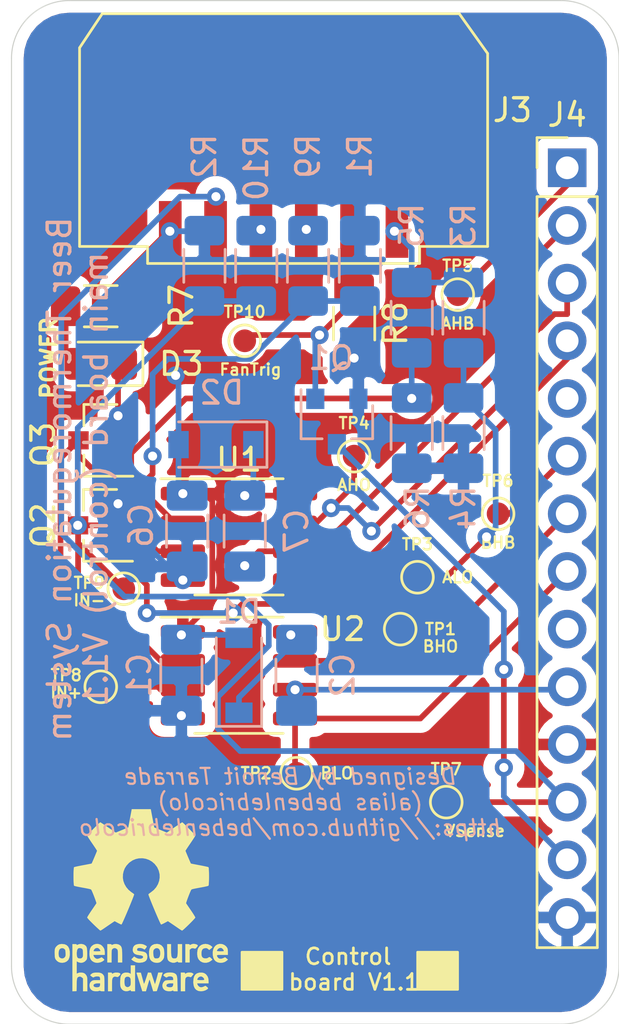
<source format=kicad_pcb>
(kicad_pcb (version 20171130) (host pcbnew "(5.1.10)-1")

  (general
    (thickness 1.6)
    (drawings 24)
    (tracks 201)
    (zones 0)
    (modules 35)
    (nets 24)
  )

  (page A4)
  (layers
    (0 F.Cu signal)
    (31 B.Cu signal)
    (32 B.Adhes user)
    (33 F.Adhes user)
    (34 B.Paste user)
    (35 F.Paste user)
    (36 B.SilkS user)
    (37 F.SilkS user)
    (38 B.Mask user)
    (39 F.Mask user)
    (40 Dwgs.User user)
    (41 Cmts.User user)
    (42 Eco1.User user)
    (43 Eco2.User user)
    (44 Edge.Cuts user)
    (45 Margin user)
    (46 B.CrtYd user)
    (47 F.CrtYd user)
    (48 B.Fab user hide)
    (49 F.Fab user hide)
  )

  (setup
    (last_trace_width 0.25)
    (trace_clearance 0.2)
    (zone_clearance 0.508)
    (zone_45_only no)
    (trace_min 0.2)
    (via_size 0.8)
    (via_drill 0.4)
    (via_min_size 0.4)
    (via_min_drill 0.3)
    (uvia_size 0.3)
    (uvia_drill 0.1)
    (uvias_allowed no)
    (uvia_min_size 0.2)
    (uvia_min_drill 0.1)
    (edge_width 0.05)
    (segment_width 0.2)
    (pcb_text_width 0.3)
    (pcb_text_size 1.5 1.5)
    (mod_edge_width 0.12)
    (mod_text_size 1 1)
    (mod_text_width 0.15)
    (pad_size 1.524 1.524)
    (pad_drill 0.762)
    (pad_to_mask_clearance 0)
    (aux_axis_origin 0 0)
    (visible_elements 7FFFFFFF)
    (pcbplotparams
      (layerselection 0x010fc_ffffffff)
      (usegerberextensions false)
      (usegerberattributes true)
      (usegerberadvancedattributes true)
      (creategerberjobfile true)
      (excludeedgelayer true)
      (linewidth 0.100000)
      (plotframeref false)
      (viasonmask false)
      (mode 1)
      (useauxorigin false)
      (hpglpennumber 1)
      (hpglpenspeed 20)
      (hpglpendiameter 15.000000)
      (psnegative false)
      (psa4output false)
      (plotreference true)
      (plotvalue true)
      (plotinvisibletext false)
      (padsonsilk false)
      (subtractmaskfromsilk false)
      (outputformat 1)
      (mirror false)
      (drillshape 0)
      (scaleselection 1)
      (outputdirectory "../Gerbers/BTS-MainBoard-Control-V1"))
  )

  (net 0 "")
  (net 1 GND)
  (net 2 +12V)
  (net 3 /BHS)
  (net 4 /BHB)
  (net 5 /AHS)
  (net 6 /AHB)
  (net 7 "Net-(D3-Pad2)")
  (net 8 /VSense)
  (net 9 /IN-)
  (net 10 /IN+)
  (net 11 /BLO)
  (net 12 /BHO)
  (net 13 /ALO)
  (net 14 /AHO)
  (net 15 /Fan_trigger)
  (net 16 /FanDrive)
  (net 17 "Net-(C2-Pad1)")
  (net 18 "Net-(C7-Pad1)")
  (net 19 /Inhibit)
  (net 20 /ProtectedIN-)
  (net 21 "Net-(Q2-Pad1)")
  (net 22 /ProtectedIN+)
  (net 23 "Net-(Q3-Pad1)")

  (net_class Default "This is the default net class."
    (clearance 0.2)
    (trace_width 0.25)
    (via_dia 0.8)
    (via_drill 0.4)
    (uvia_dia 0.3)
    (uvia_drill 0.1)
    (add_net +12V)
    (add_net /AHB)
    (add_net /AHO)
    (add_net /AHS)
    (add_net /ALO)
    (add_net /BHB)
    (add_net /BHO)
    (add_net /BHS)
    (add_net /BLO)
    (add_net /FanDrive)
    (add_net /Fan_trigger)
    (add_net /IN+)
    (add_net /IN-)
    (add_net /Inhibit)
    (add_net /ProtectedIN+)
    (add_net /ProtectedIN-)
    (add_net /VSense)
    (add_net GND)
    (add_net "Net-(C2-Pad1)")
    (add_net "Net-(C7-Pad1)")
    (add_net "Net-(D3-Pad2)")
    (add_net "Net-(Q2-Pad1)")
    (add_net "Net-(Q3-Pad1)")
  )

  (module Symbol:OSHW-Logo_7.5x8mm_SilkScreen (layer F.Cu) (tedit 0) (tstamp 61698B31)
    (at 67.818 76.454)
    (descr "Open Source Hardware Logo")
    (tags "Logo OSHW")
    (attr virtual)
    (fp_text reference REF** (at 0 0) (layer F.SilkS) hide
      (effects (font (size 1 1) (thickness 0.15)))
    )
    (fp_text value OSHW-Logo_7.5x8mm_SilkScreen (at 0.75 0) (layer F.Fab) hide
      (effects (font (size 1 1) (thickness 0.15)))
    )
    (fp_poly (pts (xy -2.53664 1.952468) (xy -2.501408 1.969874) (xy -2.45796 2.000206) (xy -2.426294 2.033283)
      (xy -2.404606 2.074817) (xy -2.391097 2.130522) (xy -2.383962 2.206111) (xy -2.3814 2.307296)
      (xy -2.38125 2.350797) (xy -2.381688 2.446135) (xy -2.383504 2.514271) (xy -2.387455 2.561418)
      (xy -2.394298 2.59379) (xy -2.404789 2.6176) (xy -2.415704 2.633843) (xy -2.485381 2.702952)
      (xy -2.567434 2.744521) (xy -2.65595 2.757023) (xy -2.745019 2.738934) (xy -2.773237 2.726142)
      (xy -2.84079 2.690931) (xy -2.84079 3.2427) (xy -2.791488 3.217205) (xy -2.726527 3.19748)
      (xy -2.64668 3.192427) (xy -2.566948 3.201756) (xy -2.506735 3.222714) (xy -2.456792 3.262627)
      (xy -2.414119 3.319741) (xy -2.41091 3.325605) (xy -2.397378 3.353227) (xy -2.387495 3.381068)
      (xy -2.380691 3.414794) (xy -2.376399 3.460071) (xy -2.374049 3.522562) (xy -2.373072 3.607935)
      (xy -2.372895 3.70401) (xy -2.372895 4.010526) (xy -2.556711 4.010526) (xy -2.556711 3.445339)
      (xy -2.608125 3.402077) (xy -2.661534 3.367472) (xy -2.712112 3.36118) (xy -2.76297 3.377372)
      (xy -2.790075 3.393227) (xy -2.810249 3.41581) (xy -2.824597 3.44994) (xy -2.834224 3.500434)
      (xy -2.840237 3.572111) (xy -2.84374 3.669788) (xy -2.844974 3.734802) (xy -2.849145 4.002171)
      (xy -2.936875 4.007222) (xy -3.024606 4.012273) (xy -3.024606 2.353101) (xy -2.84079 2.353101)
      (xy -2.836104 2.4456) (xy -2.820312 2.509809) (xy -2.790817 2.549759) (xy -2.74502 2.56948)
      (xy -2.69875 2.573421) (xy -2.646372 2.568892) (xy -2.61161 2.551069) (xy -2.589872 2.527519)
      (xy -2.57276 2.502189) (xy -2.562573 2.473969) (xy -2.55804 2.434431) (xy -2.557891 2.375142)
      (xy -2.559416 2.325498) (xy -2.562919 2.25071) (xy -2.568133 2.201611) (xy -2.576913 2.170467)
      (xy -2.591114 2.149545) (xy -2.604516 2.137452) (xy -2.660513 2.111081) (xy -2.726789 2.106822)
      (xy -2.764844 2.115906) (xy -2.802523 2.148196) (xy -2.827481 2.211006) (xy -2.839578 2.303894)
      (xy -2.84079 2.353101) (xy -3.024606 2.353101) (xy -3.024606 1.938421) (xy -2.932698 1.938421)
      (xy -2.877517 1.940603) (xy -2.849048 1.948351) (xy -2.840794 1.963468) (xy -2.84079 1.963916)
      (xy -2.83696 1.97872) (xy -2.820067 1.977039) (xy -2.786481 1.960772) (xy -2.708222 1.935887)
      (xy -2.620173 1.933271) (xy -2.53664 1.952468)) (layer F.SilkS) (width 0.01))
    (fp_poly (pts (xy -1.839543 3.198184) (xy -1.76093 3.21916) (xy -1.701084 3.25718) (xy -1.658853 3.306978)
      (xy -1.645725 3.32823) (xy -1.636032 3.350492) (xy -1.629256 3.37897) (xy -1.624877 3.418871)
      (xy -1.622376 3.475401) (xy -1.621232 3.553767) (xy -1.620928 3.659176) (xy -1.620922 3.687142)
      (xy -1.620922 4.010526) (xy -1.701132 4.010526) (xy -1.752294 4.006943) (xy -1.790123 3.997866)
      (xy -1.799601 3.992268) (xy -1.825512 3.982606) (xy -1.851976 3.992268) (xy -1.895548 4.00433)
      (xy -1.95884 4.009185) (xy -2.02899 4.007078) (xy -2.09314 3.998256) (xy -2.130593 3.986937)
      (xy -2.203067 3.940412) (xy -2.24836 3.875846) (xy -2.268722 3.79) (xy -2.268912 3.787796)
      (xy -2.267125 3.749713) (xy -2.105527 3.749713) (xy -2.091399 3.79303) (xy -2.068388 3.817408)
      (xy -2.022196 3.835845) (xy -1.961225 3.843205) (xy -1.899051 3.839583) (xy -1.849249 3.825074)
      (xy -1.835297 3.815765) (xy -1.810915 3.772753) (xy -1.804737 3.723857) (xy -1.804737 3.659605)
      (xy -1.897182 3.659605) (xy -1.985005 3.666366) (xy -2.051582 3.68552) (xy -2.092998 3.715376)
      (xy -2.105527 3.749713) (xy -2.267125 3.749713) (xy -2.26451 3.694004) (xy -2.233576 3.619847)
      (xy -2.175419 3.563767) (xy -2.16738 3.558665) (xy -2.132837 3.542055) (xy -2.090082 3.531996)
      (xy -2.030314 3.527107) (xy -1.95931 3.525983) (xy -1.804737 3.525921) (xy -1.804737 3.461125)
      (xy -1.811294 3.41085) (xy -1.828025 3.377169) (xy -1.829984 3.375376) (xy -1.867217 3.360642)
      (xy -1.92342 3.354931) (xy -1.985533 3.357737) (xy -2.04049 3.368556) (xy -2.073101 3.384782)
      (xy -2.090772 3.39778) (xy -2.109431 3.400262) (xy -2.135181 3.389613) (xy -2.174127 3.363218)
      (xy -2.23237 3.318465) (xy -2.237716 3.314273) (xy -2.234977 3.29876) (xy -2.212124 3.27296)
      (xy -2.177391 3.244289) (xy -2.13901 3.220166) (xy -2.126952 3.21447) (xy -2.082966 3.203103)
      (xy -2.018513 3.194995) (xy -1.946503 3.191743) (xy -1.943136 3.191736) (xy -1.839543 3.198184)) (layer F.SilkS) (width 0.01))
    (fp_poly (pts (xy -1.320119 3.193486) (xy -1.295112 3.200982) (xy -1.28705 3.217451) (xy -1.286711 3.224886)
      (xy -1.285264 3.245594) (xy -1.275302 3.248845) (xy -1.248388 3.234648) (xy -1.232402 3.224948)
      (xy -1.181967 3.204175) (xy -1.121728 3.193904) (xy -1.058566 3.193114) (xy -0.999363 3.200786)
      (xy -0.950998 3.215898) (xy -0.920354 3.237432) (xy -0.914311 3.264366) (xy -0.917361 3.27166)
      (xy -0.939594 3.301937) (xy -0.97407 3.339175) (xy -0.980306 3.345195) (xy -1.013167 3.372875)
      (xy -1.04152 3.381818) (xy -1.081173 3.375576) (xy -1.097058 3.371429) (xy -1.146491 3.361467)
      (xy -1.181248 3.365947) (xy -1.2106 3.381746) (xy -1.237487 3.402949) (xy -1.25729 3.429614)
      (xy -1.271052 3.466827) (xy -1.279816 3.519673) (xy -1.284626 3.593237) (xy -1.286526 3.692605)
      (xy -1.286711 3.752601) (xy -1.286711 4.010526) (xy -1.453816 4.010526) (xy -1.453816 3.19171)
      (xy -1.370264 3.19171) (xy -1.320119 3.193486)) (layer F.SilkS) (width 0.01))
    (fp_poly (pts (xy -0.267369 4.010526) (xy -0.359277 4.010526) (xy -0.412623 4.008962) (xy -0.440407 4.002485)
      (xy -0.45041 3.988418) (xy -0.451185 3.978906) (xy -0.452872 3.959832) (xy -0.46351 3.956174)
      (xy -0.491465 3.967932) (xy -0.513205 3.978906) (xy -0.596668 4.004911) (xy -0.687396 4.006416)
      (xy -0.761158 3.987021) (xy -0.829846 3.940165) (xy -0.882206 3.871004) (xy -0.910878 3.789427)
      (xy -0.911608 3.784866) (xy -0.915868 3.735101) (xy -0.917986 3.663659) (xy -0.917816 3.609626)
      (xy -0.73528 3.609626) (xy -0.731051 3.681441) (xy -0.721432 3.740634) (xy -0.70841 3.77406)
      (xy -0.659144 3.81974) (xy -0.60065 3.836115) (xy -0.540329 3.822873) (xy -0.488783 3.783373)
      (xy -0.469262 3.756807) (xy -0.457848 3.725106) (xy -0.452502 3.678832) (xy -0.451185 3.609328)
      (xy -0.453542 3.540499) (xy -0.459767 3.480026) (xy -0.468592 3.439556) (xy -0.470063 3.435929)
      (xy -0.505653 3.392802) (xy -0.5576 3.369124) (xy -0.615722 3.365301) (xy -0.66984 3.381738)
      (xy -0.709774 3.41884) (xy -0.713917 3.426222) (xy -0.726884 3.471239) (xy -0.733948 3.535967)
      (xy -0.73528 3.609626) (xy -0.917816 3.609626) (xy -0.917729 3.58223) (xy -0.916528 3.538405)
      (xy -0.908355 3.429988) (xy -0.89137 3.348588) (xy -0.863113 3.288412) (xy -0.821128 3.243666)
      (xy -0.780368 3.2174) (xy -0.723419 3.198935) (xy -0.652589 3.192602) (xy -0.580059 3.19776)
      (xy -0.518014 3.213769) (xy -0.485232 3.23292) (xy -0.451185 3.263732) (xy -0.451185 2.87421)
      (xy -0.267369 2.87421) (xy -0.267369 4.010526)) (layer F.SilkS) (width 0.01))
    (fp_poly (pts (xy 0.37413 3.195104) (xy 0.44022 3.200066) (xy 0.526626 3.459079) (xy 0.613031 3.718092)
      (xy 0.640124 3.626184) (xy 0.656428 3.569384) (xy 0.677875 3.492625) (xy 0.701035 3.408251)
      (xy 0.71328 3.362993) (xy 0.759344 3.19171) (xy 0.949387 3.19171) (xy 0.892582 3.371349)
      (xy 0.864607 3.459704) (xy 0.830813 3.566281) (xy 0.79552 3.677454) (xy 0.764013 3.776579)
      (xy 0.69225 4.002171) (xy 0.537286 4.012253) (xy 0.49527 3.873528) (xy 0.469359 3.787351)
      (xy 0.441083 3.692347) (xy 0.416369 3.608441) (xy 0.415394 3.605102) (xy 0.396935 3.548248)
      (xy 0.380649 3.509456) (xy 0.369242 3.494787) (xy 0.366898 3.496483) (xy 0.358671 3.519225)
      (xy 0.343038 3.56794) (xy 0.321904 3.636502) (xy 0.29717 3.718785) (xy 0.283787 3.764046)
      (xy 0.211311 4.010526) (xy 0.057495 4.010526) (xy -0.065469 3.622006) (xy -0.100012 3.513022)
      (xy -0.131479 3.414048) (xy -0.158384 3.329736) (xy -0.179241 3.264734) (xy -0.192562 3.223692)
      (xy -0.196612 3.211701) (xy -0.193406 3.199423) (xy -0.168235 3.194046) (xy -0.115854 3.194584)
      (xy -0.107655 3.19499) (xy -0.010518 3.200066) (xy 0.0531 3.434013) (xy 0.076484 3.519333)
      (xy 0.097381 3.594335) (xy 0.113951 3.652507) (xy 0.124354 3.687337) (xy 0.126276 3.693016)
      (xy 0.134241 3.686486) (xy 0.150304 3.652654) (xy 0.172621 3.596127) (xy 0.199345 3.52151)
      (xy 0.221937 3.454107) (xy 0.308041 3.190143) (xy 0.37413 3.195104)) (layer F.SilkS) (width 0.01))
    (fp_poly (pts (xy 1.379992 3.196673) (xy 1.450427 3.21378) (xy 1.470787 3.222844) (xy 1.510253 3.246583)
      (xy 1.540541 3.273321) (xy 1.562952 3.307699) (xy 1.578786 3.35436) (xy 1.589343 3.417946)
      (xy 1.595924 3.503099) (xy 1.599828 3.614462) (xy 1.60131 3.688849) (xy 1.606765 4.010526)
      (xy 1.51358 4.010526) (xy 1.457047 4.008156) (xy 1.427922 4.000055) (xy 1.420394 3.986451)
      (xy 1.41642 3.971741) (xy 1.398652 3.974554) (xy 1.37444 3.986348) (xy 1.313828 4.004427)
      (xy 1.235929 4.009299) (xy 1.153995 4.00133) (xy 1.081281 3.980889) (xy 1.074759 3.978051)
      (xy 1.008302 3.931365) (xy 0.964491 3.866464) (xy 0.944332 3.7906) (xy 0.945872 3.763344)
      (xy 1.110345 3.763344) (xy 1.124837 3.800024) (xy 1.167805 3.826309) (xy 1.237129 3.840417)
      (xy 1.274177 3.84229) (xy 1.335919 3.837494) (xy 1.37696 3.818858) (xy 1.386973 3.81)
      (xy 1.4141 3.761806) (xy 1.420394 3.718092) (xy 1.420394 3.659605) (xy 1.33893 3.659605)
      (xy 1.244234 3.664432) (xy 1.177813 3.679613) (xy 1.135846 3.7062) (xy 1.126449 3.718052)
      (xy 1.110345 3.763344) (xy 0.945872 3.763344) (xy 0.948829 3.711026) (xy 0.978985 3.634995)
      (xy 1.020131 3.583612) (xy 1.045052 3.561397) (xy 1.069448 3.546798) (xy 1.101191 3.537897)
      (xy 1.148152 3.532775) (xy 1.218204 3.529515) (xy 1.24599 3.528577) (xy 1.420394 3.522879)
      (xy 1.420138 3.470091) (xy 1.413384 3.414603) (xy 1.388964 3.381052) (xy 1.33963 3.359618)
      (xy 1.338306 3.359236) (xy 1.26836 3.350808) (xy 1.199914 3.361816) (xy 1.149047 3.388585)
      (xy 1.128637 3.401803) (xy 1.106654 3.399974) (xy 1.072826 3.380824) (xy 1.052961 3.367308)
      (xy 1.014106 3.338432) (xy 0.990038 3.316786) (xy 0.986176 3.310589) (xy 1.002079 3.278519)
      (xy 1.049065 3.240219) (xy 1.069473 3.227297) (xy 1.128143 3.205041) (xy 1.207212 3.192432)
      (xy 1.295041 3.1896) (xy 1.379992 3.196673)) (layer F.SilkS) (width 0.01))
    (fp_poly (pts (xy 2.173167 3.191447) (xy 2.237408 3.204112) (xy 2.27398 3.222864) (xy 2.312453 3.254017)
      (xy 2.257717 3.323127) (xy 2.223969 3.364979) (xy 2.201053 3.385398) (xy 2.178279 3.388517)
      (xy 2.144956 3.378472) (xy 2.129314 3.372789) (xy 2.065542 3.364404) (xy 2.00714 3.382378)
      (xy 1.964264 3.422982) (xy 1.957299 3.435929) (xy 1.949713 3.470224) (xy 1.943859 3.533427)
      (xy 1.940011 3.62106) (xy 1.938443 3.72864) (xy 1.938421 3.743944) (xy 1.938421 4.010526)
      (xy 1.754605 4.010526) (xy 1.754605 3.19171) (xy 1.846513 3.19171) (xy 1.899507 3.193094)
      (xy 1.927115 3.199252) (xy 1.937324 3.213194) (xy 1.938421 3.226344) (xy 1.938421 3.260978)
      (xy 1.98245 3.226344) (xy 2.032937 3.202716) (xy 2.10076 3.191033) (xy 2.173167 3.191447)) (layer F.SilkS) (width 0.01))
    (fp_poly (pts (xy 2.701193 3.196078) (xy 2.781068 3.216845) (xy 2.847962 3.259705) (xy 2.880351 3.291723)
      (xy 2.933445 3.367413) (xy 2.963873 3.455216) (xy 2.974327 3.56315) (xy 2.97438 3.571875)
      (xy 2.974473 3.659605) (xy 2.469534 3.659605) (xy 2.480298 3.705559) (xy 2.499732 3.747178)
      (xy 2.533745 3.790544) (xy 2.54086 3.797467) (xy 2.602003 3.834935) (xy 2.671729 3.841289)
      (xy 2.751987 3.816638) (xy 2.765592 3.81) (xy 2.807319 3.789819) (xy 2.835268 3.778321)
      (xy 2.840145 3.777258) (xy 2.857168 3.787583) (xy 2.889633 3.812845) (xy 2.906114 3.82665)
      (xy 2.940264 3.858361) (xy 2.951478 3.879299) (xy 2.943695 3.89856) (xy 2.939535 3.903827)
      (xy 2.911357 3.926878) (xy 2.864862 3.954892) (xy 2.832434 3.971246) (xy 2.740385 4.000059)
      (xy 2.638476 4.009395) (xy 2.541963 3.998332) (xy 2.514934 3.990412) (xy 2.431276 3.945581)
      (xy 2.369266 3.876598) (xy 2.328545 3.782794) (xy 2.308755 3.663498) (xy 2.306582 3.601118)
      (xy 2.312926 3.510298) (xy 2.473157 3.510298) (xy 2.488655 3.517012) (xy 2.530312 3.52228)
      (xy 2.590876 3.525389) (xy 2.631907 3.525921) (xy 2.705711 3.525408) (xy 2.752293 3.523006)
      (xy 2.777848 3.517422) (xy 2.788569 3.507361) (xy 2.790657 3.492763) (xy 2.776331 3.447796)
      (xy 2.740262 3.403353) (xy 2.692815 3.369242) (xy 2.645349 3.355288) (xy 2.580879 3.367666)
      (xy 2.52507 3.403452) (xy 2.486374 3.455033) (xy 2.473157 3.510298) (xy 2.312926 3.510298)
      (xy 2.315821 3.468866) (xy 2.344336 3.363498) (xy 2.392729 3.284178) (xy 2.461604 3.230071)
      (xy 2.551565 3.200343) (xy 2.6003 3.194618) (xy 2.701193 3.196078)) (layer F.SilkS) (width 0.01))
    (fp_poly (pts (xy -3.373216 1.947104) (xy -3.285795 1.985754) (xy -3.21943 2.05029) (xy -3.174024 2.140812)
      (xy -3.149482 2.257418) (xy -3.147723 2.275624) (xy -3.146344 2.403984) (xy -3.164216 2.516496)
      (xy -3.20025 2.607688) (xy -3.219545 2.637022) (xy -3.286755 2.699106) (xy -3.37235 2.739316)
      (xy -3.46811 2.756003) (xy -3.565813 2.747517) (xy -3.640083 2.72138) (xy -3.703953 2.677335)
      (xy -3.756154 2.619587) (xy -3.757057 2.618236) (xy -3.778256 2.582593) (xy -3.792033 2.546752)
      (xy -3.800376 2.501519) (xy -3.805273 2.437701) (xy -3.807431 2.385368) (xy -3.808329 2.33791)
      (xy -3.641257 2.33791) (xy -3.639624 2.385154) (xy -3.633696 2.448046) (xy -3.623239 2.488407)
      (xy -3.604381 2.517122) (xy -3.586719 2.533896) (xy -3.524106 2.569016) (xy -3.458592 2.57371)
      (xy -3.397579 2.54844) (xy -3.367072 2.520124) (xy -3.345089 2.491589) (xy -3.332231 2.464284)
      (xy -3.326588 2.42875) (xy -3.326249 2.375524) (xy -3.327988 2.326506) (xy -3.331729 2.256482)
      (xy -3.337659 2.211064) (xy -3.348347 2.18144) (xy -3.366361 2.158797) (xy -3.380637 2.145855)
      (xy -3.440349 2.11186) (xy -3.504766 2.110165) (xy -3.558781 2.130301) (xy -3.60486 2.172352)
      (xy -3.632311 2.241428) (xy -3.641257 2.33791) (xy -3.808329 2.33791) (xy -3.809401 2.281299)
      (xy -3.806036 2.203468) (xy -3.795955 2.14493) (xy -3.777774 2.098737) (xy -3.75011 2.057942)
      (xy -3.739854 2.045828) (xy -3.675722 1.985474) (xy -3.606934 1.95022) (xy -3.522811 1.93545)
      (xy -3.481791 1.934243) (xy -3.373216 1.947104)) (layer F.SilkS) (width 0.01))
    (fp_poly (pts (xy -1.802982 1.957027) (xy -1.78633 1.964866) (xy -1.728695 2.007086) (xy -1.674195 2.0687)
      (xy -1.633501 2.136543) (xy -1.621926 2.167734) (xy -1.611366 2.223449) (xy -1.605069 2.290781)
      (xy -1.604304 2.318585) (xy -1.604211 2.406316) (xy -2.10915 2.406316) (xy -2.098387 2.45227)
      (xy -2.071967 2.50662) (xy -2.025778 2.553591) (xy -1.970828 2.583848) (xy -1.935811 2.590131)
      (xy -1.888323 2.582506) (xy -1.831665 2.563383) (xy -1.812418 2.554584) (xy -1.741241 2.519036)
      (xy -1.680498 2.565367) (xy -1.645448 2.596703) (xy -1.626798 2.622567) (xy -1.625853 2.630158)
      (xy -1.642515 2.648556) (xy -1.67903 2.676515) (xy -1.712172 2.698327) (xy -1.801607 2.737537)
      (xy -1.901871 2.755285) (xy -2.001246 2.75067) (xy -2.080461 2.726551) (xy -2.16212 2.674884)
      (xy -2.220151 2.606856) (xy -2.256454 2.518843) (xy -2.272928 2.407216) (xy -2.274389 2.356138)
      (xy -2.268543 2.239091) (xy -2.267825 2.235686) (xy -2.100511 2.235686) (xy -2.095903 2.246662)
      (xy -2.076964 2.252715) (xy -2.037902 2.25531) (xy -1.972923 2.25591) (xy -1.947903 2.255921)
      (xy -1.871779 2.255014) (xy -1.823504 2.25172) (xy -1.79754 2.245181) (xy -1.788352 2.234537)
      (xy -1.788027 2.231119) (xy -1.798513 2.203956) (xy -1.824758 2.165903) (xy -1.836041 2.152579)
      (xy -1.877928 2.114896) (xy -1.921591 2.10008) (xy -1.945115 2.098842) (xy -2.008757 2.114329)
      (xy -2.062127 2.15593) (xy -2.095981 2.216353) (xy -2.096581 2.218322) (xy -2.100511 2.235686)
      (xy -2.267825 2.235686) (xy -2.249101 2.146928) (xy -2.214078 2.07319) (xy -2.171244 2.020848)
      (xy -2.092052 1.964092) (xy -1.99896 1.933762) (xy -1.899945 1.931021) (xy -1.802982 1.957027)) (layer F.SilkS) (width 0.01))
    (fp_poly (pts (xy 0.018628 1.935547) (xy 0.081908 1.947548) (xy 0.147557 1.972648) (xy 0.154572 1.975848)
      (xy 0.204356 2.002026) (xy 0.238834 2.026353) (xy 0.249978 2.041937) (xy 0.239366 2.067353)
      (xy 0.213588 2.104853) (xy 0.202146 2.118852) (xy 0.154992 2.173954) (xy 0.094201 2.138086)
      (xy 0.036347 2.114192) (xy -0.0305 2.10142) (xy -0.094606 2.100613) (xy -0.144236 2.112615)
      (xy -0.156146 2.120105) (xy -0.178828 2.15445) (xy -0.181584 2.194013) (xy -0.164612 2.22492)
      (xy -0.154573 2.230913) (xy -0.12449 2.238357) (xy -0.071611 2.247106) (xy -0.006425 2.255467)
      (xy 0.0056 2.256778) (xy 0.110297 2.274888) (xy 0.186232 2.305651) (xy 0.236592 2.351907)
      (xy 0.264564 2.416497) (xy 0.273278 2.495387) (xy 0.26124 2.585065) (xy 0.222151 2.655486)
      (xy 0.155855 2.706777) (xy 0.062194 2.739067) (xy -0.041777 2.751807) (xy -0.126562 2.751654)
      (xy -0.195335 2.740083) (xy -0.242303 2.724109) (xy -0.30165 2.696275) (xy -0.356494 2.663973)
      (xy -0.375987 2.649755) (xy -0.426119 2.608835) (xy -0.305197 2.486477) (xy -0.236457 2.531967)
      (xy -0.167512 2.566133) (xy -0.093889 2.584004) (xy -0.023117 2.585889) (xy 0.037274 2.572101)
      (xy 0.079757 2.542949) (xy 0.093474 2.518352) (xy 0.091417 2.478904) (xy 0.05733 2.448737)
      (xy -0.008692 2.427906) (xy -0.081026 2.418279) (xy -0.192348 2.39991) (xy -0.275048 2.365254)
      (xy -0.330235 2.313297) (xy -0.359012 2.243023) (xy -0.362999 2.159707) (xy -0.343307 2.072681)
      (xy -0.298411 2.006902) (xy -0.227909 1.962068) (xy -0.131399 1.937879) (xy -0.0599 1.933137)
      (xy 0.018628 1.935547)) (layer F.SilkS) (width 0.01))
    (fp_poly (pts (xy 0.811669 1.94831) (xy 0.896192 1.99434) (xy 0.962321 2.067006) (xy 0.993478 2.126106)
      (xy 1.006855 2.178305) (xy 1.015522 2.252719) (xy 1.019237 2.338442) (xy 1.017754 2.424569)
      (xy 1.010831 2.500193) (xy 1.002745 2.540584) (xy 0.975465 2.59584) (xy 0.92822 2.65453)
      (xy 0.871282 2.705852) (xy 0.814924 2.739005) (xy 0.81355 2.739531) (xy 0.743616 2.754018)
      (xy 0.660737 2.754377) (xy 0.581977 2.741188) (xy 0.551566 2.730617) (xy 0.473239 2.686201)
      (xy 0.417143 2.628007) (xy 0.380286 2.550965) (xy 0.35968 2.450001) (xy 0.355018 2.397116)
      (xy 0.355613 2.330663) (xy 0.534736 2.330663) (xy 0.54077 2.42763) (xy 0.558138 2.501523)
      (xy 0.58574 2.548736) (xy 0.605404 2.562237) (xy 0.655787 2.571651) (xy 0.715673 2.568864)
      (xy 0.767449 2.555316) (xy 0.781027 2.547862) (xy 0.816849 2.504451) (xy 0.840493 2.438014)
      (xy 0.850558 2.357161) (xy 0.845642 2.270502) (xy 0.834655 2.218349) (xy 0.803109 2.157951)
      (xy 0.753311 2.120197) (xy 0.693337 2.107143) (xy 0.631264 2.120849) (xy 0.583582 2.154372)
      (xy 0.558525 2.182031) (xy 0.5439 2.209294) (xy 0.536929 2.24619) (xy 0.534833 2.30275)
      (xy 0.534736 2.330663) (xy 0.355613 2.330663) (xy 0.356282 2.255994) (xy 0.379265 2.140271)
      (xy 0.423972 2.049941) (xy 0.490405 1.985) (xy 0.578565 1.945445) (xy 0.597495 1.940858)
      (xy 0.711266 1.93009) (xy 0.811669 1.94831)) (layer F.SilkS) (width 0.01))
    (fp_poly (pts (xy 1.320131 2.198533) (xy 1.32171 2.321089) (xy 1.327481 2.414179) (xy 1.338991 2.481651)
      (xy 1.35779 2.527355) (xy 1.385426 2.555139) (xy 1.423448 2.568854) (xy 1.470526 2.572358)
      (xy 1.519832 2.568432) (xy 1.557283 2.554089) (xy 1.584428 2.525478) (xy 1.602815 2.478751)
      (xy 1.613993 2.410058) (xy 1.619511 2.31555) (xy 1.620921 2.198533) (xy 1.620921 1.938421)
      (xy 1.804736 1.938421) (xy 1.804736 2.740526) (xy 1.712828 2.740526) (xy 1.657422 2.738281)
      (xy 1.628891 2.730396) (xy 1.620921 2.715428) (xy 1.61612 2.702097) (xy 1.597014 2.704917)
      (xy 1.558504 2.723783) (xy 1.470239 2.752887) (xy 1.376623 2.750825) (xy 1.286921 2.719221)
      (xy 1.244204 2.694257) (xy 1.211621 2.667226) (xy 1.187817 2.633405) (xy 1.171439 2.588068)
      (xy 1.161131 2.526489) (xy 1.155541 2.443943) (xy 1.153312 2.335705) (xy 1.153026 2.252004)
      (xy 1.153026 1.938421) (xy 1.320131 1.938421) (xy 1.320131 2.198533)) (layer F.SilkS) (width 0.01))
    (fp_poly (pts (xy 2.946576 1.945419) (xy 3.043395 1.986549) (xy 3.07389 2.006571) (xy 3.112865 2.03734)
      (xy 3.137331 2.061533) (xy 3.141578 2.069413) (xy 3.129584 2.086899) (xy 3.098887 2.11657)
      (xy 3.074312 2.137279) (xy 3.007046 2.191336) (xy 2.95393 2.146642) (xy 2.912884 2.117789)
      (xy 2.872863 2.107829) (xy 2.827059 2.110261) (xy 2.754324 2.128345) (xy 2.704256 2.165881)
      (xy 2.673829 2.226562) (xy 2.660017 2.314081) (xy 2.660013 2.314136) (xy 2.661208 2.411958)
      (xy 2.679772 2.48373) (xy 2.716804 2.532595) (xy 2.74205 2.549143) (xy 2.809097 2.569749)
      (xy 2.880709 2.569762) (xy 2.943015 2.549768) (xy 2.957763 2.54) (xy 2.99475 2.515047)
      (xy 3.023668 2.510958) (xy 3.054856 2.52953) (xy 3.089336 2.562887) (xy 3.143912 2.619196)
      (xy 3.083318 2.669142) (xy 2.989698 2.725513) (xy 2.884125 2.753293) (xy 2.773798 2.751282)
      (xy 2.701343 2.732862) (xy 2.616656 2.68731) (xy 2.548927 2.61565) (xy 2.518157 2.565066)
      (xy 2.493236 2.492488) (xy 2.480766 2.400569) (xy 2.48067 2.300948) (xy 2.49287 2.205267)
      (xy 2.51729 2.125169) (xy 2.521136 2.116956) (xy 2.578093 2.036413) (xy 2.655209 1.977771)
      (xy 2.74639 1.942247) (xy 2.845543 1.931057) (xy 2.946576 1.945419)) (layer F.SilkS) (width 0.01))
    (fp_poly (pts (xy 3.558784 1.935554) (xy 3.601574 1.945949) (xy 3.683609 1.984013) (xy 3.753757 2.042149)
      (xy 3.802305 2.111852) (xy 3.808975 2.127502) (xy 3.818124 2.168496) (xy 3.824529 2.229138)
      (xy 3.82671 2.29043) (xy 3.82671 2.406316) (xy 3.584407 2.406316) (xy 3.484471 2.406693)
      (xy 3.414069 2.408987) (xy 3.369313 2.414938) (xy 3.346315 2.426285) (xy 3.341189 2.444771)
      (xy 3.350048 2.472136) (xy 3.365917 2.504155) (xy 3.410184 2.557592) (xy 3.471699 2.584215)
      (xy 3.546885 2.583347) (xy 3.632053 2.554371) (xy 3.705659 2.518611) (xy 3.766734 2.566904)
      (xy 3.82781 2.615197) (xy 3.770351 2.668285) (xy 3.693641 2.718445) (xy 3.599302 2.748688)
      (xy 3.497827 2.757151) (xy 3.399711 2.741974) (xy 3.383881 2.736824) (xy 3.297647 2.691791)
      (xy 3.233501 2.624652) (xy 3.190091 2.533405) (xy 3.166064 2.416044) (xy 3.165784 2.413529)
      (xy 3.163633 2.285627) (xy 3.172329 2.239997) (xy 3.342105 2.239997) (xy 3.357697 2.247013)
      (xy 3.400029 2.252388) (xy 3.462434 2.255457) (xy 3.501981 2.255921) (xy 3.575728 2.25563)
      (xy 3.62184 2.253783) (xy 3.6461 2.248912) (xy 3.654294 2.239555) (xy 3.652206 2.224245)
      (xy 3.650455 2.218322) (xy 3.62056 2.162668) (xy 3.573542 2.117815) (xy 3.532049 2.098105)
      (xy 3.476926 2.099295) (xy 3.421068 2.123875) (xy 3.374212 2.16457) (xy 3.346094 2.214108)
      (xy 3.342105 2.239997) (xy 3.172329 2.239997) (xy 3.185074 2.173133) (xy 3.227611 2.078727)
      (xy 3.288747 2.005088) (xy 3.365985 1.954893) (xy 3.45683 1.930822) (xy 3.558784 1.935554)) (layer F.SilkS) (width 0.01))
    (fp_poly (pts (xy -1.002043 1.952226) (xy -0.960454 1.97209) (xy -0.920175 2.000784) (xy -0.88949 2.033809)
      (xy -0.867139 2.075931) (xy -0.851864 2.131915) (xy -0.842408 2.206528) (xy -0.837513 2.304535)
      (xy -0.835919 2.430702) (xy -0.835894 2.443914) (xy -0.835527 2.740526) (xy -1.019343 2.740526)
      (xy -1.019343 2.467081) (xy -1.019473 2.365777) (xy -1.020379 2.292353) (xy -1.022827 2.241271)
      (xy -1.027586 2.20699) (xy -1.035426 2.183971) (xy -1.047115 2.166673) (xy -1.063398 2.149581)
      (xy -1.120366 2.112857) (xy -1.182555 2.106042) (xy -1.241801 2.129261) (xy -1.262405 2.146543)
      (xy -1.27753 2.162791) (xy -1.28839 2.180191) (xy -1.29569 2.204212) (xy -1.300137 2.240322)
      (xy -1.302436 2.293988) (xy -1.303296 2.37068) (xy -1.303422 2.464043) (xy -1.303422 2.740526)
      (xy -1.487237 2.740526) (xy -1.487237 1.938421) (xy -1.395329 1.938421) (xy -1.340149 1.940603)
      (xy -1.31168 1.948351) (xy -1.303425 1.963468) (xy -1.303422 1.963916) (xy -1.299592 1.97872)
      (xy -1.282699 1.97704) (xy -1.249112 1.960773) (xy -1.172937 1.93684) (xy -1.0858 1.934178)
      (xy -1.002043 1.952226)) (layer F.SilkS) (width 0.01))
    (fp_poly (pts (xy 2.391388 1.937645) (xy 2.448865 1.955206) (xy 2.485872 1.977395) (xy 2.497927 1.994942)
      (xy 2.494609 2.015742) (xy 2.473079 2.048419) (xy 2.454874 2.071562) (xy 2.417344 2.113402)
      (xy 2.389148 2.131005) (xy 2.365111 2.129856) (xy 2.293808 2.11171) (xy 2.241442 2.112534)
      (xy 2.198918 2.133098) (xy 2.184642 2.145134) (xy 2.138947 2.187483) (xy 2.138947 2.740526)
      (xy 1.955131 2.740526) (xy 1.955131 1.938421) (xy 2.047039 1.938421) (xy 2.102219 1.940603)
      (xy 2.130688 1.948351) (xy 2.138943 1.963468) (xy 2.138947 1.963916) (xy 2.142845 1.979749)
      (xy 2.160474 1.977684) (xy 2.184901 1.966261) (xy 2.23535 1.945005) (xy 2.276316 1.932216)
      (xy 2.329028 1.928938) (xy 2.391388 1.937645)) (layer F.SilkS) (width 0.01))
    (fp_poly (pts (xy 0.500964 -3.601424) (xy 0.576513 -3.200678) (xy 1.134041 -2.970846) (xy 1.468465 -3.198252)
      (xy 1.562122 -3.261569) (xy 1.646782 -3.318104) (xy 1.718495 -3.365273) (xy 1.773311 -3.400498)
      (xy 1.80728 -3.421195) (xy 1.81653 -3.425658) (xy 1.833195 -3.41418) (xy 1.868806 -3.382449)
      (xy 1.919371 -3.334517) (xy 1.9809 -3.274438) (xy 2.049399 -3.206267) (xy 2.120879 -3.134055)
      (xy 2.191347 -3.061858) (xy 2.256811 -2.993727) (xy 2.31328 -2.933717) (xy 2.356763 -2.885881)
      (xy 2.383268 -2.854273) (xy 2.389605 -2.843695) (xy 2.380486 -2.824194) (xy 2.35492 -2.781469)
      (xy 2.315597 -2.719702) (xy 2.265203 -2.643069) (xy 2.206427 -2.555752) (xy 2.172368 -2.505948)
      (xy 2.110289 -2.415007) (xy 2.055126 -2.332941) (xy 2.009554 -2.263837) (xy 1.97625 -2.211778)
      (xy 1.95789 -2.18085) (xy 1.955131 -2.17435) (xy 1.961385 -2.155879) (xy 1.978434 -2.112828)
      (xy 2.003703 -2.051251) (xy 2.034622 -1.977201) (xy 2.068618 -1.89673) (xy 2.103118 -1.815893)
      (xy 2.135551 -1.740742) (xy 2.163343 -1.677329) (xy 2.183923 -1.631707) (xy 2.194719 -1.609931)
      (xy 2.195356 -1.609074) (xy 2.212307 -1.604916) (xy 2.257451 -1.595639) (xy 2.32611 -1.582156)
      (xy 2.413602 -1.565379) (xy 2.51525 -1.546219) (xy 2.574556 -1.53517) (xy 2.683172 -1.51449)
      (xy 2.781277 -1.494811) (xy 2.863909 -1.477211) (xy 2.926104 -1.462767) (xy 2.962899 -1.452554)
      (xy 2.970296 -1.449314) (xy 2.97754 -1.427383) (xy 2.983385 -1.377853) (xy 2.987835 -1.306515)
      (xy 2.990893 -1.219161) (xy 2.992565 -1.121583) (xy 2.992853 -1.019574) (xy 2.991761 -0.918925)
      (xy 2.989294 -0.825428) (xy 2.985456 -0.744875) (xy 2.98025 -0.683058) (xy 2.973681 -0.64577)
      (xy 2.969741 -0.638007) (xy 2.946188 -0.628702) (xy 2.896282 -0.6154) (xy 2.826623 -0.599663)
      (xy 2.743813 -0.583054) (xy 2.714905 -0.577681) (xy 2.575531 -0.552152) (xy 2.465436 -0.531592)
      (xy 2.380982 -0.515185) (xy 2.31853 -0.502113) (xy 2.274444 -0.491559) (xy 2.245085 -0.482706)
      (xy 2.226815 -0.474737) (xy 2.215998 -0.466835) (xy 2.214485 -0.465273) (xy 2.199377 -0.440114)
      (xy 2.176329 -0.39115) (xy 2.147644 -0.324379) (xy 2.115622 -0.245795) (xy 2.082565 -0.161393)
      (xy 2.050773 -0.07717) (xy 2.022549 0.000879) (xy 2.000193 0.066759) (xy 1.986007 0.114473)
      (xy 1.982293 0.138027) (xy 1.982602 0.138852) (xy 1.995189 0.158104) (xy 2.023744 0.200463)
      (xy 2.065267 0.261521) (xy 2.116756 0.336868) (xy 2.175211 0.422096) (xy 2.191858 0.446315)
      (xy 2.251215 0.534123) (xy 2.303447 0.614238) (xy 2.345708 0.682062) (xy 2.375153 0.732993)
      (xy 2.388937 0.762431) (xy 2.389605 0.766048) (xy 2.378024 0.785057) (xy 2.346024 0.822714)
      (xy 2.297718 0.874973) (xy 2.23722 0.937786) (xy 2.168644 1.007106) (xy 2.096104 1.078885)
      (xy 2.023712 1.149077) (xy 1.955584 1.213635) (xy 1.895832 1.26851) (xy 1.848571 1.309656)
      (xy 1.817913 1.333026) (xy 1.809432 1.336842) (xy 1.789691 1.327855) (xy 1.749274 1.303616)
      (xy 1.694763 1.268209) (xy 1.652823 1.239711) (xy 1.576829 1.187418) (xy 1.486834 1.125845)
      (xy 1.396564 1.06437) (xy 1.348032 1.031469) (xy 1.183762 0.920359) (xy 1.045869 0.994916)
      (xy 0.983049 1.027578) (xy 0.929629 1.052966) (xy 0.893484 1.067446) (xy 0.884284 1.06946)
      (xy 0.873221 1.054584) (xy 0.851394 1.012547) (xy 0.820434 0.947227) (xy 0.78197 0.8625)
      (xy 0.737632 0.762245) (xy 0.689047 0.650339) (xy 0.637846 0.530659) (xy 0.585659 0.407084)
      (xy 0.534113 0.283491) (xy 0.48484 0.163757) (xy 0.439467 0.051759) (xy 0.399625 -0.048623)
      (xy 0.366942 -0.133514) (xy 0.343049 -0.199035) (xy 0.329574 -0.24131) (xy 0.327406 -0.255828)
      (xy 0.344583 -0.274347) (xy 0.38219 -0.30441) (xy 0.432366 -0.339768) (xy 0.436578 -0.342566)
      (xy 0.566264 -0.446375) (xy 0.670834 -0.567485) (xy 0.749381 -0.702024) (xy 0.800999 -0.846118)
      (xy 0.824782 -0.995895) (xy 0.819823 -1.147483) (xy 0.785217 -1.297008) (xy 0.720057 -1.4406)
      (xy 0.700886 -1.472016) (xy 0.601174 -1.598875) (xy 0.483377 -1.700745) (xy 0.351571 -1.777096)
      (xy 0.209833 -1.827398) (xy 0.062242 -1.851121) (xy -0.087127 -1.847735) (xy -0.234197 -1.816712)
      (xy -0.374889 -1.75752) (xy -0.505127 -1.669631) (xy -0.545414 -1.633958) (xy -0.647945 -1.522294)
      (xy -0.722659 -1.404743) (xy -0.77391 -1.27298) (xy -0.802454 -1.142493) (xy -0.8095 -0.995784)
      (xy -0.786004 -0.848347) (xy -0.734351 -0.705166) (xy -0.656929 -0.571223) (xy -0.556125 -0.451502)
      (xy -0.434324 -0.350986) (xy -0.418316 -0.340391) (xy -0.367602 -0.305694) (xy -0.32905 -0.27563)
      (xy -0.310619 -0.256435) (xy -0.310351 -0.255828) (xy -0.314308 -0.235064) (xy -0.329993 -0.187938)
      (xy -0.355778 -0.118327) (xy -0.390031 -0.030107) (xy -0.431123 0.072844) (xy -0.477424 0.18665)
      (xy -0.527304 0.307435) (xy -0.579133 0.431321) (xy -0.631281 0.554432) (xy -0.682118 0.672891)
      (xy -0.730013 0.782823) (xy -0.773338 0.880349) (xy -0.810462 0.961593) (xy -0.839756 1.022679)
      (xy -0.859588 1.05973) (xy -0.867574 1.06946) (xy -0.891979 1.061883) (xy -0.937642 1.04156)
      (xy -0.99669 1.012125) (xy -1.02916 0.994916) (xy -1.167053 0.920359) (xy -1.331323 1.031469)
      (xy -1.415179 1.08839) (xy -1.506987 1.15103) (xy -1.59302 1.210011) (xy -1.636113 1.239711)
      (xy -1.696723 1.28041) (xy -1.748045 1.312663) (xy -1.783385 1.332384) (xy -1.794863 1.336554)
      (xy -1.81157 1.325307) (xy -1.848546 1.293911) (xy -1.902205 1.245624) (xy -1.968962 1.183708)
      (xy -2.045234 1.111421) (xy -2.093473 1.065008) (xy -2.177867 0.982087) (xy -2.250803 0.90792)
      (xy -2.309331 0.84568) (xy -2.350503 0.798541) (xy -2.371372 0.769673) (xy -2.373374 0.763815)
      (xy -2.364083 0.741532) (xy -2.338409 0.696477) (xy -2.2992 0.633211) (xy -2.249303 0.556295)
      (xy -2.191567 0.470292) (xy -2.175149 0.446315) (xy -2.115323 0.35917) (xy -2.06165 0.28071)
      (xy -2.01713 0.215345) (xy -1.984765 0.167484) (xy -1.967555 0.141535) (xy -1.965893 0.138852)
      (xy -1.968379 0.118172) (xy -1.981577 0.072704) (xy -2.003186 0.008444) (xy -2.030904 -0.068613)
      (xy -2.06243 -0.152471) (xy -2.095463 -0.237134) (xy -2.127701 -0.316608) (xy -2.156843 -0.384896)
      (xy -2.180588 -0.436003) (xy -2.196635 -0.463933) (xy -2.197775 -0.465273) (xy -2.207588 -0.473255)
      (xy -2.224161 -0.481149) (xy -2.251132 -0.489771) (xy -2.292139 -0.499938) (xy -2.35082 -0.512469)
      (xy -2.430813 -0.528179) (xy -2.535755 -0.547887) (xy -2.669285 -0.572408) (xy -2.698196 -0.577681)
      (xy -2.783882 -0.594236) (xy -2.858582 -0.610431) (xy -2.915694 -0.624704) (xy -2.948617 -0.635492)
      (xy -2.953031 -0.638007) (xy -2.960306 -0.660304) (xy -2.966219 -0.710131) (xy -2.970766 -0.781696)
      (xy -2.973945 -0.869207) (xy -2.975749 -0.966872) (xy -2.976177 -1.068899) (xy -2.975223 -1.169497)
      (xy -2.972884 -1.262873) (xy -2.969156 -1.343235) (xy -2.964034 -1.404791) (xy -2.957516 -1.44175)
      (xy -2.953586 -1.449314) (xy -2.931708 -1.456944) (xy -2.881891 -1.469358) (xy -2.809097 -1.485478)
      (xy -2.718289 -1.504227) (xy -2.614431 -1.524529) (xy -2.557846 -1.53517) (xy -2.450486 -1.55524)
      (xy -2.354746 -1.57342) (xy -2.275306 -1.588801) (xy -2.216846 -1.600469) (xy -2.184045 -1.607512)
      (xy -2.178646 -1.609074) (xy -2.169522 -1.626678) (xy -2.150235 -1.669082) (xy -2.123355 -1.730228)
      (xy -2.091454 -1.804057) (xy -2.057102 -1.884511) (xy -2.022871 -1.965532) (xy -1.991331 -2.041063)
      (xy -1.965054 -2.105045) (xy -1.946611 -2.15142) (xy -1.938571 -2.174131) (xy -1.938422 -2.175124)
      (xy -1.947535 -2.193039) (xy -1.973086 -2.234267) (xy -2.012388 -2.294709) (xy -2.062757 -2.370269)
      (xy -2.121506 -2.456848) (xy -2.155658 -2.506579) (xy -2.21789 -2.597764) (xy -2.273164 -2.680551)
      (xy -2.318782 -2.750751) (xy -2.352048 -2.804176) (xy -2.370264 -2.836639) (xy -2.372895 -2.843917)
      (xy -2.361586 -2.860855) (xy -2.330319 -2.897022) (xy -2.28309 -2.948365) (xy -2.223892 -3.010833)
      (xy -2.156719 -3.080374) (xy -2.085566 -3.152935) (xy -2.014426 -3.224465) (xy -1.947293 -3.290913)
      (xy -1.888161 -3.348226) (xy -1.841025 -3.392353) (xy -1.809877 -3.419241) (xy -1.799457 -3.425658)
      (xy -1.782491 -3.416635) (xy -1.741911 -3.391285) (xy -1.681663 -3.35219) (xy -1.605693 -3.301929)
      (xy -1.517946 -3.243083) (xy -1.451756 -3.198252) (xy -1.117332 -2.970846) (xy -0.838567 -3.085762)
      (xy -0.559803 -3.200678) (xy -0.484254 -3.601424) (xy -0.408706 -4.002171) (xy 0.425415 -4.002171)
      (xy 0.500964 -3.601424)) (layer F.SilkS) (width 0.01))
  )

  (module Package_SO:SOIC-8_3.9x4.9mm_P1.27mm (layer F.Cu) (tedit 5D9F72B1) (tstamp 61698213)
    (at 72.136 66.548)
    (descr "SOIC, 8 Pin (JEDEC MS-012AA, https://www.analog.com/media/en/package-pcb-resources/package/pkg_pdf/soic_narrow-r/r_8.pdf), generated with kicad-footprint-generator ipc_gullwing_generator.py")
    (tags "SOIC SO")
    (path /616BF156)
    (attr smd)
    (fp_text reference U2 (at 4.572 -2.032) (layer F.SilkS)
      (effects (font (size 1 1) (thickness 0.15)))
    )
    (fp_text value IRS2001 (at 0 3.4) (layer F.Fab)
      (effects (font (size 1 1) (thickness 0.15)))
    )
    (fp_line (start 3.7 -2.7) (end -3.7 -2.7) (layer F.CrtYd) (width 0.05))
    (fp_line (start 3.7 2.7) (end 3.7 -2.7) (layer F.CrtYd) (width 0.05))
    (fp_line (start -3.7 2.7) (end 3.7 2.7) (layer F.CrtYd) (width 0.05))
    (fp_line (start -3.7 -2.7) (end -3.7 2.7) (layer F.CrtYd) (width 0.05))
    (fp_line (start -1.95 -1.475) (end -0.975 -2.45) (layer F.Fab) (width 0.1))
    (fp_line (start -1.95 2.45) (end -1.95 -1.475) (layer F.Fab) (width 0.1))
    (fp_line (start 1.95 2.45) (end -1.95 2.45) (layer F.Fab) (width 0.1))
    (fp_line (start 1.95 -2.45) (end 1.95 2.45) (layer F.Fab) (width 0.1))
    (fp_line (start -0.975 -2.45) (end 1.95 -2.45) (layer F.Fab) (width 0.1))
    (fp_line (start 0 -2.56) (end -3.45 -2.56) (layer F.SilkS) (width 0.12))
    (fp_line (start 0 -2.56) (end 1.95 -2.56) (layer F.SilkS) (width 0.12))
    (fp_line (start 0 2.56) (end -1.95 2.56) (layer F.SilkS) (width 0.12))
    (fp_line (start 0 2.56) (end 1.95 2.56) (layer F.SilkS) (width 0.12))
    (fp_text user %R (at 0 0) (layer F.Fab)
      (effects (font (size 0.98 0.98) (thickness 0.15)))
    )
    (pad 8 smd roundrect (at 2.475 -1.905) (size 1.95 0.6) (layers F.Cu F.Paste F.Mask) (roundrect_rratio 0.25)
      (net 17 "Net-(C2-Pad1)"))
    (pad 7 smd roundrect (at 2.475 -0.635) (size 1.95 0.6) (layers F.Cu F.Paste F.Mask) (roundrect_rratio 0.25)
      (net 12 /BHO))
    (pad 6 smd roundrect (at 2.475 0.635) (size 1.95 0.6) (layers F.Cu F.Paste F.Mask) (roundrect_rratio 0.25)
      (net 3 /BHS))
    (pad 5 smd roundrect (at 2.475 1.905) (size 1.95 0.6) (layers F.Cu F.Paste F.Mask) (roundrect_rratio 0.25)
      (net 11 /BLO))
    (pad 4 smd roundrect (at -2.475 1.905) (size 1.95 0.6) (layers F.Cu F.Paste F.Mask) (roundrect_rratio 0.25)
      (net 1 GND))
    (pad 3 smd roundrect (at -2.475 0.635) (size 1.95 0.6) (layers F.Cu F.Paste F.Mask) (roundrect_rratio 0.25)
      (net 22 /ProtectedIN+))
    (pad 2 smd roundrect (at -2.475 -0.635) (size 1.95 0.6) (layers F.Cu F.Paste F.Mask) (roundrect_rratio 0.25)
      (net 20 /ProtectedIN-))
    (pad 1 smd roundrect (at -2.475 -1.905) (size 1.95 0.6) (layers F.Cu F.Paste F.Mask) (roundrect_rratio 0.25)
      (net 2 +12V))
    (model ${KISYS3DMOD}/Package_SO.3dshapes/SOIC-8_3.9x4.9mm_P1.27mm.wrl
      (at (xyz 0 0 0))
      (scale (xyz 1 1 1))
      (rotate (xyz 0 0 0))
    )
  )

  (module Package_SO:SOIC-8_3.9x4.9mm_P1.27mm (layer F.Cu) (tedit 5D9F72B1) (tstamp 616981F9)
    (at 72.136 60.452)
    (descr "SOIC, 8 Pin (JEDEC MS-012AA, https://www.analog.com/media/en/package-pcb-resources/package/pkg_pdf/soic_narrow-r/r_8.pdf), generated with kicad-footprint-generator ipc_gullwing_generator.py")
    (tags "SOIC SO")
    (path /61694A36)
    (attr smd)
    (fp_text reference U1 (at 0 -3.4) (layer F.SilkS)
      (effects (font (size 1 1) (thickness 0.15)))
    )
    (fp_text value IRS2001 (at 0 3.4) (layer F.Fab)
      (effects (font (size 1 1) (thickness 0.15)))
    )
    (fp_line (start 3.7 -2.7) (end -3.7 -2.7) (layer F.CrtYd) (width 0.05))
    (fp_line (start 3.7 2.7) (end 3.7 -2.7) (layer F.CrtYd) (width 0.05))
    (fp_line (start -3.7 2.7) (end 3.7 2.7) (layer F.CrtYd) (width 0.05))
    (fp_line (start -3.7 -2.7) (end -3.7 2.7) (layer F.CrtYd) (width 0.05))
    (fp_line (start -1.95 -1.475) (end -0.975 -2.45) (layer F.Fab) (width 0.1))
    (fp_line (start -1.95 2.45) (end -1.95 -1.475) (layer F.Fab) (width 0.1))
    (fp_line (start 1.95 2.45) (end -1.95 2.45) (layer F.Fab) (width 0.1))
    (fp_line (start 1.95 -2.45) (end 1.95 2.45) (layer F.Fab) (width 0.1))
    (fp_line (start -0.975 -2.45) (end 1.95 -2.45) (layer F.Fab) (width 0.1))
    (fp_line (start 0 -2.56) (end -3.45 -2.56) (layer F.SilkS) (width 0.12))
    (fp_line (start 0 -2.56) (end 1.95 -2.56) (layer F.SilkS) (width 0.12))
    (fp_line (start 0 2.56) (end -1.95 2.56) (layer F.SilkS) (width 0.12))
    (fp_line (start 0 2.56) (end 1.95 2.56) (layer F.SilkS) (width 0.12))
    (fp_text user %R (at 0 0) (layer F.Fab)
      (effects (font (size 0.98 0.98) (thickness 0.15)))
    )
    (pad 8 smd roundrect (at 2.475 -1.905) (size 1.95 0.6) (layers F.Cu F.Paste F.Mask) (roundrect_rratio 0.25)
      (net 18 "Net-(C7-Pad1)"))
    (pad 7 smd roundrect (at 2.475 -0.635) (size 1.95 0.6) (layers F.Cu F.Paste F.Mask) (roundrect_rratio 0.25)
      (net 14 /AHO))
    (pad 6 smd roundrect (at 2.475 0.635) (size 1.95 0.6) (layers F.Cu F.Paste F.Mask) (roundrect_rratio 0.25)
      (net 5 /AHS))
    (pad 5 smd roundrect (at 2.475 1.905) (size 1.95 0.6) (layers F.Cu F.Paste F.Mask) (roundrect_rratio 0.25)
      (net 13 /ALO))
    (pad 4 smd roundrect (at -2.475 1.905) (size 1.95 0.6) (layers F.Cu F.Paste F.Mask) (roundrect_rratio 0.25)
      (net 1 GND))
    (pad 3 smd roundrect (at -2.475 0.635) (size 1.95 0.6) (layers F.Cu F.Paste F.Mask) (roundrect_rratio 0.25)
      (net 20 /ProtectedIN-))
    (pad 2 smd roundrect (at -2.475 -0.635) (size 1.95 0.6) (layers F.Cu F.Paste F.Mask) (roundrect_rratio 0.25)
      (net 22 /ProtectedIN+))
    (pad 1 smd roundrect (at -2.475 -1.905) (size 1.95 0.6) (layers F.Cu F.Paste F.Mask) (roundrect_rratio 0.25)
      (net 2 +12V))
    (model ${KISYS3DMOD}/Package_SO.3dshapes/SOIC-8_3.9x4.9mm_P1.27mm.wrl
      (at (xyz 0 0 0))
      (scale (xyz 1 1 1))
      (rotate (xyz 0 0 0))
    )
  )

  (module TestPoint:TestPoint_Pad_D1.0mm (layer F.Cu) (tedit 5A0F774F) (tstamp 616981DF)
    (at 72.39 51.816)
    (descr "SMD pad as test Point, diameter 1.0mm")
    (tags "test point SMD pad")
    (path /616CDF4A)
    (attr virtual)
    (fp_text reference TP10 (at 0 -1.27) (layer F.SilkS)
      (effects (font (size 0.5 0.5) (thickness 0.1)))
    )
    (fp_text value TestPoint (at 0 1.55) (layer F.Fab)
      (effects (font (size 1 1) (thickness 0.15)))
    )
    (fp_circle (center 0 0) (end 0 0.7) (layer F.SilkS) (width 0.12))
    (fp_circle (center 0 0) (end 1 0) (layer F.CrtYd) (width 0.05))
    (fp_text user %R (at 0 -1.45) (layer F.Fab)
      (effects (font (size 1 1) (thickness 0.15)))
    )
    (pad 1 smd circle (at 0 0) (size 1 1) (layers F.Cu F.Mask)
      (net 15 /Fan_trigger))
  )

  (module TestPoint:TestPoint_Pad_D1.0mm (layer F.Cu) (tedit 5A0F774F) (tstamp 616981D7)
    (at 67.056 62.738)
    (descr "SMD pad as test Point, diameter 1.0mm")
    (tags "test point SMD pad")
    (path /616CB85E)
    (attr virtual)
    (fp_text reference TP9 (at -1.524 -0.254) (layer F.SilkS)
      (effects (font (size 0.5 0.5) (thickness 0.1)))
    )
    (fp_text value TestPoint (at 0 1.55) (layer F.Fab)
      (effects (font (size 1 1) (thickness 0.15)))
    )
    (fp_circle (center 0 0) (end 0 0.7) (layer F.SilkS) (width 0.12))
    (fp_circle (center 0 0) (end 1 0) (layer F.CrtYd) (width 0.05))
    (fp_text user %R (at 0 -1.45) (layer F.Fab)
      (effects (font (size 1 1) (thickness 0.15)))
    )
    (pad 1 smd circle (at 0 0) (size 1 1) (layers F.Cu F.Mask)
      (net 20 /ProtectedIN-))
  )

  (module TestPoint:TestPoint_Pad_D1.0mm (layer F.Cu) (tedit 5A0F774F) (tstamp 613ACA28)
    (at 66.04 67.056)
    (descr "SMD pad as test Point, diameter 1.0mm")
    (tags "test point SMD pad")
    (path /6141B844)
    (attr virtual)
    (fp_text reference TP8 (at -1.524 -0.508) (layer F.SilkS)
      (effects (font (size 0.5 0.5) (thickness 0.1)))
    )
    (fp_text value TestPoint (at 0 1.55) (layer F.Fab)
      (effects (font (size 1 1) (thickness 0.15)))
    )
    (fp_circle (center 0 0) (end 0 0.7) (layer F.SilkS) (width 0.12))
    (fp_circle (center 0 0) (end 1 0) (layer F.CrtYd) (width 0.05))
    (fp_text user %R (at 0 -1.45) (layer F.Fab)
      (effects (font (size 1 1) (thickness 0.15)))
    )
    (pad 1 smd circle (at 0 0) (size 1 1) (layers F.Cu F.Mask)
      (net 22 /ProtectedIN+))
  )

  (module TestPoint:TestPoint_Pad_D1.0mm (layer F.Cu) (tedit 5A0F774F) (tstamp 613B19B1)
    (at 81.28 72.136)
    (descr "SMD pad as test Point, diameter 1.0mm")
    (tags "test point SMD pad")
    (path /614AF99B)
    (attr virtual)
    (fp_text reference TP7 (at 0 -1.448) (layer F.SilkS)
      (effects (font (size 0.5 0.5) (thickness 0.1)))
    )
    (fp_text value TestPoint (at 0 1.55) (layer F.Fab)
      (effects (font (size 1 1) (thickness 0.15)))
    )
    (fp_circle (center 0 0) (end 0 0.7) (layer F.SilkS) (width 0.12))
    (fp_circle (center 0 0) (end 1 0) (layer F.CrtYd) (width 0.05))
    (fp_text user %R (at 0 -1.45) (layer F.Fab)
      (effects (font (size 1 1) (thickness 0.15)))
    )
    (pad 1 smd circle (at 0 0) (size 1 1) (layers F.Cu F.Mask)
      (net 8 /VSense))
  )

  (module TestPoint:TestPoint_Pad_D1.0mm (layer F.Cu) (tedit 5A0F774F) (tstamp 613A73A3)
    (at 83.566 59.436)
    (descr "SMD pad as test Point, diameter 1.0mm")
    (tags "test point SMD pad")
    (path /61491A2C)
    (attr virtual)
    (fp_text reference TP6 (at 0 -1.448) (layer F.SilkS)
      (effects (font (size 0.5 0.5) (thickness 0.1)))
    )
    (fp_text value TestPoint (at 0 1.55) (layer F.Fab)
      (effects (font (size 1 1) (thickness 0.15)))
    )
    (fp_circle (center 0 0) (end 0 0.7) (layer F.SilkS) (width 0.12))
    (fp_circle (center 0 0) (end 1 0) (layer F.CrtYd) (width 0.05))
    (fp_text user %R (at 0 -1.45) (layer F.Fab)
      (effects (font (size 1 1) (thickness 0.15)))
    )
    (pad 1 smd circle (at 0 0) (size 1 1) (layers F.Cu F.Mask)
      (net 4 /BHB))
  )

  (module TestPoint:TestPoint_Pad_D1.0mm (layer F.Cu) (tedit 5A0F774F) (tstamp 613A739B)
    (at 81.788 49.784)
    (descr "SMD pad as test Point, diameter 1.0mm")
    (tags "test point SMD pad")
    (path /6148F5A0)
    (attr virtual)
    (fp_text reference TP5 (at 0 -1.27) (layer F.SilkS)
      (effects (font (size 0.5 0.5) (thickness 0.1)))
    )
    (fp_text value TestPoint (at 0 1.55) (layer F.Fab)
      (effects (font (size 1 1) (thickness 0.15)))
    )
    (fp_circle (center 0 0) (end 0 0.7) (layer F.SilkS) (width 0.12))
    (fp_circle (center 0 0) (end 1 0) (layer F.CrtYd) (width 0.05))
    (fp_text user %R (at 0 -1.45) (layer F.Fab)
      (effects (font (size 1 1) (thickness 0.15)))
    )
    (pad 1 smd circle (at 0 0) (size 1 1) (layers F.Cu F.Mask)
      (net 6 /AHB))
  )

  (module TestPoint:TestPoint_Pad_D1.0mm (layer F.Cu) (tedit 5A0F774F) (tstamp 613A7393)
    (at 77.216 56.896)
    (descr "SMD pad as test Point, diameter 1.0mm")
    (tags "test point SMD pad")
    (path /6148CB4C)
    (attr virtual)
    (fp_text reference TP4 (at 0 -1.448) (layer F.SilkS)
      (effects (font (size 0.5 0.5) (thickness 0.1)))
    )
    (fp_text value TestPoint (at 0 1.55) (layer F.Fab)
      (effects (font (size 1 1) (thickness 0.15)))
    )
    (fp_circle (center 0 0) (end 0 0.7) (layer F.SilkS) (width 0.12))
    (fp_circle (center 0 0) (end 1 0) (layer F.CrtYd) (width 0.05))
    (fp_text user %R (at 0 -1.45) (layer F.Fab)
      (effects (font (size 1 1) (thickness 0.15)))
    )
    (pad 1 smd circle (at 0 0) (size 1 1) (layers F.Cu F.Mask)
      (net 14 /AHO))
  )

  (module TestPoint:TestPoint_Pad_D1.0mm (layer F.Cu) (tedit 5A0F774F) (tstamp 613A738B)
    (at 80.01 62.23)
    (descr "SMD pad as test Point, diameter 1.0mm")
    (tags "test point SMD pad")
    (path /6148A4E0)
    (attr virtual)
    (fp_text reference TP3 (at 0 -1.448) (layer F.SilkS)
      (effects (font (size 0.5 0.5) (thickness 0.1)))
    )
    (fp_text value TestPoint (at 0 1.55) (layer F.Fab)
      (effects (font (size 1 1) (thickness 0.15)))
    )
    (fp_circle (center 0 0) (end 0 0.7) (layer F.SilkS) (width 0.12))
    (fp_circle (center 0 0) (end 1 0) (layer F.CrtYd) (width 0.05))
    (fp_text user %R (at 0 -1.45) (layer F.Fab)
      (effects (font (size 1 1) (thickness 0.15)))
    )
    (pad 1 smd circle (at 0 0) (size 1 1) (layers F.Cu F.Mask)
      (net 13 /ALO))
  )

  (module TestPoint:TestPoint_Pad_D1.0mm (layer F.Cu) (tedit 5A0F774F) (tstamp 613A7383)
    (at 74.676 70.866)
    (descr "SMD pad as test Point, diameter 1.0mm")
    (tags "test point SMD pad")
    (path /61487EEE)
    (attr virtual)
    (fp_text reference TP2 (at -1.778 0) (layer F.SilkS)
      (effects (font (size 0.5 0.5) (thickness 0.1)))
    )
    (fp_text value TestPoint (at 0 1.55) (layer F.Fab)
      (effects (font (size 1 1) (thickness 0.15)))
    )
    (fp_circle (center 0 0) (end 0 0.7) (layer F.SilkS) (width 0.12))
    (fp_circle (center 0 0) (end 1 0) (layer F.CrtYd) (width 0.05))
    (fp_text user %R (at 0 -1.45) (layer F.Fab)
      (effects (font (size 1 1) (thickness 0.15)))
    )
    (pad 1 smd circle (at 0 0) (size 1 1) (layers F.Cu F.Mask)
      (net 11 /BLO))
  )

  (module TestPoint:TestPoint_Pad_D1.0mm (layer F.Cu) (tedit 5A0F774F) (tstamp 613A737B)
    (at 79.248 64.516)
    (descr "SMD pad as test Point, diameter 1.0mm")
    (tags "test point SMD pad")
    (path /61485E54)
    (attr virtual)
    (fp_text reference TP1 (at 1.778 0) (layer F.SilkS)
      (effects (font (size 0.5 0.5) (thickness 0.1)))
    )
    (fp_text value TestPoint (at 0 1.55) (layer F.Fab)
      (effects (font (size 1 1) (thickness 0.15)))
    )
    (fp_circle (center 0 0) (end 0 0.7) (layer F.SilkS) (width 0.12))
    (fp_circle (center 0 0) (end 1 0) (layer F.CrtYd) (width 0.05))
    (fp_text user %R (at 0 -1.45) (layer F.Fab)
      (effects (font (size 1 1) (thickness 0.15)))
    )
    (pad 1 smd circle (at 0 0) (size 1 1) (layers F.Cu F.Mask)
      (net 12 /BHO))
  )

  (module Resistor_SMD:R_1206_3216Metric_Pad1.30x1.75mm_HandSolder (layer B.Cu) (tedit 5F68FEEE) (tstamp 61698197)
    (at 72.898 48.514 90)
    (descr "Resistor SMD 1206 (3216 Metric), square (rectangular) end terminal, IPC_7351 nominal with elongated pad for handsoldering. (Body size source: IPC-SM-782 page 72, https://www.pcb-3d.com/wordpress/wp-content/uploads/ipc-sm-782a_amendment_1_and_2.pdf), generated with kicad-footprint-generator")
    (tags "resistor handsolder")
    (path /616A5ABD)
    (attr smd)
    (fp_text reference R10 (at 4.318 0 270) (layer B.SilkS)
      (effects (font (size 1 1) (thickness 0.15)) (justify mirror))
    )
    (fp_text value 1k (at 0 -1.82 90) (layer B.Fab)
      (effects (font (size 1 1) (thickness 0.15)) (justify mirror))
    )
    (fp_line (start 2.45 -1.12) (end -2.45 -1.12) (layer B.CrtYd) (width 0.05))
    (fp_line (start 2.45 1.12) (end 2.45 -1.12) (layer B.CrtYd) (width 0.05))
    (fp_line (start -2.45 1.12) (end 2.45 1.12) (layer B.CrtYd) (width 0.05))
    (fp_line (start -2.45 -1.12) (end -2.45 1.12) (layer B.CrtYd) (width 0.05))
    (fp_line (start -0.727064 -0.91) (end 0.727064 -0.91) (layer B.SilkS) (width 0.12))
    (fp_line (start -0.727064 0.91) (end 0.727064 0.91) (layer B.SilkS) (width 0.12))
    (fp_line (start 1.6 -0.8) (end -1.6 -0.8) (layer B.Fab) (width 0.1))
    (fp_line (start 1.6 0.8) (end 1.6 -0.8) (layer B.Fab) (width 0.1))
    (fp_line (start -1.6 0.8) (end 1.6 0.8) (layer B.Fab) (width 0.1))
    (fp_line (start -1.6 -0.8) (end -1.6 0.8) (layer B.Fab) (width 0.1))
    (fp_text user %R (at 0 0 90) (layer B.Fab)
      (effects (font (size 0.8 0.8) (thickness 0.12)) (justify mirror))
    )
    (pad 2 smd roundrect (at 1.55 0 90) (size 1.3 1.75) (layers B.Cu B.Paste B.Mask) (roundrect_rratio 0.192308)
      (net 9 /IN-))
    (pad 1 smd roundrect (at -1.55 0 90) (size 1.3 1.75) (layers B.Cu B.Paste B.Mask) (roundrect_rratio 0.192308)
      (net 20 /ProtectedIN-))
    (model ${KISYS3DMOD}/Resistor_SMD.3dshapes/R_1206_3216Metric.wrl
      (at (xyz 0 0 0))
      (scale (xyz 1 1 1))
      (rotate (xyz 0 0 0))
    )
  )

  (module Resistor_SMD:R_1206_3216Metric_Pad1.30x1.75mm_HandSolder (layer B.Cu) (tedit 5F68FEEE) (tstamp 61698186)
    (at 75.184 48.514 270)
    (descr "Resistor SMD 1206 (3216 Metric), square (rectangular) end terminal, IPC_7351 nominal with elongated pad for handsoldering. (Body size source: IPC-SM-782 page 72, https://www.pcb-3d.com/wordpress/wp-content/uploads/ipc-sm-782a_amendment_1_and_2.pdf), generated with kicad-footprint-generator")
    (tags "resistor handsolder")
    (path /616A563C)
    (attr smd)
    (fp_text reference R9 (at -4.826 0 90) (layer B.SilkS)
      (effects (font (size 1 1) (thickness 0.15)) (justify mirror))
    )
    (fp_text value 1k (at 0 -1.82 270) (layer B.Fab)
      (effects (font (size 1 1) (thickness 0.15)) (justify mirror))
    )
    (fp_line (start 2.45 -1.12) (end -2.45 -1.12) (layer B.CrtYd) (width 0.05))
    (fp_line (start 2.45 1.12) (end 2.45 -1.12) (layer B.CrtYd) (width 0.05))
    (fp_line (start -2.45 1.12) (end 2.45 1.12) (layer B.CrtYd) (width 0.05))
    (fp_line (start -2.45 -1.12) (end -2.45 1.12) (layer B.CrtYd) (width 0.05))
    (fp_line (start -0.727064 -0.91) (end 0.727064 -0.91) (layer B.SilkS) (width 0.12))
    (fp_line (start -0.727064 0.91) (end 0.727064 0.91) (layer B.SilkS) (width 0.12))
    (fp_line (start 1.6 -0.8) (end -1.6 -0.8) (layer B.Fab) (width 0.1))
    (fp_line (start 1.6 0.8) (end 1.6 -0.8) (layer B.Fab) (width 0.1))
    (fp_line (start -1.6 0.8) (end 1.6 0.8) (layer B.Fab) (width 0.1))
    (fp_line (start -1.6 -0.8) (end -1.6 0.8) (layer B.Fab) (width 0.1))
    (fp_text user %R (at 0 0 270) (layer B.Fab)
      (effects (font (size 0.8 0.8) (thickness 0.12)) (justify mirror))
    )
    (pad 2 smd roundrect (at 1.55 0 270) (size 1.3 1.75) (layers B.Cu B.Paste B.Mask) (roundrect_rratio 0.192308)
      (net 22 /ProtectedIN+))
    (pad 1 smd roundrect (at -1.55 0 270) (size 1.3 1.75) (layers B.Cu B.Paste B.Mask) (roundrect_rratio 0.192308)
      (net 10 /IN+))
    (model ${KISYS3DMOD}/Resistor_SMD.3dshapes/R_1206_3216Metric.wrl
      (at (xyz 0 0 0))
      (scale (xyz 1 1 1))
      (rotate (xyz 0 0 0))
    )
  )

  (module Resistor_SMD:R_1206_3216Metric_Pad1.30x1.75mm_HandSolder (layer B.Cu) (tedit 5F68FEEE) (tstamp 61698BC9)
    (at 79.756 55.88 270)
    (descr "Resistor SMD 1206 (3216 Metric), square (rectangular) end terminal, IPC_7351 nominal with elongated pad for handsoldering. (Body size source: IPC-SM-782 page 72, https://www.pcb-3d.com/wordpress/wp-content/uploads/ipc-sm-782a_amendment_1_and_2.pdf), generated with kicad-footprint-generator")
    (tags "resistor handsolder")
    (path /616B0F16)
    (attr smd)
    (fp_text reference R6 (at 3.302 -0.254 90) (layer B.SilkS)
      (effects (font (size 1 1) (thickness 0.15)) (justify mirror))
    )
    (fp_text value 56k (at 0 -1.82 90) (layer B.Fab)
      (effects (font (size 1 1) (thickness 0.15)) (justify mirror))
    )
    (fp_line (start 2.45 -1.12) (end -2.45 -1.12) (layer B.CrtYd) (width 0.05))
    (fp_line (start 2.45 1.12) (end 2.45 -1.12) (layer B.CrtYd) (width 0.05))
    (fp_line (start -2.45 1.12) (end 2.45 1.12) (layer B.CrtYd) (width 0.05))
    (fp_line (start -2.45 -1.12) (end -2.45 1.12) (layer B.CrtYd) (width 0.05))
    (fp_line (start -0.727064 -0.91) (end 0.727064 -0.91) (layer B.SilkS) (width 0.12))
    (fp_line (start -0.727064 0.91) (end 0.727064 0.91) (layer B.SilkS) (width 0.12))
    (fp_line (start 1.6 -0.8) (end -1.6 -0.8) (layer B.Fab) (width 0.1))
    (fp_line (start 1.6 0.8) (end 1.6 -0.8) (layer B.Fab) (width 0.1))
    (fp_line (start -1.6 0.8) (end 1.6 0.8) (layer B.Fab) (width 0.1))
    (fp_line (start -1.6 -0.8) (end -1.6 0.8) (layer B.Fab) (width 0.1))
    (fp_text user %R (at 0 0 90) (layer B.Fab)
      (effects (font (size 0.8 0.8) (thickness 0.12)) (justify mirror))
    )
    (pad 2 smd roundrect (at 1.55 0 270) (size 1.3 1.75) (layers B.Cu B.Paste B.Mask) (roundrect_rratio 0.192308)
      (net 1 GND))
    (pad 1 smd roundrect (at -1.55 0 270) (size 1.3 1.75) (layers B.Cu B.Paste B.Mask) (roundrect_rratio 0.192308)
      (net 23 "Net-(Q3-Pad1)"))
    (model ${KISYS3DMOD}/Resistor_SMD.3dshapes/R_1206_3216Metric.wrl
      (at (xyz 0 0 0))
      (scale (xyz 1 1 1))
      (rotate (xyz 0 0 0))
    )
  )

  (module Resistor_SMD:R_1206_3216Metric_Pad1.30x1.75mm_HandSolder (layer B.Cu) (tedit 5F68FEEE) (tstamp 61698124)
    (at 79.756 50.8 90)
    (descr "Resistor SMD 1206 (3216 Metric), square (rectangular) end terminal, IPC_7351 nominal with elongated pad for handsoldering. (Body size source: IPC-SM-782 page 72, https://www.pcb-3d.com/wordpress/wp-content/uploads/ipc-sm-782a_amendment_1_and_2.pdf), generated with kicad-footprint-generator")
    (tags "resistor handsolder")
    (path /616B0F22)
    (attr smd)
    (fp_text reference R5 (at 4.064 0 90) (layer B.SilkS)
      (effects (font (size 1 1) (thickness 0.15)) (justify mirror))
    )
    (fp_text value 1k (at 0 -1.82 90) (layer B.Fab)
      (effects (font (size 1 1) (thickness 0.15)) (justify mirror))
    )
    (fp_line (start 2.45 -1.12) (end -2.45 -1.12) (layer B.CrtYd) (width 0.05))
    (fp_line (start 2.45 1.12) (end 2.45 -1.12) (layer B.CrtYd) (width 0.05))
    (fp_line (start -2.45 1.12) (end 2.45 1.12) (layer B.CrtYd) (width 0.05))
    (fp_line (start -2.45 -1.12) (end -2.45 1.12) (layer B.CrtYd) (width 0.05))
    (fp_line (start -0.727064 -0.91) (end 0.727064 -0.91) (layer B.SilkS) (width 0.12))
    (fp_line (start -0.727064 0.91) (end 0.727064 0.91) (layer B.SilkS) (width 0.12))
    (fp_line (start 1.6 -0.8) (end -1.6 -0.8) (layer B.Fab) (width 0.1))
    (fp_line (start 1.6 0.8) (end 1.6 -0.8) (layer B.Fab) (width 0.1))
    (fp_line (start -1.6 0.8) (end 1.6 0.8) (layer B.Fab) (width 0.1))
    (fp_line (start -1.6 -0.8) (end -1.6 0.8) (layer B.Fab) (width 0.1))
    (fp_text user %R (at 0 0 90) (layer B.Fab)
      (effects (font (size 0.8 0.8) (thickness 0.12)) (justify mirror))
    )
    (pad 2 smd roundrect (at 1.55 0 90) (size 1.3 1.75) (layers B.Cu B.Paste B.Mask) (roundrect_rratio 0.192308)
      (net 19 /Inhibit))
    (pad 1 smd roundrect (at -1.55 0 90) (size 1.3 1.75) (layers B.Cu B.Paste B.Mask) (roundrect_rratio 0.192308)
      (net 23 "Net-(Q3-Pad1)"))
    (model ${KISYS3DMOD}/Resistor_SMD.3dshapes/R_1206_3216Metric.wrl
      (at (xyz 0 0 0))
      (scale (xyz 1 1 1))
      (rotate (xyz 0 0 0))
    )
  )

  (module Resistor_SMD:R_1206_3216Metric_Pad1.30x1.75mm_HandSolder (layer B.Cu) (tedit 5F68FEEE) (tstamp 616980F3)
    (at 82.042 50.8 90)
    (descr "Resistor SMD 1206 (3216 Metric), square (rectangular) end terminal, IPC_7351 nominal with elongated pad for handsoldering. (Body size source: IPC-SM-782 page 72, https://www.pcb-3d.com/wordpress/wp-content/uploads/ipc-sm-782a_amendment_1_and_2.pdf), generated with kicad-footprint-generator")
    (tags "resistor handsolder")
    (path /6169F2CF)
    (attr smd)
    (fp_text reference R3 (at 4.064 0 90) (layer B.SilkS)
      (effects (font (size 1 1) (thickness 0.15)) (justify mirror))
    )
    (fp_text value 1k (at 0 -1.82 90) (layer B.Fab)
      (effects (font (size 1 1) (thickness 0.15)) (justify mirror))
    )
    (fp_line (start 2.45 -1.12) (end -2.45 -1.12) (layer B.CrtYd) (width 0.05))
    (fp_line (start 2.45 1.12) (end 2.45 -1.12) (layer B.CrtYd) (width 0.05))
    (fp_line (start -2.45 1.12) (end 2.45 1.12) (layer B.CrtYd) (width 0.05))
    (fp_line (start -2.45 -1.12) (end -2.45 1.12) (layer B.CrtYd) (width 0.05))
    (fp_line (start -0.727064 -0.91) (end 0.727064 -0.91) (layer B.SilkS) (width 0.12))
    (fp_line (start -0.727064 0.91) (end 0.727064 0.91) (layer B.SilkS) (width 0.12))
    (fp_line (start 1.6 -0.8) (end -1.6 -0.8) (layer B.Fab) (width 0.1))
    (fp_line (start 1.6 0.8) (end 1.6 -0.8) (layer B.Fab) (width 0.1))
    (fp_line (start -1.6 0.8) (end 1.6 0.8) (layer B.Fab) (width 0.1))
    (fp_line (start -1.6 -0.8) (end -1.6 0.8) (layer B.Fab) (width 0.1))
    (fp_text user %R (at 0 0 90) (layer B.Fab)
      (effects (font (size 0.8 0.8) (thickness 0.12)) (justify mirror))
    )
    (pad 2 smd roundrect (at 1.55 0 90) (size 1.3 1.75) (layers B.Cu B.Paste B.Mask) (roundrect_rratio 0.192308)
      (net 19 /Inhibit))
    (pad 1 smd roundrect (at -1.55 0 90) (size 1.3 1.75) (layers B.Cu B.Paste B.Mask) (roundrect_rratio 0.192308)
      (net 21 "Net-(Q2-Pad1)"))
    (model ${KISYS3DMOD}/Resistor_SMD.3dshapes/R_1206_3216Metric.wrl
      (at (xyz 0 0 0))
      (scale (xyz 1 1 1))
      (rotate (xyz 0 0 0))
    )
  )

  (module Package_TO_SOT_SMD:SOT-23 (layer F.Cu) (tedit 5A02FF57) (tstamp 616980C2)
    (at 66.056 56.2 180)
    (descr "SOT-23, Standard")
    (tags SOT-23)
    (path /616B0F2C)
    (attr smd)
    (fp_text reference Q3 (at 2.556 -0.188 90) (layer F.SilkS)
      (effects (font (size 1 1) (thickness 0.15)))
    )
    (fp_text value BC817 (at 0 2.5) (layer F.Fab)
      (effects (font (size 1 1) (thickness 0.15)))
    )
    (fp_line (start 0.76 1.58) (end -0.7 1.58) (layer F.SilkS) (width 0.12))
    (fp_line (start 0.76 -1.58) (end -1.4 -1.58) (layer F.SilkS) (width 0.12))
    (fp_line (start -1.7 1.75) (end -1.7 -1.75) (layer F.CrtYd) (width 0.05))
    (fp_line (start 1.7 1.75) (end -1.7 1.75) (layer F.CrtYd) (width 0.05))
    (fp_line (start 1.7 -1.75) (end 1.7 1.75) (layer F.CrtYd) (width 0.05))
    (fp_line (start -1.7 -1.75) (end 1.7 -1.75) (layer F.CrtYd) (width 0.05))
    (fp_line (start 0.76 -1.58) (end 0.76 -0.65) (layer F.SilkS) (width 0.12))
    (fp_line (start 0.76 1.58) (end 0.76 0.65) (layer F.SilkS) (width 0.12))
    (fp_line (start -0.7 1.52) (end 0.7 1.52) (layer F.Fab) (width 0.1))
    (fp_line (start 0.7 -1.52) (end 0.7 1.52) (layer F.Fab) (width 0.1))
    (fp_line (start -0.7 -0.95) (end -0.15 -1.52) (layer F.Fab) (width 0.1))
    (fp_line (start -0.15 -1.52) (end 0.7 -1.52) (layer F.Fab) (width 0.1))
    (fp_line (start -0.7 -0.95) (end -0.7 1.5) (layer F.Fab) (width 0.1))
    (fp_text user %R (at 0 0 90) (layer F.Fab)
      (effects (font (size 0.5 0.5) (thickness 0.075)))
    )
    (pad 3 smd rect (at 1 0 180) (size 0.9 0.8) (layers F.Cu F.Paste F.Mask)
      (net 22 /ProtectedIN+))
    (pad 2 smd rect (at -1 0.95 180) (size 0.9 0.8) (layers F.Cu F.Paste F.Mask)
      (net 1 GND))
    (pad 1 smd rect (at -1 -0.95 180) (size 0.9 0.8) (layers F.Cu F.Paste F.Mask)
      (net 23 "Net-(Q3-Pad1)"))
    (model ${KISYS3DMOD}/Package_TO_SOT_SMD.3dshapes/SOT-23.wrl
      (at (xyz 0 0 0))
      (scale (xyz 1 1 1))
      (rotate (xyz 0 0 0))
    )
  )

  (module Package_TO_SOT_SMD:SOT-23 (layer F.Cu) (tedit 5A02FF57) (tstamp 616980AD)
    (at 66.04 59.944 180)
    (descr "SOT-23, Standard")
    (tags SOT-23)
    (path /616A37A5)
    (attr smd)
    (fp_text reference Q2 (at 2.54 0 90) (layer F.SilkS)
      (effects (font (size 1 1) (thickness 0.15)))
    )
    (fp_text value BC817 (at 0 2.5) (layer F.Fab)
      (effects (font (size 1 1) (thickness 0.15)))
    )
    (fp_line (start 0.76 1.58) (end -0.7 1.58) (layer F.SilkS) (width 0.12))
    (fp_line (start 0.76 -1.58) (end -1.4 -1.58) (layer F.SilkS) (width 0.12))
    (fp_line (start -1.7 1.75) (end -1.7 -1.75) (layer F.CrtYd) (width 0.05))
    (fp_line (start 1.7 1.75) (end -1.7 1.75) (layer F.CrtYd) (width 0.05))
    (fp_line (start 1.7 -1.75) (end 1.7 1.75) (layer F.CrtYd) (width 0.05))
    (fp_line (start -1.7 -1.75) (end 1.7 -1.75) (layer F.CrtYd) (width 0.05))
    (fp_line (start 0.76 -1.58) (end 0.76 -0.65) (layer F.SilkS) (width 0.12))
    (fp_line (start 0.76 1.58) (end 0.76 0.65) (layer F.SilkS) (width 0.12))
    (fp_line (start -0.7 1.52) (end 0.7 1.52) (layer F.Fab) (width 0.1))
    (fp_line (start 0.7 -1.52) (end 0.7 1.52) (layer F.Fab) (width 0.1))
    (fp_line (start -0.7 -0.95) (end -0.15 -1.52) (layer F.Fab) (width 0.1))
    (fp_line (start -0.15 -1.52) (end 0.7 -1.52) (layer F.Fab) (width 0.1))
    (fp_line (start -0.7 -0.95) (end -0.7 1.5) (layer F.Fab) (width 0.1))
    (fp_text user %R (at 0 0 90) (layer F.Fab)
      (effects (font (size 0.5 0.5) (thickness 0.075)))
    )
    (pad 3 smd rect (at 1 0 180) (size 0.9 0.8) (layers F.Cu F.Paste F.Mask)
      (net 20 /ProtectedIN-))
    (pad 2 smd rect (at -1 0.95 180) (size 0.9 0.8) (layers F.Cu F.Paste F.Mask)
      (net 1 GND))
    (pad 1 smd rect (at -1 -0.95 180) (size 0.9 0.8) (layers F.Cu F.Paste F.Mask)
      (net 21 "Net-(Q2-Pad1)"))
    (model ${KISYS3DMOD}/Package_TO_SOT_SMD.3dshapes/SOT-23.wrl
      (at (xyz 0 0 0))
      (scale (xyz 1 1 1))
      (rotate (xyz 0 0 0))
    )
  )

  (module Diode_SMD:D_SOD-123 (layer B.Cu) (tedit 58645DC7) (tstamp 61697FA0)
    (at 72.136 66.548 90)
    (descr SOD-123)
    (tags SOD-123)
    (path /616BF136)
    (attr smd)
    (fp_text reference D1 (at 2.794 0 180) (layer B.SilkS)
      (effects (font (size 1 1) (thickness 0.15)) (justify mirror))
    )
    (fp_text value 1N4148W (at 0 -2.1 90) (layer B.Fab)
      (effects (font (size 1 1) (thickness 0.15)) (justify mirror))
    )
    (fp_line (start -2.25 1) (end 1.65 1) (layer B.SilkS) (width 0.12))
    (fp_line (start -2.25 -1) (end 1.65 -1) (layer B.SilkS) (width 0.12))
    (fp_line (start -2.35 1.15) (end -2.35 -1.15) (layer B.CrtYd) (width 0.05))
    (fp_line (start 2.35 -1.15) (end -2.35 -1.15) (layer B.CrtYd) (width 0.05))
    (fp_line (start 2.35 1.15) (end 2.35 -1.15) (layer B.CrtYd) (width 0.05))
    (fp_line (start -2.35 1.15) (end 2.35 1.15) (layer B.CrtYd) (width 0.05))
    (fp_line (start -1.4 0.9) (end 1.4 0.9) (layer B.Fab) (width 0.1))
    (fp_line (start 1.4 0.9) (end 1.4 -0.9) (layer B.Fab) (width 0.1))
    (fp_line (start 1.4 -0.9) (end -1.4 -0.9) (layer B.Fab) (width 0.1))
    (fp_line (start -1.4 -0.9) (end -1.4 0.9) (layer B.Fab) (width 0.1))
    (fp_line (start -0.75 0) (end -0.35 0) (layer B.Fab) (width 0.1))
    (fp_line (start -0.35 0) (end -0.35 0.55) (layer B.Fab) (width 0.1))
    (fp_line (start -0.35 0) (end -0.35 -0.55) (layer B.Fab) (width 0.1))
    (fp_line (start -0.35 0) (end 0.25 0.4) (layer B.Fab) (width 0.1))
    (fp_line (start 0.25 0.4) (end 0.25 -0.4) (layer B.Fab) (width 0.1))
    (fp_line (start 0.25 -0.4) (end -0.35 0) (layer B.Fab) (width 0.1))
    (fp_line (start 0.25 0) (end 0.75 0) (layer B.Fab) (width 0.1))
    (fp_line (start -2.25 1) (end -2.25 -1) (layer B.SilkS) (width 0.12))
    (fp_text user %R (at 0 2 90) (layer B.Fab)
      (effects (font (size 1 1) (thickness 0.15)) (justify mirror))
    )
    (pad 2 smd rect (at 1.65 0 90) (size 0.9 1.2) (layers B.Cu B.Paste B.Mask)
      (net 2 +12V))
    (pad 1 smd rect (at -1.65 0 90) (size 0.9 1.2) (layers B.Cu B.Paste B.Mask)
      (net 17 "Net-(C2-Pad1)"))
    (model ${KISYS3DMOD}/Diode_SMD.3dshapes/D_SOD-123.wrl
      (at (xyz 0 0 0))
      (scale (xyz 1 1 1))
      (rotate (xyz 0 0 0))
    )
  )

  (module Capacitor_SMD:C_1206_3216Metric_Pad1.33x1.80mm_HandSolder (layer B.Cu) (tedit 5F68FEEF) (tstamp 61697F47)
    (at 74.676 66.548 270)
    (descr "Capacitor SMD 1206 (3216 Metric), square (rectangular) end terminal, IPC_7351 nominal with elongated pad for handsoldering. (Body size source: IPC-SM-782 page 76, https://www.pcb-3d.com/wordpress/wp-content/uploads/ipc-sm-782a_amendment_1_and_2.pdf), generated with kicad-footprint-generator")
    (tags "capacitor handsolder")
    (path /616BF13D)
    (attr smd)
    (fp_text reference C2 (at 0 -2.032 90) (layer B.SilkS)
      (effects (font (size 1 1) (thickness 0.15)) (justify mirror))
    )
    (fp_text value 330nF (at 0 -1.85 90) (layer B.Fab)
      (effects (font (size 1 1) (thickness 0.15)) (justify mirror))
    )
    (fp_line (start 2.48 -1.15) (end -2.48 -1.15) (layer B.CrtYd) (width 0.05))
    (fp_line (start 2.48 1.15) (end 2.48 -1.15) (layer B.CrtYd) (width 0.05))
    (fp_line (start -2.48 1.15) (end 2.48 1.15) (layer B.CrtYd) (width 0.05))
    (fp_line (start -2.48 -1.15) (end -2.48 1.15) (layer B.CrtYd) (width 0.05))
    (fp_line (start -0.711252 -0.91) (end 0.711252 -0.91) (layer B.SilkS) (width 0.12))
    (fp_line (start -0.711252 0.91) (end 0.711252 0.91) (layer B.SilkS) (width 0.12))
    (fp_line (start 1.6 -0.8) (end -1.6 -0.8) (layer B.Fab) (width 0.1))
    (fp_line (start 1.6 0.8) (end 1.6 -0.8) (layer B.Fab) (width 0.1))
    (fp_line (start -1.6 0.8) (end 1.6 0.8) (layer B.Fab) (width 0.1))
    (fp_line (start -1.6 -0.8) (end -1.6 0.8) (layer B.Fab) (width 0.1))
    (fp_text user %R (at 0 0 90) (layer B.Fab)
      (effects (font (size 0.8 0.8) (thickness 0.12)) (justify mirror))
    )
    (pad 2 smd roundrect (at 1.5625 0 270) (size 1.325 1.8) (layers B.Cu B.Paste B.Mask) (roundrect_rratio 0.188679)
      (net 3 /BHS))
    (pad 1 smd roundrect (at -1.5625 0 270) (size 1.325 1.8) (layers B.Cu B.Paste B.Mask) (roundrect_rratio 0.188679)
      (net 17 "Net-(C2-Pad1)"))
    (model ${KISYS3DMOD}/Capacitor_SMD.3dshapes/C_1206_3216Metric.wrl
      (at (xyz 0 0 0))
      (scale (xyz 1 1 1))
      (rotate (xyz 0 0 0))
    )
  )

  (module Capacitor_SMD:C_1206_3216Metric_Pad1.33x1.80mm_HandSolder (layer B.Cu) (tedit 5F68FEEF) (tstamp 61697F36)
    (at 69.596 66.548 270)
    (descr "Capacitor SMD 1206 (3216 Metric), square (rectangular) end terminal, IPC_7351 nominal with elongated pad for handsoldering. (Body size source: IPC-SM-782 page 76, https://www.pcb-3d.com/wordpress/wp-content/uploads/ipc-sm-782a_amendment_1_and_2.pdf), generated with kicad-footprint-generator")
    (tags "capacitor handsolder")
    (path /616BF127)
    (attr smd)
    (fp_text reference C1 (at 0 1.85 90) (layer B.SilkS)
      (effects (font (size 1 1) (thickness 0.15)) (justify mirror))
    )
    (fp_text value 100nF (at 0 -1.85 90) (layer B.Fab)
      (effects (font (size 1 1) (thickness 0.15)) (justify mirror))
    )
    (fp_line (start 2.48 -1.15) (end -2.48 -1.15) (layer B.CrtYd) (width 0.05))
    (fp_line (start 2.48 1.15) (end 2.48 -1.15) (layer B.CrtYd) (width 0.05))
    (fp_line (start -2.48 1.15) (end 2.48 1.15) (layer B.CrtYd) (width 0.05))
    (fp_line (start -2.48 -1.15) (end -2.48 1.15) (layer B.CrtYd) (width 0.05))
    (fp_line (start -0.711252 -0.91) (end 0.711252 -0.91) (layer B.SilkS) (width 0.12))
    (fp_line (start -0.711252 0.91) (end 0.711252 0.91) (layer B.SilkS) (width 0.12))
    (fp_line (start 1.6 -0.8) (end -1.6 -0.8) (layer B.Fab) (width 0.1))
    (fp_line (start 1.6 0.8) (end 1.6 -0.8) (layer B.Fab) (width 0.1))
    (fp_line (start -1.6 0.8) (end 1.6 0.8) (layer B.Fab) (width 0.1))
    (fp_line (start -1.6 -0.8) (end -1.6 0.8) (layer B.Fab) (width 0.1))
    (fp_text user %R (at 0 0 90) (layer B.Fab)
      (effects (font (size 0.8 0.8) (thickness 0.12)) (justify mirror))
    )
    (pad 2 smd roundrect (at 1.5625 0 270) (size 1.325 1.8) (layers B.Cu B.Paste B.Mask) (roundrect_rratio 0.188679)
      (net 1 GND))
    (pad 1 smd roundrect (at -1.5625 0 270) (size 1.325 1.8) (layers B.Cu B.Paste B.Mask) (roundrect_rratio 0.188679)
      (net 2 +12V))
    (model ${KISYS3DMOD}/Capacitor_SMD.3dshapes/C_1206_3216Metric.wrl
      (at (xyz 0 0 0))
      (scale (xyz 1 1 1))
      (rotate (xyz 0 0 0))
    )
  )

  (module Resistor_SMD:R_1206_3216Metric_Pad1.30x1.75mm_HandSolder (layer F.Cu) (tedit 5F68FEEE) (tstamp 613DEB27)
    (at 77.216 51.054 270)
    (descr "Resistor SMD 1206 (3216 Metric), square (rectangular) end terminal, IPC_7351 nominal with elongated pad for handsoldering. (Body size source: IPC-SM-782 page 72, https://www.pcb-3d.com/wordpress/wp-content/uploads/ipc-sm-782a_amendment_1_and_2.pdf), generated with kicad-footprint-generator")
    (tags "resistor handsolder")
    (path /613E252B)
    (attr smd)
    (fp_text reference R8 (at 0 -1.82 270) (layer F.SilkS)
      (effects (font (size 1 1) (thickness 0.15)))
    )
    (fp_text value 56k (at 0 1.82 270) (layer F.Fab)
      (effects (font (size 1 1) (thickness 0.15)))
    )
    (fp_line (start -1.6 0.8) (end -1.6 -0.8) (layer F.Fab) (width 0.1))
    (fp_line (start -1.6 -0.8) (end 1.6 -0.8) (layer F.Fab) (width 0.1))
    (fp_line (start 1.6 -0.8) (end 1.6 0.8) (layer F.Fab) (width 0.1))
    (fp_line (start 1.6 0.8) (end -1.6 0.8) (layer F.Fab) (width 0.1))
    (fp_line (start -0.727064 -0.91) (end 0.727064 -0.91) (layer F.SilkS) (width 0.12))
    (fp_line (start -0.727064 0.91) (end 0.727064 0.91) (layer F.SilkS) (width 0.12))
    (fp_line (start -2.45 1.12) (end -2.45 -1.12) (layer F.CrtYd) (width 0.05))
    (fp_line (start -2.45 -1.12) (end 2.45 -1.12) (layer F.CrtYd) (width 0.05))
    (fp_line (start 2.45 -1.12) (end 2.45 1.12) (layer F.CrtYd) (width 0.05))
    (fp_line (start 2.45 1.12) (end -2.45 1.12) (layer F.CrtYd) (width 0.05))
    (fp_text user %R (at 0 0 270) (layer F.Fab)
      (effects (font (size 0.8 0.8) (thickness 0.12)))
    )
    (pad 2 smd roundrect (at 1.55 0 270) (size 1.3 1.75) (layers F.Cu F.Paste F.Mask) (roundrect_rratio 0.1923069230769231)
      (net 1 GND))
    (pad 1 smd roundrect (at -1.55 0 270) (size 1.3 1.75) (layers F.Cu F.Paste F.Mask) (roundrect_rratio 0.1923069230769231)
      (net 15 /Fan_trigger))
    (model ${KISYS3DMOD}/Resistor_SMD.3dshapes/R_1206_3216Metric.wrl
      (at (xyz 0 0 0))
      (scale (xyz 1 1 1))
      (rotate (xyz 0 0 0))
    )
  )

  (module Package_TO_SOT_SMD:SOT-23 (layer B.Cu) (tedit 5A02FF57) (tstamp 613DEA36)
    (at 76.454 55.372 270)
    (descr "SOT-23, Standard")
    (tags SOT-23)
    (path /613EE4C5)
    (attr smd)
    (fp_text reference Q1 (at -2.794 0.254 180) (layer B.SilkS)
      (effects (font (size 1 1) (thickness 0.15)) (justify mirror))
    )
    (fp_text value DMG3418L-7 (at 0 -2.5 90) (layer B.Fab)
      (effects (font (size 1 1) (thickness 0.15)) (justify mirror))
    )
    (fp_line (start -0.7 0.95) (end -0.7 -1.5) (layer B.Fab) (width 0.1))
    (fp_line (start -0.15 1.52) (end 0.7 1.52) (layer B.Fab) (width 0.1))
    (fp_line (start -0.7 0.95) (end -0.15 1.52) (layer B.Fab) (width 0.1))
    (fp_line (start 0.7 1.52) (end 0.7 -1.52) (layer B.Fab) (width 0.1))
    (fp_line (start -0.7 -1.52) (end 0.7 -1.52) (layer B.Fab) (width 0.1))
    (fp_line (start 0.76 -1.58) (end 0.76 -0.65) (layer B.SilkS) (width 0.12))
    (fp_line (start 0.76 1.58) (end 0.76 0.65) (layer B.SilkS) (width 0.12))
    (fp_line (start -1.7 1.75) (end 1.7 1.75) (layer B.CrtYd) (width 0.05))
    (fp_line (start 1.7 1.75) (end 1.7 -1.75) (layer B.CrtYd) (width 0.05))
    (fp_line (start 1.7 -1.75) (end -1.7 -1.75) (layer B.CrtYd) (width 0.05))
    (fp_line (start -1.7 -1.75) (end -1.7 1.75) (layer B.CrtYd) (width 0.05))
    (fp_line (start 0.76 1.58) (end -1.4 1.58) (layer B.SilkS) (width 0.12))
    (fp_line (start 0.76 -1.58) (end -0.7 -1.58) (layer B.SilkS) (width 0.12))
    (fp_text user %R (at 0 0 180) (layer B.Fab)
      (effects (font (size 0.5 0.5) (thickness 0.075)) (justify mirror))
    )
    (pad 3 smd rect (at 1 0 270) (size 0.9 0.8) (layers B.Cu B.Paste B.Mask)
      (net 16 /FanDrive))
    (pad 2 smd rect (at -1 -0.95 270) (size 0.9 0.8) (layers B.Cu B.Paste B.Mask)
      (net 1 GND))
    (pad 1 smd rect (at -1 0.95 270) (size 0.9 0.8) (layers B.Cu B.Paste B.Mask)
      (net 15 /Fan_trigger))
    (model ${KISYS3DMOD}/Package_TO_SOT_SMD.3dshapes/SOT-23.wrl
      (at (xyz 0 0 0))
      (scale (xyz 1 1 1))
      (rotate (xyz 0 0 0))
    )
  )

  (module Connector_PinHeader_2.54mm:PinHeader_1x14_P2.54mm_Vertical (layer F.Cu) (tedit 59FED5CC) (tstamp 613AE4F9)
    (at 86.614 44.196)
    (descr "Through hole straight pin header, 1x14, 2.54mm pitch, single row")
    (tags "Through hole pin header THT 1x14 2.54mm single row")
    (path /613D9F9C)
    (fp_text reference J4 (at 0 -2.33) (layer F.SilkS)
      (effects (font (size 1 1) (thickness 0.15)))
    )
    (fp_text value "Out connector" (at 0 35.35) (layer F.Fab)
      (effects (font (size 1 1) (thickness 0.15)))
    )
    (fp_line (start -0.635 -1.27) (end 1.27 -1.27) (layer F.Fab) (width 0.1))
    (fp_line (start 1.27 -1.27) (end 1.27 34.29) (layer F.Fab) (width 0.1))
    (fp_line (start 1.27 34.29) (end -1.27 34.29) (layer F.Fab) (width 0.1))
    (fp_line (start -1.27 34.29) (end -1.27 -0.635) (layer F.Fab) (width 0.1))
    (fp_line (start -1.27 -0.635) (end -0.635 -1.27) (layer F.Fab) (width 0.1))
    (fp_line (start -1.33 34.35) (end 1.33 34.35) (layer F.SilkS) (width 0.12))
    (fp_line (start -1.33 1.27) (end -1.33 34.35) (layer F.SilkS) (width 0.12))
    (fp_line (start 1.33 1.27) (end 1.33 34.35) (layer F.SilkS) (width 0.12))
    (fp_line (start -1.33 1.27) (end 1.33 1.27) (layer F.SilkS) (width 0.12))
    (fp_line (start -1.33 0) (end -1.33 -1.33) (layer F.SilkS) (width 0.12))
    (fp_line (start -1.33 -1.33) (end 0 -1.33) (layer F.SilkS) (width 0.12))
    (fp_line (start -1.8 -1.8) (end -1.8 34.8) (layer F.CrtYd) (width 0.05))
    (fp_line (start -1.8 34.8) (end 1.8 34.8) (layer F.CrtYd) (width 0.05))
    (fp_line (start 1.8 34.8) (end 1.8 -1.8) (layer F.CrtYd) (width 0.05))
    (fp_line (start 1.8 -1.8) (end -1.8 -1.8) (layer F.CrtYd) (width 0.05))
    (fp_text user %R (at 0 16.51 90) (layer F.Fab)
      (effects (font (size 1 1) (thickness 0.15)))
    )
    (pad 14 thru_hole oval (at 0 33.02) (size 1.7 1.7) (drill 1) (layers *.Cu *.Mask)
      (net 1 GND))
    (pad 13 thru_hole oval (at 0 30.48) (size 1.7 1.7) (drill 1) (layers *.Cu *.Mask)
      (net 16 /FanDrive))
    (pad 12 thru_hole oval (at 0 27.94) (size 1.7 1.7) (drill 1) (layers *.Cu *.Mask)
      (net 8 /VSense))
    (pad 11 thru_hole oval (at 0 25.4) (size 1.7 1.7) (drill 1) (layers *.Cu *.Mask)
      (net 2 +12V))
    (pad 10 thru_hole oval (at 0 22.86) (size 1.7 1.7) (drill 1) (layers *.Cu *.Mask)
      (net 3 /BHS))
    (pad 9 thru_hole oval (at 0 20.32) (size 1.7 1.7) (drill 1) (layers *.Cu *.Mask))
    (pad 8 thru_hole oval (at 0 17.78) (size 1.7 1.7) (drill 1) (layers *.Cu *.Mask)
      (net 11 /BLO))
    (pad 7 thru_hole oval (at 0 15.24) (size 1.7 1.7) (drill 1) (layers *.Cu *.Mask)
      (net 12 /BHO))
    (pad 6 thru_hole oval (at 0 12.7) (size 1.7 1.7) (drill 1) (layers *.Cu *.Mask)
      (net 4 /BHB))
    (pad 5 thru_hole oval (at 0 10.16) (size 1.7 1.7) (drill 1) (layers *.Cu *.Mask))
    (pad 4 thru_hole oval (at 0 7.62) (size 1.7 1.7) (drill 1) (layers *.Cu *.Mask)
      (net 13 /ALO))
    (pad 3 thru_hole oval (at 0 5.08) (size 1.7 1.7) (drill 1) (layers *.Cu *.Mask)
      (net 14 /AHO))
    (pad 2 thru_hole oval (at 0 2.54) (size 1.7 1.7) (drill 1) (layers *.Cu *.Mask)
      (net 5 /AHS))
    (pad 1 thru_hole rect (at 0 0) (size 1.7 1.7) (drill 1) (layers *.Cu *.Mask)
      (net 6 /AHB))
    (model ${KISYS3DMOD}/Connector_PinHeader_2.54mm.3dshapes/PinHeader_1x14_P2.54mm_Vertical.wrl
      (at (xyz 0 0 0))
      (scale (xyz 1 1 1))
      (rotate (xyz 0 0 0))
    )
  )

  (module BTS-MainBoard-Control:Molex_MicroLock_1.25_01x06 (layer F.Cu) (tedit 613A0AA5) (tstamp 613AC63A)
    (at 78.105 41.91 180)
    (path /61533EB5)
    (fp_text reference J3 (at -6.096 0.254 180) (layer F.SilkS)
      (effects (font (size 1 1) (thickness 0.15)))
    )
    (fp_text value "Input Signals Connector" (at 3.25 6.5 180) (layer F.Fab)
      (effects (font (size 1 1) (thickness 0.15)))
    )
    (fp_line (start -5 2.75) (end -5 -5.75) (layer F.SilkS) (width 0.12))
    (fp_line (start -3.75 4.5) (end -5 2.75) (layer F.SilkS) (width 0.12))
    (fp_line (start 12 4.5) (end -3.75 4.5) (layer F.SilkS) (width 0.12))
    (fp_line (start 13 3) (end 12 4.5) (layer F.SilkS) (width 0.12))
    (fp_line (start 13 -5.75) (end 13 3) (layer F.SilkS) (width 0.12))
    (fp_line (start 10 -5.75) (end 13 -5.75) (layer F.SilkS) (width 0.12))
    (fp_line (start 10 -6.5) (end 10 -5.75) (layer F.SilkS) (width 0.12))
    (fp_line (start -2 -6.5) (end 10 -6.5) (layer F.SilkS) (width 0.12))
    (fp_line (start -2 -5.75) (end -2 -6.5) (layer F.SilkS) (width 0.12))
    (fp_line (start -5 -5.75) (end -2 -5.75) (layer F.SilkS) (width 0.12))
    (fp_poly (pts (xy 12.5 1) (xy 10.5 1) (xy 10.5 -3) (xy 12.5 -3)) (layer F.Cu) (width 0.1))
    (fp_line (start -4.25 2.75) (end -4.25 -5) (layer Dwgs.User) (width 0.12))
    (fp_line (start -3.5 3.75) (end -4.25 2.75) (layer Dwgs.User) (width 0.12))
    (fp_line (start 11.5 3.75) (end -3.5 3.75) (layer Dwgs.User) (width 0.12))
    (fp_line (start 12.25 2.75) (end 11.5 3.75) (layer Dwgs.User) (width 0.12))
    (fp_line (start 12.25 -5) (end 12.25 2.75) (layer Dwgs.User) (width 0.12))
    (fp_line (start -4.25 -5) (end 12.25 -5) (layer Dwgs.User) (width 0.12))
    (fp_poly (pts (xy -2.5 1) (xy -4.5 1) (xy -4.5 -3) (xy -2.5 -3)) (layer F.Cu) (width 0.1))
    (pad 6 smd rect (at 9 -5 180) (size 1 2.5) (layers F.Cu F.Paste F.Mask)
      (net 1 GND))
    (pad 5 smd rect (at 7 -5 180) (size 1 2.5) (layers F.Cu F.Paste F.Mask)
      (net 8 /VSense))
    (pad 4 smd rect (at 5 -5 180) (size 1 2.5) (layers F.Cu F.Paste F.Mask)
      (net 9 /IN-))
    (pad 3 smd rect (at 3 -5 180) (size 1 2.5) (layers F.Cu F.Paste F.Mask)
      (net 10 /IN+))
    (pad 2 smd rect (at 1 -5 180) (size 1 2.5) (layers F.Cu F.Paste F.Mask)
      (net 15 /Fan_trigger))
    (pad 1 smd rect (at -1 -5 180) (size 1 2.5) (layers F.Cu F.Paste F.Mask)
      (net 19 /Inhibit))
    (pad 7 smd rect (at -3.5 -1 180) (size 1.75 3.45) (layers F.Cu F.Paste F.Mask))
    (pad 7 smd rect (at 11.5 -1 180) (size 1.75 3.45) (layers F.Cu F.Paste F.Mask))
  )

  (module Resistor_SMD:R_1206_3216Metric_Pad1.30x1.75mm_HandSolder (layer F.Cu) (tedit 5F68FEEE) (tstamp 613AC794)
    (at 66.04 50.292 180)
    (descr "Resistor SMD 1206 (3216 Metric), square (rectangular) end terminal, IPC_7351 nominal with elongated pad for handsoldering. (Body size source: IPC-SM-782 page 72, https://www.pcb-3d.com/wordpress/wp-content/uploads/ipc-sm-782a_amendment_1_and_2.pdf), generated with kicad-footprint-generator")
    (tags "resistor handsolder")
    (path /613FDCC4)
    (attr smd)
    (fp_text reference R7 (at -3.556 0 90) (layer F.SilkS)
      (effects (font (size 1 1) (thickness 0.15)))
    )
    (fp_text value 1k (at 0 1.82) (layer F.Fab)
      (effects (font (size 1 1) (thickness 0.15)))
    )
    (fp_line (start 2.45 1.12) (end -2.45 1.12) (layer F.CrtYd) (width 0.05))
    (fp_line (start 2.45 -1.12) (end 2.45 1.12) (layer F.CrtYd) (width 0.05))
    (fp_line (start -2.45 -1.12) (end 2.45 -1.12) (layer F.CrtYd) (width 0.05))
    (fp_line (start -2.45 1.12) (end -2.45 -1.12) (layer F.CrtYd) (width 0.05))
    (fp_line (start -0.727064 0.91) (end 0.727064 0.91) (layer F.SilkS) (width 0.12))
    (fp_line (start -0.727064 -0.91) (end 0.727064 -0.91) (layer F.SilkS) (width 0.12))
    (fp_line (start 1.6 0.8) (end -1.6 0.8) (layer F.Fab) (width 0.1))
    (fp_line (start 1.6 -0.8) (end 1.6 0.8) (layer F.Fab) (width 0.1))
    (fp_line (start -1.6 -0.8) (end 1.6 -0.8) (layer F.Fab) (width 0.1))
    (fp_line (start -1.6 0.8) (end -1.6 -0.8) (layer F.Fab) (width 0.1))
    (fp_text user %R (at 0 0) (layer F.Fab)
      (effects (font (size 0.8 0.8) (thickness 0.12)))
    )
    (pad 2 smd roundrect (at 1.55 0 180) (size 1.3 1.75) (layers F.Cu F.Paste F.Mask) (roundrect_rratio 0.1923069230769231)
      (net 7 "Net-(D3-Pad2)"))
    (pad 1 smd roundrect (at -1.55 0 180) (size 1.3 1.75) (layers F.Cu F.Paste F.Mask) (roundrect_rratio 0.1923069230769231)
      (net 2 +12V))
    (model ${KISYS3DMOD}/Resistor_SMD.3dshapes/R_1206_3216Metric.wrl
      (at (xyz 0 0 0))
      (scale (xyz 1 1 1))
      (rotate (xyz 0 0 0))
    )
  )

  (module Resistor_SMD:R_1206_3216Metric_Pad1.30x1.75mm_HandSolder (layer B.Cu) (tedit 5F68FEEE) (tstamp 61698924)
    (at 82.042 55.88 270)
    (descr "Resistor SMD 1206 (3216 Metric), square (rectangular) end terminal, IPC_7351 nominal with elongated pad for handsoldering. (Body size source: IPC-SM-782 page 72, https://www.pcb-3d.com/wordpress/wp-content/uploads/ipc-sm-782a_amendment_1_and_2.pdf), generated with kicad-footprint-generator")
    (tags "resistor handsolder")
    (path /613FCDD9)
    (attr smd)
    (fp_text reference R4 (at 3.302 0 90) (layer B.SilkS)
      (effects (font (size 1 1) (thickness 0.15)) (justify mirror))
    )
    (fp_text value 56k (at 0 -1.82 90) (layer B.Fab)
      (effects (font (size 1 1) (thickness 0.15)) (justify mirror))
    )
    (fp_line (start 2.45 -1.12) (end -2.45 -1.12) (layer B.CrtYd) (width 0.05))
    (fp_line (start 2.45 1.12) (end 2.45 -1.12) (layer B.CrtYd) (width 0.05))
    (fp_line (start -2.45 1.12) (end 2.45 1.12) (layer B.CrtYd) (width 0.05))
    (fp_line (start -2.45 -1.12) (end -2.45 1.12) (layer B.CrtYd) (width 0.05))
    (fp_line (start -0.727064 -0.91) (end 0.727064 -0.91) (layer B.SilkS) (width 0.12))
    (fp_line (start -0.727064 0.91) (end 0.727064 0.91) (layer B.SilkS) (width 0.12))
    (fp_line (start 1.6 -0.8) (end -1.6 -0.8) (layer B.Fab) (width 0.1))
    (fp_line (start 1.6 0.8) (end 1.6 -0.8) (layer B.Fab) (width 0.1))
    (fp_line (start -1.6 0.8) (end 1.6 0.8) (layer B.Fab) (width 0.1))
    (fp_line (start -1.6 -0.8) (end -1.6 0.8) (layer B.Fab) (width 0.1))
    (fp_text user %R (at 0 0 90) (layer B.Fab)
      (effects (font (size 0.8 0.8) (thickness 0.12)) (justify mirror))
    )
    (pad 2 smd roundrect (at 1.55 0 270) (size 1.3 1.75) (layers B.Cu B.Paste B.Mask) (roundrect_rratio 0.1923069230769231)
      (net 1 GND))
    (pad 1 smd roundrect (at -1.55 0 270) (size 1.3 1.75) (layers B.Cu B.Paste B.Mask) (roundrect_rratio 0.1923069230769231)
      (net 21 "Net-(Q2-Pad1)"))
    (model ${KISYS3DMOD}/Resistor_SMD.3dshapes/R_1206_3216Metric.wrl
      (at (xyz 0 0 0))
      (scale (xyz 1 1 1))
      (rotate (xyz 0 0 0))
    )
  )

  (module Resistor_SMD:R_1206_3216Metric_Pad1.30x1.75mm_HandSolder (layer B.Cu) (tedit 5F68FEEE) (tstamp 6169A386)
    (at 70.612 48.514 90)
    (descr "Resistor SMD 1206 (3216 Metric), square (rectangular) end terminal, IPC_7351 nominal with elongated pad for handsoldering. (Body size source: IPC-SM-782 page 72, https://www.pcb-3d.com/wordpress/wp-content/uploads/ipc-sm-782a_amendment_1_and_2.pdf), generated with kicad-footprint-generator")
    (tags "resistor handsolder")
    (path /6140FCB7)
    (attr smd)
    (fp_text reference R2 (at 4.826 0 90) (layer B.SilkS)
      (effects (font (size 1 1) (thickness 0.15)) (justify mirror))
    )
    (fp_text value 56k (at 0 -1.82 90) (layer B.Fab)
      (effects (font (size 1 1) (thickness 0.15)) (justify mirror))
    )
    (fp_line (start 2.45 -1.12) (end -2.45 -1.12) (layer B.CrtYd) (width 0.05))
    (fp_line (start 2.45 1.12) (end 2.45 -1.12) (layer B.CrtYd) (width 0.05))
    (fp_line (start -2.45 1.12) (end 2.45 1.12) (layer B.CrtYd) (width 0.05))
    (fp_line (start -2.45 -1.12) (end -2.45 1.12) (layer B.CrtYd) (width 0.05))
    (fp_line (start -0.727064 -0.91) (end 0.727064 -0.91) (layer B.SilkS) (width 0.12))
    (fp_line (start -0.727064 0.91) (end 0.727064 0.91) (layer B.SilkS) (width 0.12))
    (fp_line (start 1.6 -0.8) (end -1.6 -0.8) (layer B.Fab) (width 0.1))
    (fp_line (start 1.6 0.8) (end 1.6 -0.8) (layer B.Fab) (width 0.1))
    (fp_line (start -1.6 0.8) (end 1.6 0.8) (layer B.Fab) (width 0.1))
    (fp_line (start -1.6 -0.8) (end -1.6 0.8) (layer B.Fab) (width 0.1))
    (fp_text user %R (at 0 0 90) (layer B.Fab)
      (effects (font (size 0.8 0.8) (thickness 0.12)) (justify mirror))
    )
    (pad 2 smd roundrect (at 1.55 0 90) (size 1.3 1.75) (layers B.Cu B.Paste B.Mask) (roundrect_rratio 0.1923069230769231)
      (net 1 GND))
    (pad 1 smd roundrect (at -1.55 0 90) (size 1.3 1.75) (layers B.Cu B.Paste B.Mask) (roundrect_rratio 0.1923069230769231)
      (net 20 /ProtectedIN-))
    (model ${KISYS3DMOD}/Resistor_SMD.3dshapes/R_1206_3216Metric.wrl
      (at (xyz 0 0 0))
      (scale (xyz 1 1 1))
      (rotate (xyz 0 0 0))
    )
  )

  (module Resistor_SMD:R_1206_3216Metric_Pad1.30x1.75mm_HandSolder (layer B.Cu) (tedit 5F68FEEE) (tstamp 616988D3)
    (at 77.47 48.514 90)
    (descr "Resistor SMD 1206 (3216 Metric), square (rectangular) end terminal, IPC_7351 nominal with elongated pad for handsoldering. (Body size source: IPC-SM-782 page 72, https://www.pcb-3d.com/wordpress/wp-content/uploads/ipc-sm-782a_amendment_1_and_2.pdf), generated with kicad-footprint-generator")
    (tags "resistor handsolder")
    (path /61410B14)
    (attr smd)
    (fp_text reference R1 (at 4.826 0 90) (layer B.SilkS)
      (effects (font (size 1 1) (thickness 0.15)) (justify mirror))
    )
    (fp_text value 56k (at 0 -1.82 90) (layer B.Fab)
      (effects (font (size 1 1) (thickness 0.15)) (justify mirror))
    )
    (fp_line (start 2.45 -1.12) (end -2.45 -1.12) (layer B.CrtYd) (width 0.05))
    (fp_line (start 2.45 1.12) (end 2.45 -1.12) (layer B.CrtYd) (width 0.05))
    (fp_line (start -2.45 1.12) (end 2.45 1.12) (layer B.CrtYd) (width 0.05))
    (fp_line (start -2.45 -1.12) (end -2.45 1.12) (layer B.CrtYd) (width 0.05))
    (fp_line (start -0.727064 -0.91) (end 0.727064 -0.91) (layer B.SilkS) (width 0.12))
    (fp_line (start -0.727064 0.91) (end 0.727064 0.91) (layer B.SilkS) (width 0.12))
    (fp_line (start 1.6 -0.8) (end -1.6 -0.8) (layer B.Fab) (width 0.1))
    (fp_line (start 1.6 0.8) (end 1.6 -0.8) (layer B.Fab) (width 0.1))
    (fp_line (start -1.6 0.8) (end 1.6 0.8) (layer B.Fab) (width 0.1))
    (fp_line (start -1.6 -0.8) (end -1.6 0.8) (layer B.Fab) (width 0.1))
    (fp_text user %R (at 0 0 90) (layer B.Fab)
      (effects (font (size 0.8 0.8) (thickness 0.12)) (justify mirror))
    )
    (pad 2 smd roundrect (at 1.55 0 90) (size 1.3 1.75) (layers B.Cu B.Paste B.Mask) (roundrect_rratio 0.1923069230769231)
      (net 1 GND))
    (pad 1 smd roundrect (at -1.55 0 90) (size 1.3 1.75) (layers B.Cu B.Paste B.Mask) (roundrect_rratio 0.1923069230769231)
      (net 22 /ProtectedIN+))
    (model ${KISYS3DMOD}/Resistor_SMD.3dshapes/R_1206_3216Metric.wrl
      (at (xyz 0 0 0))
      (scale (xyz 1 1 1))
      (rotate (xyz 0 0 0))
    )
  )

  (module LED_SMD:LED_0805_2012Metric_Pad1.15x1.40mm_HandSolder (layer F.Cu) (tedit 5F68FEF1) (tstamp 613A72CA)
    (at 66.04 52.832 180)
    (descr "LED SMD 0805 (2012 Metric), square (rectangular) end terminal, IPC_7351 nominal, (Body size source: https://docs.google.com/spreadsheets/d/1BsfQQcO9C6DZCsRaXUlFlo91Tg2WpOkGARC1WS5S8t0/edit?usp=sharing), generated with kicad-footprint-generator")
    (tags "LED handsolder")
    (path /61400AFF)
    (attr smd)
    (fp_text reference D3 (at -3.556 0) (layer F.SilkS)
      (effects (font (size 1 1) (thickness 0.15)))
    )
    (fp_text value PowerOn (at 0 1.65) (layer F.Fab)
      (effects (font (size 1 1) (thickness 0.15)))
    )
    (fp_line (start 1.85 0.95) (end -1.85 0.95) (layer F.CrtYd) (width 0.05))
    (fp_line (start 1.85 -0.95) (end 1.85 0.95) (layer F.CrtYd) (width 0.05))
    (fp_line (start -1.85 -0.95) (end 1.85 -0.95) (layer F.CrtYd) (width 0.05))
    (fp_line (start -1.85 0.95) (end -1.85 -0.95) (layer F.CrtYd) (width 0.05))
    (fp_line (start -1.86 0.96) (end 1 0.96) (layer F.SilkS) (width 0.12))
    (fp_line (start -1.86 -0.96) (end -1.86 0.96) (layer F.SilkS) (width 0.12))
    (fp_line (start 1 -0.96) (end -1.86 -0.96) (layer F.SilkS) (width 0.12))
    (fp_line (start 1 0.6) (end 1 -0.6) (layer F.Fab) (width 0.1))
    (fp_line (start -1 0.6) (end 1 0.6) (layer F.Fab) (width 0.1))
    (fp_line (start -1 -0.3) (end -1 0.6) (layer F.Fab) (width 0.1))
    (fp_line (start -0.7 -0.6) (end -1 -0.3) (layer F.Fab) (width 0.1))
    (fp_line (start 1 -0.6) (end -0.7 -0.6) (layer F.Fab) (width 0.1))
    (fp_text user %R (at 0 0) (layer F.Fab)
      (effects (font (size 0.5 0.5) (thickness 0.08)))
    )
    (pad 2 smd roundrect (at 1.025 0 180) (size 1.15 1.4) (layers F.Cu F.Paste F.Mask) (roundrect_rratio 0.2173904347826087)
      (net 7 "Net-(D3-Pad2)"))
    (pad 1 smd roundrect (at -1.025 0 180) (size 1.15 1.4) (layers F.Cu F.Paste F.Mask) (roundrect_rratio 0.2173904347826087)
      (net 1 GND))
    (model ${KISYS3DMOD}/LED_SMD.3dshapes/LED_0805_2012Metric.wrl
      (at (xyz 0 0 0))
      (scale (xyz 1 1 1))
      (rotate (xyz 0 0 0))
    )
  )

  (module Diode_SMD:D_SOD-123 (layer B.Cu) (tedit 58645DC7) (tstamp 613A72B7)
    (at 71.12 56.388 180)
    (descr SOD-123)
    (tags SOD-123)
    (path /613A0E63)
    (attr smd)
    (fp_text reference D2 (at -0.254 2.286) (layer B.SilkS)
      (effects (font (size 1 1) (thickness 0.15)) (justify mirror))
    )
    (fp_text value 1N4148W (at 0 -2.1 180) (layer B.Fab)
      (effects (font (size 1 1) (thickness 0.15)) (justify mirror))
    )
    (fp_line (start -2.25 1) (end 1.65 1) (layer B.SilkS) (width 0.12))
    (fp_line (start -2.25 -1) (end 1.65 -1) (layer B.SilkS) (width 0.12))
    (fp_line (start -2.35 1.15) (end -2.35 -1.15) (layer B.CrtYd) (width 0.05))
    (fp_line (start 2.35 -1.15) (end -2.35 -1.15) (layer B.CrtYd) (width 0.05))
    (fp_line (start 2.35 1.15) (end 2.35 -1.15) (layer B.CrtYd) (width 0.05))
    (fp_line (start -2.35 1.15) (end 2.35 1.15) (layer B.CrtYd) (width 0.05))
    (fp_line (start -1.4 0.9) (end 1.4 0.9) (layer B.Fab) (width 0.1))
    (fp_line (start 1.4 0.9) (end 1.4 -0.9) (layer B.Fab) (width 0.1))
    (fp_line (start 1.4 -0.9) (end -1.4 -0.9) (layer B.Fab) (width 0.1))
    (fp_line (start -1.4 -0.9) (end -1.4 0.9) (layer B.Fab) (width 0.1))
    (fp_line (start -0.75 0) (end -0.35 0) (layer B.Fab) (width 0.1))
    (fp_line (start -0.35 0) (end -0.35 0.55) (layer B.Fab) (width 0.1))
    (fp_line (start -0.35 0) (end -0.35 -0.55) (layer B.Fab) (width 0.1))
    (fp_line (start -0.35 0) (end 0.25 0.4) (layer B.Fab) (width 0.1))
    (fp_line (start 0.25 0.4) (end 0.25 -0.4) (layer B.Fab) (width 0.1))
    (fp_line (start 0.25 -0.4) (end -0.35 0) (layer B.Fab) (width 0.1))
    (fp_line (start 0.25 0) (end 0.75 0) (layer B.Fab) (width 0.1))
    (fp_line (start -2.25 1) (end -2.25 -1) (layer B.SilkS) (width 0.12))
    (fp_text user %R (at 0 2 180) (layer B.Fab)
      (effects (font (size 1 1) (thickness 0.15)) (justify mirror))
    )
    (pad 2 smd rect (at 1.65 0 180) (size 0.9 1.2) (layers B.Cu B.Paste B.Mask)
      (net 2 +12V))
    (pad 1 smd rect (at -1.65 0 180) (size 0.9 1.2) (layers B.Cu B.Paste B.Mask)
      (net 18 "Net-(C7-Pad1)"))
    (model ${KISYS3DMOD}/Diode_SMD.3dshapes/D_SOD-123.wrl
      (at (xyz 0 0 0))
      (scale (xyz 1 1 1))
      (rotate (xyz 0 0 0))
    )
  )

  (module Capacitor_SMD:C_1206_3216Metric_Pad1.33x1.80mm_HandSolder (layer B.Cu) (tedit 5F68FEEF) (tstamp 613A768B)
    (at 72.39 60.198 270)
    (descr "Capacitor SMD 1206 (3216 Metric), square (rectangular) end terminal, IPC_7351 nominal with elongated pad for handsoldering. (Body size source: IPC-SM-782 page 76, https://www.pcb-3d.com/wordpress/wp-content/uploads/ipc-sm-782a_amendment_1_and_2.pdf), generated with kicad-footprint-generator")
    (tags "capacitor handsolder")
    (path /613A54AE)
    (attr smd)
    (fp_text reference C7 (at 0 -2.286 270) (layer B.SilkS)
      (effects (font (size 1 1) (thickness 0.15)) (justify mirror))
    )
    (fp_text value 330nF (at 0 -1.85 270) (layer B.Fab)
      (effects (font (size 1 1) (thickness 0.15)) (justify mirror))
    )
    (fp_line (start 2.48 -1.15) (end -2.48 -1.15) (layer B.CrtYd) (width 0.05))
    (fp_line (start 2.48 1.15) (end 2.48 -1.15) (layer B.CrtYd) (width 0.05))
    (fp_line (start -2.48 1.15) (end 2.48 1.15) (layer B.CrtYd) (width 0.05))
    (fp_line (start -2.48 -1.15) (end -2.48 1.15) (layer B.CrtYd) (width 0.05))
    (fp_line (start -0.711252 -0.91) (end 0.711252 -0.91) (layer B.SilkS) (width 0.12))
    (fp_line (start -0.711252 0.91) (end 0.711252 0.91) (layer B.SilkS) (width 0.12))
    (fp_line (start 1.6 -0.8) (end -1.6 -0.8) (layer B.Fab) (width 0.1))
    (fp_line (start 1.6 0.8) (end 1.6 -0.8) (layer B.Fab) (width 0.1))
    (fp_line (start -1.6 0.8) (end 1.6 0.8) (layer B.Fab) (width 0.1))
    (fp_line (start -1.6 -0.8) (end -1.6 0.8) (layer B.Fab) (width 0.1))
    (fp_text user %R (at 0 0 270) (layer B.Fab)
      (effects (font (size 0.8 0.8) (thickness 0.12)) (justify mirror))
    )
    (pad 2 smd roundrect (at 1.5625 0 270) (size 1.325 1.8) (layers B.Cu B.Paste B.Mask) (roundrect_rratio 0.1886769811320755)
      (net 5 /AHS))
    (pad 1 smd roundrect (at -1.5625 0 270) (size 1.325 1.8) (layers B.Cu B.Paste B.Mask) (roundrect_rratio 0.1886769811320755)
      (net 18 "Net-(C7-Pad1)"))
    (model ${KISYS3DMOD}/Capacitor_SMD.3dshapes/C_1206_3216Metric.wrl
      (at (xyz 0 0 0))
      (scale (xyz 1 1 1))
      (rotate (xyz 0 0 0))
    )
  )

  (module Capacitor_SMD:C_1206_3216Metric_Pad1.33x1.80mm_HandSolder (layer B.Cu) (tedit 5F68FEEF) (tstamp 613A7263)
    (at 69.85 60.198 270)
    (descr "Capacitor SMD 1206 (3216 Metric), square (rectangular) end terminal, IPC_7351 nominal with elongated pad for handsoldering. (Body size source: IPC-SM-782 page 76, https://www.pcb-3d.com/wordpress/wp-content/uploads/ipc-sm-782a_amendment_1_and_2.pdf), generated with kicad-footprint-generator")
    (tags "capacitor handsolder")
    (path /6139DA0B)
    (attr smd)
    (fp_text reference C6 (at -0.254 2.032 90) (layer B.SilkS)
      (effects (font (size 1 1) (thickness 0.15)) (justify mirror))
    )
    (fp_text value 100nF (at 0 -1.85 90) (layer B.Fab)
      (effects (font (size 1 1) (thickness 0.15)) (justify mirror))
    )
    (fp_line (start 2.48 -1.15) (end -2.48 -1.15) (layer B.CrtYd) (width 0.05))
    (fp_line (start 2.48 1.15) (end 2.48 -1.15) (layer B.CrtYd) (width 0.05))
    (fp_line (start -2.48 1.15) (end 2.48 1.15) (layer B.CrtYd) (width 0.05))
    (fp_line (start -2.48 -1.15) (end -2.48 1.15) (layer B.CrtYd) (width 0.05))
    (fp_line (start -0.711252 -0.91) (end 0.711252 -0.91) (layer B.SilkS) (width 0.12))
    (fp_line (start -0.711252 0.91) (end 0.711252 0.91) (layer B.SilkS) (width 0.12))
    (fp_line (start 1.6 -0.8) (end -1.6 -0.8) (layer B.Fab) (width 0.1))
    (fp_line (start 1.6 0.8) (end 1.6 -0.8) (layer B.Fab) (width 0.1))
    (fp_line (start -1.6 0.8) (end 1.6 0.8) (layer B.Fab) (width 0.1))
    (fp_line (start -1.6 -0.8) (end -1.6 0.8) (layer B.Fab) (width 0.1))
    (fp_text user %R (at 0 0 90) (layer B.Fab)
      (effects (font (size 0.8 0.8) (thickness 0.12)) (justify mirror))
    )
    (pad 2 smd roundrect (at 1.5625 0 270) (size 1.325 1.8) (layers B.Cu B.Paste B.Mask) (roundrect_rratio 0.1886769811320755)
      (net 1 GND))
    (pad 1 smd roundrect (at -1.5625 0 270) (size 1.325 1.8) (layers B.Cu B.Paste B.Mask) (roundrect_rratio 0.1886769811320755)
      (net 2 +12V))
    (model ${KISYS3DMOD}/Capacitor_SMD.3dshapes/C_1206_3216Metric.wrl
      (at (xyz 0 0 0))
      (scale (xyz 1 1 1))
      (rotate (xyz 0 0 0))
    )
  )

  (gr_text IN+ (at 64.516 67.31) (layer F.SilkS) (tstamp 61698B9D)
    (effects (font (size 0.5 0.5) (thickness 0.1)))
  )
  (gr_text IN- (at 65.532 63.246) (layer F.SilkS) (tstamp 61698B9D)
    (effects (font (size 0.5 0.5) (thickness 0.1)))
  )
  (gr_text FanTrig (at 72.644 53.086) (layer F.SilkS) (tstamp 61698B9D)
    (effects (font (size 0.5 0.5) (thickness 0.1)))
  )
  (gr_text AHB (at 81.788 51.054) (layer F.SilkS) (tstamp 61698B9D)
    (effects (font (size 0.5 0.5) (thickness 0.1)))
  )
  (gr_text AHO (at 77.216 58.166) (layer F.SilkS) (tstamp 61698B9D)
    (effects (font (size 0.5 0.5) (thickness 0.1)))
  )
  (gr_text BHB (at 83.566 60.706) (layer F.SilkS) (tstamp 61698B9D)
    (effects (font (size 0.5 0.5) (thickness 0.1)))
  )
  (gr_text ALO (at 81.788 62.23) (layer F.SilkS) (tstamp 61698B9D)
    (effects (font (size 0.5 0.5) (thickness 0.1)))
  )
  (gr_text BHO (at 81.026 65.278) (layer F.SilkS) (tstamp 61698B9D)
    (effects (font (size 0.5 0.5) (thickness 0.1)))
  )
  (gr_text VSense (at 82.55 73.406) (layer F.SilkS) (tstamp 61698B9D)
    (effects (font (size 0.5 0.5) (thickness 0.1)))
  )
  (gr_text BLO (at 76.454 70.866) (layer F.SilkS)
    (effects (font (size 0.5 0.5) (thickness 0.1)))
  )
  (gr_text "Designed by Benoit Tarrade\n(alias bebenlebricolo)\nhttps://github.com/bebenlebricolo" (at 74.422 72.136) (layer B.SilkS) (tstamp 613B5542)
    (effects (font (size 0.7 0.7) (thickness 0.1) italic) (justify mirror))
  )
  (gr_poly (pts (xy 72.263 80.391) (xy 72.263 78.74) (xy 74.041 78.74) (xy 74.041 80.391)) (layer F.SilkS) (width 0.1) (tstamp 61698BAD))
  (gr_poly (pts (xy 80.01 80.391) (xy 80.01 78.74) (xy 81.788 78.74) (xy 81.788 80.391)) (layer F.SilkS) (width 0.1) (tstamp 61698BAA))
  (gr_text "Control \nboard V1.1" (at 77.216 79.502) (layer F.SilkS) (tstamp 61698BA7)
    (effects (font (size 0.7 0.7) (thickness 0.12)))
  )
  (gr_text "Beer Thermoregulation System\nmain board (control) V1.1" (at 65.024 57.912 90) (layer B.SilkS) (tstamp 613B0C62)
    (effects (font (size 1 1) (thickness 0.15)) (justify mirror))
  )
  (gr_text POWER (at 63.754 52.578 90) (layer F.SilkS)
    (effects (font (size 0.7 0.7) (thickness 0.15)))
  )
  (gr_line (start 64.643 81.915) (end 86.36 81.915) (layer Edge.Cuts) (width 0.05) (tstamp 613AB6CE))
  (gr_line (start 62.103 39.37) (end 62.103 79.375) (layer Edge.Cuts) (width 0.05) (tstamp 613AB6C0))
  (gr_line (start 88.9 39.37) (end 88.9 79.375) (layer Edge.Cuts) (width 0.05))
  (gr_arc (start 86.36 79.375) (end 86.36 81.915) (angle -90) (layer Edge.Cuts) (width 0.05) (tstamp 613AB6A4))
  (gr_arc (start 64.643 79.375) (end 62.103 79.375) (angle -90) (layer Edge.Cuts) (width 0.05) (tstamp 613AB6A4))
  (gr_arc (start 64.643 39.37) (end 64.643 36.83) (angle -90) (layer Edge.Cuts) (width 0.05) (tstamp 613AB6A4))
  (gr_arc (start 86.36 39.37) (end 88.9 39.37) (angle -90) (layer Edge.Cuts) (width 0.05))
  (gr_line (start 64.643 36.83) (end 86.36 36.83) (layer Edge.Cuts) (width 0.05))

  (via (at 66.802 58.993999) (size 0.8) (drill 0.4) (layers F.Cu B.Cu) (net 1))
  (segment (start 66.802001 58.994) (end 66.802 58.993999) (width 0.25) (layer F.Cu) (net 1))
  (segment (start 67.04 58.994) (end 66.802001 58.994) (width 0.25) (layer F.Cu) (net 1))
  (via (at 69.660982 62.357) (size 0.8) (drill 0.4) (layers F.Cu B.Cu) (net 1))
  (segment (start 69.661 62.357) (end 69.660982 62.357) (width 0.25) (layer F.Cu) (net 1))
  (segment (start 69.85 61.7605) (end 69.660982 61.949518) (width 0.25) (layer B.Cu) (net 1))
  (segment (start 69.660982 61.949518) (end 69.660982 62.357) (width 0.25) (layer B.Cu) (net 1))
  (via (at 69.088 46.99) (size 0.8) (drill 0.4) (layers F.Cu B.Cu) (net 1))
  (segment (start 69.105 46.973) (end 69.088 46.99) (width 0.25) (layer F.Cu) (net 1))
  (segment (start 69.105 46.91) (end 69.105 46.973) (width 0.25) (layer F.Cu) (net 1))
  (segment (start 70.586 46.99) (end 70.612 46.964) (width 0.25) (layer B.Cu) (net 1))
  (segment (start 69.088 46.99) (end 70.586 46.99) (width 0.25) (layer B.Cu) (net 1))
  (via (at 66.802 55.118) (size 0.8) (drill 0.4) (layers F.Cu B.Cu) (net 1))
  (segment (start 66.802 58.993999) (end 66.802 55.118) (width 0.25) (layer B.Cu) (net 1))
  (segment (start 66.924 55.118) (end 67.056 55.25) (width 0.25) (layer F.Cu) (net 1))
  (segment (start 66.802 55.118) (end 66.924 55.118) (width 0.25) (layer F.Cu) (net 1))
  (segment (start 66.802 53.095) (end 67.065 52.832) (width 0.25) (layer F.Cu) (net 1))
  (segment (start 66.802 55.118) (end 66.802 53.095) (width 0.25) (layer F.Cu) (net 1))
  (segment (start 66.61499 49.40001) (end 69.105 46.91) (width 0.25) (layer F.Cu) (net 1))
  (segment (start 66.61499 52.38199) (end 66.61499 49.40001) (width 0.25) (layer F.Cu) (net 1))
  (segment (start 67.065 52.832) (end 66.61499 52.38199) (width 0.25) (layer F.Cu) (net 1))
  (via (at 77.216 52.578) (size 0.8) (drill 0.4) (layers F.Cu B.Cu) (net 1))
  (segment (start 77.404 52.766) (end 77.216 52.578) (width 0.25) (layer B.Cu) (net 1))
  (segment (start 77.404 54.372) (end 77.404 52.766) (width 0.25) (layer B.Cu) (net 1))
  (segment (start 69.002816 61.7605) (end 69.85 61.7605) (width 0.25) (layer B.Cu) (net 1))
  (segment (start 66.802 58.993999) (end 66.802 59.559684) (width 0.25) (layer B.Cu) (net 1))
  (segment (start 66.802 59.559684) (end 69.002816 61.7605) (width 0.25) (layer B.Cu) (net 1))
  (via (at 69.596 68.326) (size 0.8) (drill 0.4) (layers F.Cu B.Cu) (net 1))
  (segment (start 69.661 68.391) (end 69.596 68.326) (width 0.25) (layer F.Cu) (net 1))
  (segment (start 69.661 68.453) (end 69.661 68.391) (width 0.25) (layer F.Cu) (net 1))
  (segment (start 69.596 68.326) (end 69.596 68.1105) (width 0.25) (layer B.Cu) (net 1))
  (segment (start 69.47 58.2555) (end 69.85 58.6355) (width 0.25) (layer B.Cu) (net 2))
  (segment (start 69.47 56.388) (end 69.47 58.2555) (width 0.25) (layer B.Cu) (net 2))
  (segment (start 70.96101 63.34299) (end 69.661 64.643) (width 0.25) (layer F.Cu) (net 2))
  (segment (start 70.96101 58.87201) (end 70.96101 63.34299) (width 0.25) (layer F.Cu) (net 2))
  (segment (start 70.636 58.547) (end 70.96101 58.87201) (width 0.25) (layer F.Cu) (net 2))
  (segment (start 69.661 58.547) (end 70.636 58.547) (width 0.25) (layer F.Cu) (net 2))
  (via (at 69.661 58.547) (size 0.8) (drill 0.4) (layers F.Cu B.Cu) (net 2))
  (via (at 69.596 64.77) (size 0.8) (drill 0.4) (layers F.Cu B.Cu) (net 2))
  (segment (start 69.661 64.705) (end 69.596 64.77) (width 0.25) (layer F.Cu) (net 2))
  (segment (start 69.661 64.643) (end 69.661 64.705) (width 0.25) (layer F.Cu) (net 2))
  (segment (start 72.008 64.77) (end 72.136 64.898) (width 0.25) (layer B.Cu) (net 2))
  (segment (start 69.596 64.77) (end 72.008 64.77) (width 0.25) (layer B.Cu) (net 2))
  (segment (start 69.47 53.468) (end 69.342 53.34) (width 0.25) (layer B.Cu) (net 2))
  (segment (start 69.47 56.388) (end 69.47 53.468) (width 0.25) (layer B.Cu) (net 2))
  (segment (start 67.59 50.292) (end 67.59 51.588) (width 0.25) (layer F.Cu) (net 2))
  (segment (start 67.59 51.588) (end 69.342 53.34) (width 0.25) (layer F.Cu) (net 2))
  (via (at 69.342 53.34) (size 0.8) (drill 0.4) (layers F.Cu B.Cu) (net 2))
  (via (at 74.611002 67.183) (size 0.8) (drill 0.4) (layers F.Cu B.Cu) (net 3))
  (segment (start 74.676 68.1105) (end 74.676 67.247998) (width 0.25) (layer B.Cu) (net 3))
  (segment (start 74.676 67.247998) (end 74.611002 67.183) (width 0.25) (layer B.Cu) (net 3))
  (segment (start 86.487 67.183) (end 86.614 67.056) (width 0.25) (layer B.Cu) (net 3))
  (segment (start 74.611002 67.183) (end 86.487 67.183) (width 0.25) (layer B.Cu) (net 3))
  (segment (start 84.074 59.436) (end 83.566 59.436) (width 0.25) (layer F.Cu) (net 4))
  (segment (start 86.614 56.896) (end 84.074 59.436) (width 0.25) (layer F.Cu) (net 4))
  (segment (start 74.611 61.087) (end 73.025 61.087) (width 0.25) (layer F.Cu) (net 5))
  (segment (start 73.025 61.087) (end 72.39 61.722) (width 0.25) (layer F.Cu) (net 5))
  (via (at 72.39 61.722) (size 0.8) (drill 0.4) (layers F.Cu B.Cu) (net 5))
  (segment (start 84.328 49.022) (end 86.614 46.736) (width 0.25) (layer F.Cu) (net 5))
  (segment (start 84.328 52.345) (end 84.328 49.022) (width 0.25) (layer F.Cu) (net 5))
  (segment (start 75.586 61.087) (end 84.328 52.345) (width 0.25) (layer F.Cu) (net 5))
  (segment (start 74.611 61.087) (end 75.586 61.087) (width 0.25) (layer F.Cu) (net 5))
  (segment (start 86.614 44.958) (end 81.788 49.784) (width 0.25) (layer F.Cu) (net 6))
  (segment (start 86.614 44.196) (end 86.614 44.958) (width 0.25) (layer F.Cu) (net 6))
  (segment (start 64.49 52.307) (end 65.015 52.832) (width 0.25) (layer F.Cu) (net 7))
  (segment (start 64.49 50.292) (end 64.49 52.307) (width 0.25) (layer F.Cu) (net 7))
  (segment (start 81.28 72.136) (end 86.614 72.136) (width 0.25) (layer F.Cu) (net 8))
  (via (at 71.120002 45.466) (size 0.8) (drill 0.4) (layers F.Cu B.Cu) (net 8))
  (segment (start 64.298999 50.705316) (end 69.538315 45.466) (width 0.25) (layer B.Cu) (net 8))
  (segment (start 69.538315 45.466) (end 71.120002 45.466) (width 0.25) (layer B.Cu) (net 8))
  (segment (start 64.298999 60.292001) (end 64.298999 50.705316) (width 0.25) (layer B.Cu) (net 8))
  (segment (start 67.088999 63.082001) (end 64.298999 60.292001) (width 0.25) (layer B.Cu) (net 8))
  (segment (start 72.198171 63.082001) (end 67.088999 63.082001) (width 0.25) (layer B.Cu) (net 8))
  (segment (start 71.210999 67.487999) (end 73.45099 65.248008) (width 0.25) (layer B.Cu) (net 8))
  (segment (start 73.45099 65.248008) (end 73.45099 64.33482) (width 0.25) (layer B.Cu) (net 8))
  (segment (start 72.189997 69.886999) (end 71.210999 68.908001) (width 0.25) (layer B.Cu) (net 8))
  (segment (start 84.364999 69.886999) (end 72.189997 69.886999) (width 0.25) (layer B.Cu) (net 8))
  (segment (start 71.210999 68.908001) (end 71.210999 67.487999) (width 0.25) (layer B.Cu) (net 8))
  (segment (start 73.45099 64.33482) (end 72.198171 63.082001) (width 0.25) (layer B.Cu) (net 8))
  (segment (start 71.105 45.481002) (end 71.120002 45.466) (width 0.25) (layer F.Cu) (net 8))
  (segment (start 71.105 46.91) (end 71.105 45.481002) (width 0.25) (layer F.Cu) (net 8))
  (segment (start 86.614 72.136) (end 84.364999 69.886999) (width 0.25) (layer B.Cu) (net 8))
  (via (at 73.105 46.91) (size 0.8) (drill 0.4) (layers F.Cu B.Cu) (net 9))
  (segment (start 73.051 46.964) (end 73.105 46.91) (width 0.25) (layer B.Cu) (net 9))
  (segment (start 72.898 46.964) (end 73.051 46.964) (width 0.25) (layer B.Cu) (net 9))
  (via (at 75.105 46.91) (size 0.8) (drill 0.4) (layers F.Cu B.Cu) (net 10))
  (segment (start 75.159 46.964) (end 75.105 46.91) (width 0.25) (layer B.Cu) (net 10))
  (segment (start 75.184 46.964) (end 75.159 46.964) (width 0.25) (layer B.Cu) (net 10))
  (segment (start 80.137 68.453) (end 86.614 61.976) (width 0.25) (layer F.Cu) (net 11))
  (segment (start 74.611 68.453) (end 80.137 68.453) (width 0.25) (layer F.Cu) (net 11))
  (segment (start 74.611 70.801) (end 74.676 70.866) (width 0.25) (layer F.Cu) (net 11))
  (segment (start 74.611 68.453) (end 74.611 70.801) (width 0.25) (layer F.Cu) (net 11))
  (segment (start 80.137 65.913) (end 86.614 59.436) (width 0.25) (layer F.Cu) (net 12))
  (segment (start 79.248 65.786) (end 79.121 65.913) (width 0.25) (layer F.Cu) (net 12))
  (segment (start 79.248 64.516) (end 79.248 65.786) (width 0.25) (layer F.Cu) (net 12))
  (segment (start 79.121 65.913) (end 80.137 65.913) (width 0.25) (layer F.Cu) (net 12))
  (segment (start 74.611 65.913) (end 79.121 65.913) (width 0.25) (layer F.Cu) (net 12))
  (segment (start 76.873998 62.357) (end 74.611 62.357) (width 0.25) (layer F.Cu) (net 13))
  (segment (start 86.614 52.616998) (end 76.873998 62.357) (width 0.25) (layer F.Cu) (net 13))
  (segment (start 86.614 51.816) (end 86.614 52.616998) (width 0.25) (layer F.Cu) (net 13))
  (segment (start 79.883 62.357) (end 80.01 62.23) (width 0.25) (layer F.Cu) (net 13))
  (segment (start 74.611 62.357) (end 79.883 62.357) (width 0.25) (layer F.Cu) (net 13))
  (via (at 76.2 59.182) (size 0.8) (drill 0.4) (layers F.Cu B.Cu) (net 14))
  (segment (start 75.565 59.817) (end 76.2 59.182) (width 0.25) (layer F.Cu) (net 14))
  (segment (start 74.611 59.817) (end 75.565 59.817) (width 0.25) (layer F.Cu) (net 14))
  (via (at 77.978 60.198) (size 0.8) (drill 0.4) (layers F.Cu B.Cu) (net 14))
  (segment (start 76.962 59.182) (end 77.978 60.198) (width 0.25) (layer B.Cu) (net 14))
  (segment (start 76.2 59.182) (end 76.962 59.182) (width 0.25) (layer B.Cu) (net 14))
  (segment (start 86.614 50.640999) (end 86.614 49.276) (width 0.25) (layer F.Cu) (net 14))
  (segment (start 86.049999 50.640999) (end 86.614 50.640999) (width 0.25) (layer F.Cu) (net 14))
  (segment (start 85.438999 51.251999) (end 86.049999 50.640999) (width 0.25) (layer F.Cu) (net 14))
  (segment (start 85.400001 51.251999) (end 85.438999 51.251999) (width 0.25) (layer F.Cu) (net 14))
  (segment (start 85.09 51.562) (end 85.400001 51.251999) (width 0.25) (layer F.Cu) (net 14))
  (segment (start 85.09 53.086) (end 85.09 51.562) (width 0.25) (layer F.Cu) (net 14))
  (segment (start 77.978 60.198) (end 85.09 53.086) (width 0.25) (layer F.Cu) (net 14))
  (segment (start 77.216 58.166) (end 76.2 59.182) (width 0.25) (layer F.Cu) (net 14))
  (segment (start 77.216 56.896) (end 77.216 58.166) (width 0.25) (layer F.Cu) (net 14))
  (segment (start 77.105 49.393) (end 77.216 49.504) (width 0.25) (layer F.Cu) (net 15))
  (segment (start 77.105 46.91) (end 77.105 49.393) (width 0.25) (layer F.Cu) (net 15))
  (via (at 75.692 51.562) (size 0.8) (drill 0.4) (layers F.Cu B.Cu) (net 15))
  (segment (start 75.504 54.372) (end 75.504 51.75) (width 0.25) (layer B.Cu) (net 15))
  (segment (start 77.216 50.038) (end 75.692 51.562) (width 0.25) (layer F.Cu) (net 15))
  (segment (start 75.504 51.75) (end 75.692 51.562) (width 0.25) (layer B.Cu) (net 15))
  (segment (start 77.216 49.504) (end 77.216 50.038) (width 0.25) (layer F.Cu) (net 15))
  (segment (start 72.644 51.562) (end 72.39 51.816) (width 0.25) (layer F.Cu) (net 15))
  (segment (start 75.692 51.562) (end 72.644 51.562) (width 0.25) (layer F.Cu) (net 15))
  (via (at 83.82 66.294) (size 0.8) (drill 0.4) (layers F.Cu B.Cu) (net 16))
  (segment (start 83.82 63.738) (end 83.82 66.294) (width 0.25) (layer B.Cu) (net 16))
  (segment (start 76.454 56.372) (end 83.82 63.738) (width 0.25) (layer B.Cu) (net 16))
  (via (at 83.82 70.612) (size 0.8) (drill 0.4) (layers F.Cu B.Cu) (net 16))
  (segment (start 83.82 66.294) (end 83.82 70.612) (width 0.25) (layer F.Cu) (net 16))
  (segment (start 83.82 71.882) (end 86.614 74.676) (width 0.25) (layer B.Cu) (net 16))
  (segment (start 83.82 70.612) (end 83.82 71.882) (width 0.25) (layer B.Cu) (net 16))
  (segment (start 72.136 67.5255) (end 74.676 64.9855) (width 0.25) (layer B.Cu) (net 17))
  (segment (start 72.136 68.198) (end 72.136 67.5255) (width 0.25) (layer B.Cu) (net 17))
  (via (at 74.422 64.77) (size 0.8) (drill 0.4) (layers F.Cu B.Cu) (net 17))
  (segment (start 74.549 64.643) (end 74.422 64.77) (width 0.25) (layer F.Cu) (net 17))
  (segment (start 74.611 64.643) (end 74.549 64.643) (width 0.25) (layer F.Cu) (net 17))
  (segment (start 72.77 58.2555) (end 72.39 58.6355) (width 0.25) (layer B.Cu) (net 18))
  (segment (start 72.77 56.388) (end 72.77 58.2555) (width 0.25) (layer B.Cu) (net 18))
  (via (at 72.39 58.6355) (size 0.8) (drill 0.4) (layers F.Cu B.Cu) (net 18))
  (segment (start 72.39 58.674) (end 72.39 58.6355) (width 0.25) (layer B.Cu) (net 18))
  (segment (start 72.39 58.6355) (end 73.6985 58.6355) (width 0.25) (layer F.Cu) (net 18))
  (segment (start 73.787 58.547) (end 74.611 58.547) (width 0.25) (layer F.Cu) (net 18))
  (segment (start 73.6985 58.6355) (end 73.787 58.547) (width 0.25) (layer F.Cu) (net 18))
  (via (at 78.994 46.99) (size 0.8) (drill 0.4) (layers F.Cu B.Cu) (net 19))
  (segment (start 79.756 47.752) (end 78.994 46.99) (width 0.25) (layer B.Cu) (net 19))
  (segment (start 79.756 49.25) (end 79.756 47.752) (width 0.25) (layer B.Cu) (net 19))
  (segment (start 79.756 49.25) (end 82.042 49.25) (width 0.25) (layer B.Cu) (net 19))
  (segment (start 70.612 50.064) (end 72.898 50.064) (width 0.25) (layer B.Cu) (net 20))
  (segment (start 65.04 62.267) (end 65.04 59.944) (width 0.25) (layer F.Cu) (net 20))
  (segment (start 68.686 65.913) (end 65.04 62.267) (width 0.25) (layer F.Cu) (net 20))
  (segment (start 69.661 65.913) (end 68.686 65.913) (width 0.25) (layer F.Cu) (net 20))
  (segment (start 65.04 60.722) (end 65.04 59.944) (width 0.25) (layer F.Cu) (net 20))
  (segment (start 67.056 62.738) (end 65.04 60.722) (width 0.25) (layer F.Cu) (net 20))
  (via (at 65.024 59.944) (size 0.8) (drill 0.4) (layers F.Cu B.Cu) (net 20))
  (segment (start 65.024 55.652) (end 65.024 59.944) (width 0.25) (layer B.Cu) (net 20))
  (segment (start 70.612 50.064) (end 65.024 55.652) (width 0.25) (layer B.Cu) (net 20))
  (segment (start 68.536878 61.087) (end 69.661 61.087) (width 0.25) (layer F.Cu) (net 20))
  (segment (start 67.799769 60.349891) (end 68.536878 61.087) (width 0.25) (layer F.Cu) (net 20))
  (segment (start 67.799769 59.944) (end 67.799769 60.349891) (width 0.25) (layer F.Cu) (net 20))
  (segment (start 65.04 59.944) (end 67.799769 59.944) (width 0.25) (layer F.Cu) (net 20))
  (segment (start 82.042 52.35) (end 82.042 54.33) (width 0.25) (layer B.Cu) (net 21))
  (via (at 68.072 63.807001) (size 0.8) (drill 0.4) (layers F.Cu B.Cu) (net 21))
  (segment (start 67.04 61.544) (end 68.072 62.576) (width 0.25) (layer F.Cu) (net 21))
  (segment (start 68.072 62.576) (end 68.072 63.807001) (width 0.25) (layer F.Cu) (net 21))
  (segment (start 67.04 60.894) (end 67.04 61.544) (width 0.25) (layer F.Cu) (net 21))
  (via (at 71.882 63.807001) (size 0.8) (drill 0.4) (layers F.Cu B.Cu) (net 21))
  (segment (start 68.072 63.807001) (end 71.882 63.807001) (width 0.25) (layer B.Cu) (net 21))
  (segment (start 83.457999 60.052001) (end 83.058 60.452) (width 0.25) (layer B.Cu) (net 21))
  (segment (start 83.457999 55.745999) (end 83.457999 60.052001) (width 0.25) (layer B.Cu) (net 21))
  (segment (start 80.102998 63.407002) (end 83.058 60.452) (width 0.25) (layer F.Cu) (net 21))
  (segment (start 72.281999 63.407002) (end 80.102998 63.407002) (width 0.25) (layer F.Cu) (net 21))
  (segment (start 82.042 54.33) (end 83.457999 55.745999) (width 0.25) (layer B.Cu) (net 21))
  (segment (start 71.882 63.807001) (end 72.281999 63.407002) (width 0.25) (layer F.Cu) (net 21))
  (via (at 83.058 60.452) (size 0.8) (drill 0.4) (layers F.Cu B.Cu) (net 21))
  (segment (start 75.184 50.064) (end 77.47 50.064) (width 0.25) (layer B.Cu) (net 22))
  (segment (start 69.284232 59.817) (end 69.661 59.817) (width 0.25) (layer F.Cu) (net 22))
  (segment (start 67.736231 58.268999) (end 69.284232 59.817) (width 0.25) (layer F.Cu) (net 22))
  (segment (start 66.474999 58.268999) (end 67.736231 58.268999) (width 0.25) (layer F.Cu) (net 22))
  (segment (start 65.056 56.85) (end 66.474999 58.268999) (width 0.25) (layer F.Cu) (net 22))
  (segment (start 65.056 56.2) (end 65.056 56.85) (width 0.25) (layer F.Cu) (net 22))
  (segment (start 64.264999 56.991001) (end 65.056 56.2) (width 0.25) (layer F.Cu) (net 22))
  (segment (start 64.264999 62.761999) (end 64.264999 56.991001) (width 0.25) (layer F.Cu) (net 22))
  (segment (start 68.686 67.183) (end 64.264999 62.761999) (width 0.25) (layer F.Cu) (net 22))
  (segment (start 69.661 67.183) (end 68.686 67.183) (width 0.25) (layer F.Cu) (net 22))
  (segment (start 69.534 67.056) (end 69.661 67.183) (width 0.25) (layer F.Cu) (net 22))
  (segment (start 66.04 67.056) (end 69.534 67.056) (width 0.25) (layer F.Cu) (net 22))
  (via (at 68.326 56.896) (size 0.8) (drill 0.4) (layers F.Cu B.Cu) (net 22))
  (segment (start 68.326 57.67923) (end 67.736231 58.268999) (width 0.25) (layer F.Cu) (net 22))
  (segment (start 68.326 56.896) (end 68.326 57.67923) (width 0.25) (layer F.Cu) (net 22))
  (segment (start 72.633001 52.614999) (end 68.993999 52.614999) (width 0.25) (layer B.Cu) (net 22))
  (segment (start 75.184 50.064) (end 72.633001 52.614999) (width 0.25) (layer B.Cu) (net 22))
  (segment (start 68.993999 52.614999) (end 68.326 53.282998) (width 0.25) (layer B.Cu) (net 22))
  (segment (start 68.326 53.282998) (end 68.326 56.896) (width 0.25) (layer B.Cu) (net 22))
  (segment (start 79.756 52.35) (end 79.756 54.33) (width 0.25) (layer B.Cu) (net 23))
  (via (at 79.756 54.356) (size 0.8) (drill 0.4) (layers F.Cu B.Cu) (net 23))
  (segment (start 69.792998 54.356) (end 79.756 54.356) (width 0.25) (layer F.Cu) (net 23))
  (segment (start 67.056 57.092998) (end 69.792998 54.356) (width 0.25) (layer F.Cu) (net 23))
  (segment (start 67.056 57.15) (end 67.056 57.092998) (width 0.25) (layer F.Cu) (net 23))
  (segment (start 79.756 54.356) (end 79.756 54.33) (width 0.25) (layer B.Cu) (net 23))

  (zone (net 2) (net_name +12V) (layer F.Cu) (tstamp 61699FB6) (hatch edge 0.508)
    (connect_pads (clearance 0.508))
    (min_thickness 0.254)
    (fill yes (arc_segments 32) (thermal_gap 0.508) (thermal_bridge_width 0.508) (smoothing chamfer))
    (polygon
      (pts
        (xy 88.9 81.915) (xy 61.595 81.915) (xy 61.595 36.83) (xy 88.9 36.83)
      )
    )
    (filled_polygon
      (pts
        (xy 86.724545 37.528909) (xy 87.075208 37.63478) (xy 87.398625 37.806744) (xy 87.682484 38.038254) (xy 87.915965 38.320486)
        (xy 88.090183 38.642695) (xy 88.198502 38.992614) (xy 88.24 39.387443) (xy 88.240001 79.342711) (xy 88.201091 79.739545)
        (xy 88.09522 80.090206) (xy 87.923257 80.413623) (xy 87.691748 80.697482) (xy 87.409514 80.930965) (xy 87.087304 81.105184)
        (xy 86.737385 81.213502) (xy 86.342557 81.255) (xy 64.675279 81.255) (xy 64.278455 81.216091) (xy 63.927794 81.11022)
        (xy 63.604377 80.938257) (xy 63.320518 80.706748) (xy 63.087035 80.424514) (xy 62.912816 80.102304) (xy 62.804498 79.752385)
        (xy 62.763 79.357557) (xy 62.763 49.666999) (xy 63.201928 49.666999) (xy 63.201928 50.917001) (xy 63.218992 51.090255)
        (xy 63.269528 51.256851) (xy 63.351595 51.410387) (xy 63.462038 51.544962) (xy 63.596613 51.655405) (xy 63.730001 51.726702)
        (xy 63.730001 52.269668) (xy 63.726324 52.307) (xy 63.730001 52.344333) (xy 63.740998 52.455986) (xy 63.744646 52.468012)
        (xy 63.784454 52.599246) (xy 63.801928 52.631937) (xy 63.801928 53.282001) (xy 63.818992 53.455255) (xy 63.869528 53.621851)
        (xy 63.951595 53.775387) (xy 64.062038 53.909962) (xy 64.196613 54.020405) (xy 64.350149 54.102472) (xy 64.516745 54.153008)
        (xy 64.689999 54.170072) (xy 65.340001 54.170072) (xy 65.513255 54.153008) (xy 65.679851 54.102472) (xy 65.833387 54.020405)
        (xy 65.967962 53.909962) (xy 66.04 53.822184) (xy 66.042001 53.824621) (xy 66.042 54.414289) (xy 65.998063 54.458226)
        (xy 65.884795 54.627744) (xy 65.806774 54.816102) (xy 65.767 55.016061) (xy 65.767 55.219489) (xy 65.75018 55.210498)
        (xy 65.630482 55.174188) (xy 65.506 55.161928) (xy 64.606 55.161928) (xy 64.481518 55.174188) (xy 64.36182 55.210498)
        (xy 64.251506 55.269463) (xy 64.154815 55.348815) (xy 64.075463 55.445506) (xy 64.016498 55.55582) (xy 63.980188 55.675518)
        (xy 63.967928 55.8) (xy 63.967928 56.213271) (xy 63.753997 56.427202) (xy 63.724999 56.451) (xy 63.701201 56.479998)
        (xy 63.7012 56.479999) (xy 63.630025 56.566725) (xy 63.559453 56.698755) (xy 63.515997 56.842016) (xy 63.501323 56.991001)
        (xy 63.505 57.028333) (xy 63.504999 62.724676) (xy 63.501323 62.761999) (xy 63.504999 62.799321) (xy 63.504999 62.799331)
        (xy 63.515996 62.910984) (xy 63.552173 63.030246) (xy 63.559453 63.054245) (xy 63.630025 63.186275) (xy 63.66987 63.234825)
        (xy 63.724998 63.302) (xy 63.754002 63.325803) (xy 66.408194 65.979996) (xy 66.371067 65.964617) (xy 66.151788 65.921)
        (xy 65.928212 65.921) (xy 65.708933 65.964617) (xy 65.502376 66.050176) (xy 65.31648 66.174388) (xy 65.158388 66.33248)
        (xy 65.034176 66.518376) (xy 64.948617 66.724933) (xy 64.905 66.944212) (xy 64.905 67.167788) (xy 64.948617 67.387067)
        (xy 65.034176 67.593624) (xy 65.158388 67.77952) (xy 65.31648 67.937612) (xy 65.502376 68.061824) (xy 65.708933 68.147383)
        (xy 65.928212 68.191) (xy 66.151788 68.191) (xy 66.371067 68.147383) (xy 66.577624 68.061824) (xy 66.76352 67.937612)
        (xy 66.885132 67.816) (xy 68.217813 67.816) (xy 68.219454 67.818) (xy 68.180742 67.865171) (xy 68.107916 68.001418)
        (xy 68.063071 68.149255) (xy 68.047928 68.303) (xy 68.047928 68.603) (xy 68.063071 68.756745) (xy 68.107916 68.904582)
        (xy 68.180742 69.040829) (xy 68.278749 69.160251) (xy 68.398171 69.258258) (xy 68.534418 69.331084) (xy 68.682255 69.375929)
        (xy 68.836 69.391072) (xy 70.486 69.391072) (xy 70.639745 69.375929) (xy 70.787582 69.331084) (xy 70.923829 69.258258)
        (xy 71.043251 69.160251) (xy 71.141258 69.040829) (xy 71.214084 68.904582) (xy 71.258929 68.756745) (xy 71.274072 68.603)
        (xy 71.274072 68.303) (xy 71.258929 68.149255) (xy 71.214084 68.001418) (xy 71.141258 67.865171) (xy 71.102546 67.818)
        (xy 71.141258 67.770829) (xy 71.214084 67.634582) (xy 71.258929 67.486745) (xy 71.274072 67.333) (xy 71.274072 67.033)
        (xy 71.258929 66.879255) (xy 71.214084 66.731418) (xy 71.141258 66.595171) (xy 71.102546 66.548) (xy 71.141258 66.500829)
        (xy 71.214084 66.364582) (xy 71.258929 66.216745) (xy 71.274072 66.063) (xy 71.274072 65.763) (xy 71.258929 65.609255)
        (xy 71.214084 65.461418) (xy 71.14227 65.327064) (xy 71.166537 65.297494) (xy 71.225502 65.18718) (xy 71.261812 65.067482)
        (xy 71.274072 64.943) (xy 71.271 64.92875) (xy 71.112252 64.770002) (xy 71.271 64.770002) (xy 71.271 64.643528)
        (xy 71.391744 64.724206) (xy 71.580102 64.802227) (xy 71.780061 64.842001) (xy 71.983939 64.842001) (xy 72.183898 64.802227)
        (xy 72.372256 64.724206) (xy 72.541774 64.610938) (xy 72.685937 64.466775) (xy 72.799205 64.297257) (xy 72.853159 64.167002)
        (xy 73.070967 64.167002) (xy 73.057916 64.191418) (xy 73.013071 64.339255) (xy 72.997928 64.493) (xy 72.997928 64.793)
        (xy 73.013071 64.946745) (xy 73.057916 65.094582) (xy 73.130742 65.230829) (xy 73.169454 65.278) (xy 73.130742 65.325171)
        (xy 73.057916 65.461418) (xy 73.013071 65.609255) (xy 72.997928 65.763) (xy 72.997928 66.063) (xy 73.013071 66.216745)
        (xy 73.057916 66.364582) (xy 73.130742 66.500829) (xy 73.169454 66.548) (xy 73.130742 66.595171) (xy 73.057916 66.731418)
        (xy 73.013071 66.879255) (xy 72.997928 67.033) (xy 72.997928 67.333) (xy 73.013071 67.486745) (xy 73.057916 67.634582)
        (xy 73.130742 67.770829) (xy 73.169454 67.818) (xy 73.130742 67.865171) (xy 73.057916 68.001418) (xy 73.013071 68.149255)
        (xy 72.997928 68.303) (xy 72.997928 68.603) (xy 73.013071 68.756745) (xy 73.057916 68.904582) (xy 73.130742 69.040829)
        (xy 73.228749 69.160251) (xy 73.348171 69.258258) (xy 73.484418 69.331084) (xy 73.632255 69.375929) (xy 73.786 69.391072)
        (xy 73.851 69.391072) (xy 73.851001 70.085867) (xy 73.794388 70.14248) (xy 73.670176 70.328376) (xy 73.584617 70.534933)
        (xy 73.541 70.754212) (xy 73.541 70.977788) (xy 73.584617 71.197067) (xy 73.670176 71.403624) (xy 73.794388 71.58952)
        (xy 73.95248 71.747612) (xy 74.138376 71.871824) (xy 74.344933 71.957383) (xy 74.564212 72.001) (xy 74.787788 72.001)
        (xy 75.007067 71.957383) (xy 75.213624 71.871824) (xy 75.39952 71.747612) (xy 75.557612 71.58952) (xy 75.681824 71.403624)
        (xy 75.767383 71.197067) (xy 75.811 70.977788) (xy 75.811 70.754212) (xy 75.767383 70.534933) (xy 75.681824 70.328376)
        (xy 75.557612 70.14248) (xy 75.39952 69.984388) (xy 75.371 69.965332) (xy 75.371 69.391072) (xy 75.436 69.391072)
        (xy 75.589745 69.375929) (xy 75.737582 69.331084) (xy 75.873829 69.258258) (xy 75.928976 69.213) (xy 80.099678 69.213)
        (xy 80.137 69.216676) (xy 80.174322 69.213) (xy 80.174333 69.213) (xy 80.285986 69.202003) (xy 80.429247 69.158546)
        (xy 80.561276 69.087974) (xy 80.677001 68.993001) (xy 80.700804 68.963997) (xy 82.896278 66.768523) (xy 82.902795 66.784256)
        (xy 83.016063 66.953774) (xy 83.06 66.997711) (xy 83.060001 69.908288) (xy 83.016063 69.952226) (xy 82.902795 70.121744)
        (xy 82.824774 70.310102) (xy 82.785 70.510061) (xy 82.785 70.713939) (xy 82.824774 70.913898) (xy 82.902795 71.102256)
        (xy 83.016063 71.271774) (xy 83.120289 71.376) (xy 82.125132 71.376) (xy 82.00352 71.254388) (xy 81.817624 71.130176)
        (xy 81.611067 71.044617) (xy 81.391788 71.001) (xy 81.168212 71.001) (xy 80.948933 71.044617) (xy 80.742376 71.130176)
        (xy 80.55648 71.254388) (xy 80.398388 71.41248) (xy 80.274176 71.598376) (xy 80.188617 71.804933) (xy 80.145 72.024212)
        (xy 80.145 72.247788) (xy 80.188617 72.467067) (xy 80.274176 72.673624) (xy 80.398388 72.85952) (xy 80.55648 73.017612)
        (xy 80.742376 73.141824) (xy 80.948933 73.227383) (xy 81.168212 73.271) (xy 81.391788 73.271) (xy 81.611067 73.227383)
        (xy 81.817624 73.141824) (xy 82.00352 73.017612) (xy 82.125132 72.896) (xy 85.335822 72.896) (xy 85.460525 73.082632)
        (xy 85.667368 73.289475) (xy 85.84176 73.406) (xy 85.667368 73.522525) (xy 85.460525 73.729368) (xy 85.29801 73.972589)
        (xy 85.186068 74.242842) (xy 85.129 74.52974) (xy 85.129 74.82226) (xy 85.186068 75.109158) (xy 85.29801 75.379411)
        (xy 85.460525 75.622632) (xy 85.667368 75.829475) (xy 85.84176 75.946) (xy 85.667368 76.062525) (xy 85.460525 76.269368)
        (xy 85.29801 76.512589) (xy 85.186068 76.782842) (xy 85.129 77.06974) (xy 85.129 77.36226) (xy 85.186068 77.649158)
        (xy 85.29801 77.919411) (xy 85.460525 78.162632) (xy 85.667368 78.369475) (xy 85.910589 78.53199) (xy 86.180842 78.643932)
        (xy 86.46774 78.701) (xy 86.76026 78.701) (xy 87.047158 78.643932) (xy 87.317411 78.53199) (xy 87.560632 78.369475)
        (xy 87.767475 78.162632) (xy 87.92999 77.919411) (xy 88.041932 77.649158) (xy 88.099 77.36226) (xy 88.099 77.06974)
        (xy 88.041932 76.782842) (xy 87.92999 76.512589) (xy 87.767475 76.269368) (xy 87.560632 76.062525) (xy 87.38624 75.946)
        (xy 87.560632 75.829475) (xy 87.767475 75.622632) (xy 87.92999 75.379411) (xy 88.041932 75.109158) (xy 88.099 74.82226)
        (xy 88.099 74.52974) (xy 88.041932 74.242842) (xy 87.92999 73.972589) (xy 87.767475 73.729368) (xy 87.560632 73.522525)
        (xy 87.38624 73.406) (xy 87.560632 73.289475) (xy 87.767475 73.082632) (xy 87.92999 72.839411) (xy 88.041932 72.569158)
        (xy 88.099 72.28226) (xy 88.099 71.98974) (xy 88.041932 71.702842) (xy 87.92999 71.432589) (xy 87.767475 71.189368)
        (xy 87.560632 70.982525) (xy 87.378466 70.860805) (xy 87.495355 70.791178) (xy 87.711588 70.596269) (xy 87.885641 70.36292)
        (xy 88.010825 70.100099) (xy 88.055476 69.95289) (xy 87.934155 69.723) (xy 86.741 69.723) (xy 86.741 69.743)
        (xy 86.487 69.743) (xy 86.487 69.723) (xy 85.293845 69.723) (xy 85.172524 69.95289) (xy 85.217175 70.100099)
        (xy 85.342359 70.36292) (xy 85.516412 70.596269) (xy 85.732645 70.791178) (xy 85.849534 70.860805) (xy 85.667368 70.982525)
        (xy 85.460525 71.189368) (xy 85.335822 71.376) (xy 84.519711 71.376) (xy 84.623937 71.271774) (xy 84.737205 71.102256)
        (xy 84.815226 70.913898) (xy 84.855 70.713939) (xy 84.855 70.510061) (xy 84.815226 70.310102) (xy 84.737205 70.121744)
        (xy 84.623937 69.952226) (xy 84.58 69.908289) (xy 84.58 66.997711) (xy 84.623937 66.953774) (xy 84.737205 66.784256)
        (xy 84.815226 66.595898) (xy 84.855 66.395939) (xy 84.855 66.192061) (xy 84.815226 65.992102) (xy 84.737205 65.803744)
        (xy 84.623937 65.634226) (xy 84.479774 65.490063) (xy 84.310256 65.376795) (xy 84.294523 65.370278) (xy 85.129 64.535802)
        (xy 85.129 64.66226) (xy 85.186068 64.949158) (xy 85.29801 65.219411) (xy 85.460525 65.462632) (xy 85.667368 65.669475)
        (xy 85.84176 65.786) (xy 85.667368 65.902525) (xy 85.460525 66.109368) (xy 85.29801 66.352589) (xy 85.186068 66.622842)
        (xy 85.129 66.90974) (xy 85.129 67.20226) (xy 85.186068 67.489158) (xy 85.29801 67.759411) (xy 85.460525 68.002632)
        (xy 85.667368 68.209475) (xy 85.849534 68.331195) (xy 85.732645 68.400822) (xy 85.516412 68.595731) (xy 85.342359 68.82908)
        (xy 85.217175 69.091901) (xy 85.172524 69.23911) (xy 85.293845 69.469) (xy 86.487 69.469) (xy 86.487 69.449)
        (xy 86.741 69.449) (xy 86.741 69.469) (xy 87.934155 69.469) (xy 88.055476 69.23911) (xy 88.010825 69.091901)
        (xy 87.885641 68.82908) (xy 87.711588 68.595731) (xy 87.495355 68.400822) (xy 87.378466 68.331195) (xy 87.560632 68.209475)
        (xy 87.767475 68.002632) (xy 87.92999 67.759411) (xy 88.041932 67.489158) (xy 88.099 67.20226) (xy 88.099 66.90974)
        (xy 88.041932 66.622842) (xy 87.92999 66.352589) (xy 87.767475 66.109368) (xy 87.560632 65.902525) (xy 87.38624 65.786)
        (xy 87.560632 65.669475) (xy 87.767475 65.462632) (xy 87.92999 65.219411) (xy 88.041932 64.949158) (xy 88.099 64.66226)
        (xy 88.099 64.36974) (xy 88.041932 64.082842) (xy 87.92999 63.812589) (xy 87.767475 63.569368) (xy 87.560632 63.362525)
        (xy 87.38624 63.246) (xy 87.560632 63.129475) (xy 87.767475 62.922632) (xy 87.92999 62.679411) (xy 88.041932 62.409158)
        (xy 88.099 62.12226) (xy 88.099 61.82974) (xy 88.041932 61.542842) (xy 87.92999 61.272589) (xy 87.767475 61.029368)
        (xy 87.560632 60.822525) (xy 87.38624 60.706) (xy 87.560632 60.589475) (xy 87.767475 60.382632) (xy 87.92999 60.139411)
        (xy 88.041932 59.869158) (xy 88.099 59.58226) (xy 88.099 59.28974) (xy 88.041932 59.002842) (xy 87.92999 58.732589)
        (xy 87.767475 58.489368) (xy 87.560632 58.282525) (xy 87.38624 58.166) (xy 87.560632 58.049475) (xy 87.767475 57.842632)
        (xy 87.92999 57.599411) (xy 88.041932 57.329158) (xy 88.099 57.04226) (xy 88.099 56.74974) (xy 88.041932 56.462842)
        (xy 87.92999 56.192589) (xy 87.767475 55.949368) (xy 87.560632 55.742525) (xy 87.38624 55.626) (xy 87.560632 55.509475)
        (xy 87.767475 55.302632) (xy 87.92999 55.059411) (xy 88.041932 54.789158) (xy 88.099 54.50226) (xy 88.099 54.20974)
        (xy 88.041932 53.922842) (xy 87.92999 53.652589) (xy 87.767475 53.409368) (xy 87.560632 53.202525) (xy 87.38624 53.086)
        (xy 87.560632 52.969475) (xy 87.767475 52.762632) (xy 87.92999 52.519411) (xy 88.041932 52.249158) (xy 88.099 51.96226)
        (xy 88.099 51.66974) (xy 88.041932 51.382842) (xy 87.92999 51.112589) (xy 87.767475 50.869368) (xy 87.560632 50.662525)
        (xy 87.38624 50.546) (xy 87.560632 50.429475) (xy 87.767475 50.222632) (xy 87.92999 49.979411) (xy 88.041932 49.709158)
        (xy 88.099 49.42226) (xy 88.099 49.12974) (xy 88.041932 48.842842) (xy 87.92999 48.572589) (xy 87.767475 48.329368)
        (xy 87.560632 48.122525) (xy 87.38624 48.006) (xy 87.560632 47.889475) (xy 87.767475 47.682632) (xy 87.92999 47.439411)
        (xy 88.041932 47.169158) (xy 88.099 46.88226) (xy 88.099 46.58974) (xy 88.041932 46.302842) (xy 87.92999 46.032589)
        (xy 87.767475 45.789368) (xy 87.63562 45.657513) (xy 87.70818 45.635502) (xy 87.818494 45.576537) (xy 87.915185 45.497185)
        (xy 87.994537 45.400494) (xy 88.053502 45.29018) (xy 88.089812 45.170482) (xy 88.102072 45.046) (xy 88.102072 43.346)
        (xy 88.089812 43.221518) (xy 88.053502 43.10182) (xy 87.994537 42.991506) (xy 87.915185 42.894815) (xy 87.818494 42.815463)
        (xy 87.70818 42.756498) (xy 87.588482 42.720188) (xy 87.464 42.707928) (xy 85.764 42.707928) (xy 85.639518 42.720188)
        (xy 85.51982 42.756498) (xy 85.409506 42.815463) (xy 85.312815 42.894815) (xy 85.233463 42.991506) (xy 85.174498 43.10182)
        (xy 85.138188 43.221518) (xy 85.125928 43.346) (xy 85.125928 45.046) (xy 85.138188 45.170482) (xy 85.174498 45.29018)
        (xy 85.185826 45.311372) (xy 81.848199 48.649) (xy 81.676212 48.649) (xy 81.456933 48.692617) (xy 81.250376 48.778176)
        (xy 81.06448 48.902388) (xy 80.906388 49.06048) (xy 80.782176 49.246376) (xy 80.696617 49.452933) (xy 80.653 49.672212)
        (xy 80.653 49.895788) (xy 80.696617 50.115067) (xy 80.782176 50.321624) (xy 80.906388 50.50752) (xy 81.06448 50.665612)
        (xy 81.250376 50.789824) (xy 81.456933 50.875383) (xy 81.676212 50.919) (xy 81.899788 50.919) (xy 82.119067 50.875383)
        (xy 82.325624 50.789824) (xy 82.51152 50.665612) (xy 82.669612 50.50752) (xy 82.793824 50.321624) (xy 82.879383 50.115067)
        (xy 82.923 49.895788) (xy 82.923 49.723801) (xy 83.568001 49.0788) (xy 83.568 52.030198) (xy 78.262306 57.335893)
        (xy 78.307383 57.227067) (xy 78.351 57.007788) (xy 78.351 56.784212) (xy 78.307383 56.564933) (xy 78.221824 56.358376)
        (xy 78.097612 56.17248) (xy 77.93952 56.014388) (xy 77.753624 55.890176) (xy 77.547067 55.804617) (xy 77.327788 55.761)
        (xy 77.104212 55.761) (xy 76.884933 55.804617) (xy 76.678376 55.890176) (xy 76.49248 56.014388) (xy 76.334388 56.17248)
        (xy 76.210176 56.358376) (xy 76.124617 56.564933) (xy 76.081 56.784212) (xy 76.081 57.007788) (xy 76.124617 57.227067)
        (xy 76.210176 57.433624) (xy 76.334388 57.61952) (xy 76.456001 57.741133) (xy 76.456001 57.851197) (xy 76.175185 58.132014)
        (xy 76.164084 58.095418) (xy 76.091258 57.959171) (xy 75.993251 57.839749) (xy 75.873829 57.741742) (xy 75.737582 57.668916)
        (xy 75.589745 57.624071) (xy 75.436 57.608928) (xy 73.786 57.608928) (xy 73.632255 57.624071) (xy 73.484418 57.668916)
        (xy 73.348171 57.741742) (xy 73.228749 57.839749) (xy 73.199409 57.8755) (xy 73.093711 57.8755) (xy 73.049774 57.831563)
        (xy 72.880256 57.718295) (xy 72.691898 57.640274) (xy 72.491939 57.6005) (xy 72.288061 57.6005) (xy 72.088102 57.640274)
        (xy 71.899744 57.718295) (xy 71.730226 57.831563) (xy 71.586063 57.975726) (xy 71.472795 58.145244) (xy 71.394774 58.333602)
        (xy 71.355 58.533561) (xy 71.355 58.737439) (xy 71.394774 58.937398) (xy 71.472795 59.125756) (xy 71.586063 59.295274)
        (xy 71.730226 59.439437) (xy 71.899744 59.552705) (xy 72.088102 59.630726) (xy 72.288061 59.6705) (xy 72.491939 59.6705)
        (xy 72.691898 59.630726) (xy 72.880256 59.552705) (xy 73.031825 59.45143) (xy 73.013071 59.513255) (xy 72.997928 59.667)
        (xy 72.997928 59.967) (xy 73.013071 60.120745) (xy 73.057916 60.268582) (xy 73.089141 60.327) (xy 73.062333 60.327)
        (xy 73.025 60.323323) (xy 72.987667 60.327) (xy 72.876014 60.337997) (xy 72.732753 60.381454) (xy 72.600724 60.452026)
        (xy 72.484999 60.546999) (xy 72.461201 60.575997) (xy 72.350198 60.687) (xy 72.288061 60.687) (xy 72.088102 60.726774)
        (xy 71.899744 60.804795) (xy 71.730226 60.918063) (xy 71.586063 61.062226) (xy 71.472795 61.231744) (xy 71.394774 61.420102)
        (xy 71.355 61.620061) (xy 71.355 61.823939) (xy 71.394774 62.023898) (xy 71.472795 62.212256) (xy 71.586063 62.381774)
        (xy 71.730226 62.525937) (xy 71.899744 62.639205) (xy 72.024548 62.690901) (xy 71.989752 62.701456) (xy 71.857774 62.772001)
        (xy 71.780061 62.772001) (xy 71.580102 62.811775) (xy 71.391744 62.889796) (xy 71.222226 63.003064) (xy 71.078063 63.147227)
        (xy 70.964795 63.316745) (xy 70.886774 63.505103) (xy 70.847 63.705062) (xy 70.847 63.743433) (xy 70.760482 63.717188)
        (xy 70.636 63.704928) (xy 69.94675 63.708) (xy 69.788 63.86675) (xy 69.788 64.516) (xy 69.808 64.516)
        (xy 69.808 64.77) (xy 69.788 64.77) (xy 69.788 64.79) (xy 69.534 64.79) (xy 69.534 64.77)
        (xy 69.514 64.77) (xy 69.514 64.516) (xy 69.534 64.516) (xy 69.534 63.86675) (xy 69.37525 63.708)
        (xy 69.107 63.706804) (xy 69.107 63.705062) (xy 69.067226 63.505103) (xy 68.989205 63.316745) (xy 68.974724 63.295072)
        (xy 69.221103 63.295072) (xy 69.359084 63.352226) (xy 69.559043 63.392) (xy 69.762921 63.392) (xy 69.96288 63.352226)
        (xy 70.100861 63.295072) (xy 70.486 63.295072) (xy 70.639745 63.279929) (xy 70.787582 63.235084) (xy 70.923829 63.162258)
        (xy 71.043251 63.064251) (xy 71.141258 62.944829) (xy 71.214084 62.808582) (xy 71.258929 62.660745) (xy 71.274072 62.507)
        (xy 71.274072 62.207) (xy 71.258929 62.053255) (xy 71.214084 61.905418) (xy 71.141258 61.769171) (xy 71.102546 61.722)
        (xy 71.141258 61.674829) (xy 71.214084 61.538582) (xy 71.258929 61.390745) (xy 71.274072 61.237) (xy 71.274072 60.937)
        (xy 71.258929 60.783255) (xy 71.214084 60.635418) (xy 71.141258 60.499171) (xy 71.102546 60.452) (xy 71.141258 60.404829)
        (xy 71.214084 60.268582) (xy 71.258929 60.120745) (xy 71.274072 59.967) (xy 71.274072 59.667) (xy 71.258929 59.513255)
        (xy 71.214084 59.365418) (xy 71.14227 59.231064) (xy 71.166537 59.201494) (xy 71.225502 59.09118) (xy 71.261812 58.971482)
        (xy 71.274072 58.847) (xy 71.271 58.83275) (xy 71.11225 58.674) (xy 69.788 58.674) (xy 69.788 58.694)
        (xy 69.534 58.694) (xy 69.534 58.674) (xy 69.514 58.674) (xy 69.514 58.42) (xy 69.534 58.42)
        (xy 69.534 57.77075) (xy 69.788 57.77075) (xy 69.788 58.42) (xy 71.11225 58.42) (xy 71.271 58.26125)
        (xy 71.274072 58.247) (xy 71.261812 58.122518) (xy 71.225502 58.00282) (xy 71.166537 57.892506) (xy 71.087185 57.795815)
        (xy 70.990494 57.716463) (xy 70.88018 57.657498) (xy 70.760482 57.621188) (xy 70.636 57.608928) (xy 69.94675 57.612)
        (xy 69.788 57.77075) (xy 69.534 57.77075) (xy 69.37525 57.612) (xy 69.086 57.610711) (xy 69.086 57.599711)
        (xy 69.129937 57.555774) (xy 69.243205 57.386256) (xy 69.321226 57.197898) (xy 69.361 56.997939) (xy 69.361 56.794061)
        (xy 69.321226 56.594102) (xy 69.243205 56.405744) (xy 69.129937 56.236226) (xy 69.058755 56.165044) (xy 70.1078 55.116)
        (xy 79.052289 55.116) (xy 79.096226 55.159937) (xy 79.265744 55.273205) (xy 79.454102 55.351226) (xy 79.654061 55.391)
        (xy 79.857939 55.391) (xy 80.057898 55.351226) (xy 80.246256 55.273205) (xy 80.415774 55.159937) (xy 80.559937 55.015774)
        (xy 80.673205 54.846256) (xy 80.751226 54.657898) (xy 80.791 54.457939) (xy 80.791 54.254061) (xy 80.751226 54.054102)
        (xy 80.673205 53.865744) (xy 80.559937 53.696226) (xy 80.415774 53.552063) (xy 80.246256 53.438795) (xy 80.057898 53.360774)
        (xy 79.857939 53.321) (xy 79.654061 53.321) (xy 79.454102 53.360774) (xy 79.265744 53.438795) (xy 79.096226 53.552063)
        (xy 79.052289 53.596) (xy 78.498475 53.596) (xy 78.579405 53.497387) (xy 78.661472 53.343851) (xy 78.712008 53.177255)
        (xy 78.729072 53.004001) (xy 78.729072 52.203999) (xy 78.712008 52.030745) (xy 78.661472 51.864149) (xy 78.579405 51.710613)
        (xy 78.468962 51.576038) (xy 78.334387 51.465595) (xy 78.180851 51.383528) (xy 78.014255 51.332992) (xy 77.841001 51.315928)
        (xy 77.012874 51.315928) (xy 77.536731 50.792072) (xy 77.841001 50.792072) (xy 78.014255 50.775008) (xy 78.180851 50.724472)
        (xy 78.334387 50.642405) (xy 78.468962 50.531962) (xy 78.579405 50.397387) (xy 78.661472 50.243851) (xy 78.712008 50.077255)
        (xy 78.729072 49.904001) (xy 78.729072 49.103999) (xy 78.712008 48.930745) (xy 78.671762 48.798072) (xy 79.605 48.798072)
        (xy 79.729482 48.785812) (xy 79.84918 48.749502) (xy 79.959494 48.690537) (xy 80.056185 48.611185) (xy 80.135537 48.514494)
        (xy 80.194502 48.40418) (xy 80.230812 48.284482) (xy 80.243072 48.16) (xy 80.243072 45.66) (xy 80.230812 45.535518)
        (xy 80.210644 45.469032) (xy 80.217998 45.475203) (xy 80.220102 45.47636) (xy 80.221953 45.477891) (xy 80.278639 45.508541)
        (xy 80.33515 45.539608) (xy 80.337442 45.540335) (xy 80.339552 45.541476) (xy 80.401084 45.560524) (xy 80.46258 45.580031)
        (xy 80.464968 45.580299) (xy 80.467262 45.581009) (xy 80.531366 45.587746) (xy 80.595436 45.594933) (xy 80.60005 45.594965)
        (xy 80.600218 45.594983) (xy 80.600386 45.594968) (xy 80.605 45.595) (xy 82.605 45.595) (xy 82.669145 45.58871)
        (xy 82.733356 45.582867) (xy 82.735662 45.582188) (xy 82.738051 45.581954) (xy 82.799723 45.563334) (xy 82.861606 45.545121)
        (xy 82.863736 45.544008) (xy 82.866033 45.543314) (xy 82.922886 45.513084) (xy 82.980081 45.483184) (xy 82.981955 45.481677)
        (xy 82.984073 45.480551) (xy 83.033986 45.439843) (xy 83.084269 45.399414) (xy 83.085813 45.397573) (xy 83.087674 45.396056)
        (xy 83.128766 45.346384) (xy 83.170203 45.297002) (xy 83.17136 45.294898) (xy 83.172891 45.293047) (xy 83.203541 45.236361)
        (xy 83.234608 45.17985) (xy 83.235335 45.177558) (xy 83.236476 45.175448) (xy 83.255524 45.113916) (xy 83.275031 45.05242)
        (xy 83.275299 45.050032) (xy 83.276009 45.047738) (xy 83.282746 44.983634) (xy 83.289933 44.919564) (xy 83.289965 44.91495)
        (xy 83.289983 44.914782) (xy 83.289968 44.914614) (xy 83.29 44.91) (xy 83.29 40.91) (xy 83.28371 40.845855)
        (xy 83.277867 40.781644) (xy 83.277188 40.779338) (xy 83.276954 40.776949) (xy 83.258334 40.715277) (xy 83.240121 40.653394)
        (xy 83.239008 40.651264) (xy 83.238314 40.648967) (xy 83.208084 40.592114) (xy 83.178184 40.534919) (xy 83.176677 40.533045)
        (xy 83.175551 40.530927) (xy 83.134843 40.481014) (xy 83.094414 40.430731) (xy 83.092573 40.429187) (xy 83.091056 40.427326)
        (xy 83.041384 40.386234) (xy 82.992002 40.344797) (xy 82.989898 40.34364) (xy 82.988047 40.342109) (xy 82.931361 40.311459)
        (xy 82.87485 40.280392) (xy 82.872558 40.279665) (xy 82.870448 40.278524) (xy 82.808916 40.259476) (xy 82.74742 40.239969)
        (xy 82.745032 40.239701) (xy 82.742738 40.238991) (xy 82.678634 40.232254) (xy 82.614564 40.225067) (xy 82.60995 40.225035)
        (xy 82.609782 40.225017) (xy 82.609614 40.225032) (xy 82.605 40.225) (xy 80.605 40.225) (xy 80.540855 40.23129)
        (xy 80.476644 40.237133) (xy 80.474338 40.237812) (xy 80.471949 40.238046) (xy 80.410277 40.256666) (xy 80.348394 40.274879)
        (xy 80.346264 40.275992) (xy 80.343967 40.276686) (xy 80.287114 40.306916) (xy 80.229919 40.336816) (xy 80.228045 40.338323)
        (xy 80.225927 40.339449) (xy 80.176014 40.380157) (xy 80.125731 40.420586) (xy 80.124187 40.422427) (xy 80.122326 40.423944)
        (xy 80.081234 40.473616) (xy 80.039797 40.522998) (xy 80.03864 40.525102) (xy 80.037109 40.526953) (xy 80.006459 40.583639)
        (xy 79.975392 40.64015) (xy 79.974665 40.642442) (xy 79.973524 40.644552) (xy 79.954476 40.706084) (xy 79.934969 40.76758)
        (xy 79.934701 40.769968) (xy 79.933991 40.772262) (xy 79.927254 40.836366) (xy 79.920067 40.900436) (xy 79.920035 40.90505)
        (xy 79.920017 40.905218) (xy 79.920032 40.905386) (xy 79.92 40.91) (xy 79.92 44.91) (xy 79.92629 44.974145)
        (xy 79.932133 45.038356) (xy 79.932812 45.040662) (xy 79.933046 45.043051) (xy 79.951666 45.104723) (xy 79.958845 45.129116)
        (xy 79.84918 45.070498) (xy 79.729482 45.034188) (xy 79.605 45.021928) (xy 78.605 45.021928) (xy 78.480518 45.034188)
        (xy 78.36082 45.070498) (xy 78.250506 45.129463) (xy 78.153815 45.208815) (xy 78.105 45.268296) (xy 78.056185 45.208815)
        (xy 77.959494 45.129463) (xy 77.84918 45.070498) (xy 77.729482 45.034188) (xy 77.605 45.021928) (xy 76.605 45.021928)
        (xy 76.480518 45.034188) (xy 76.36082 45.070498) (xy 76.250506 45.129463) (xy 76.153815 45.208815) (xy 76.105 45.268296)
        (xy 76.056185 45.208815) (xy 75.959494 45.129463) (xy 75.84918 45.070498) (xy 75.729482 45.034188) (xy 75.605 45.021928)
        (xy 74.605 45.021928) (xy 74.480518 45.034188) (xy 74.36082 45.070498) (xy 74.250506 45.129463) (xy 74.153815 45.208815)
        (xy 74.105 45.268296) (xy 74.056185 45.208815) (xy 73.959494 45.129463) (xy 73.84918 45.070498) (xy 73.729482 45.034188)
        (xy 73.605 45.021928) (xy 72.605 45.021928) (xy 72.480518 45.034188) (xy 72.36082 45.070498) (xy 72.250506 45.129463)
        (xy 72.153815 45.208815) (xy 72.129915 45.237938) (xy 72.115228 45.164102) (xy 72.037207 44.975744) (xy 71.923939 44.806226)
        (xy 71.779776 44.662063) (xy 71.610258 44.548795) (xy 71.4219 44.470774) (xy 71.221941 44.431) (xy 71.018063 44.431)
        (xy 70.818104 44.470774) (xy 70.629746 44.548795) (xy 70.460228 44.662063) (xy 70.316065 44.806226) (xy 70.202797 44.975744)
        (xy 70.124776 45.164102) (xy 70.104236 45.267365) (xy 70.056185 45.208815) (xy 69.959494 45.129463) (xy 69.84918 45.070498)
        (xy 69.729482 45.034188) (xy 69.605 45.021928) (xy 68.605 45.021928) (xy 68.480518 45.034188) (xy 68.36082 45.070498)
        (xy 68.250751 45.129332) (xy 68.255524 45.113916) (xy 68.275031 45.05242) (xy 68.275299 45.050032) (xy 68.276009 45.047738)
        (xy 68.282746 44.983634) (xy 68.289933 44.919564) (xy 68.289965 44.91495) (xy 68.289983 44.914782) (xy 68.289968 44.914614)
        (xy 68.29 44.91) (xy 68.29 40.91) (xy 68.28371 40.845855) (xy 68.277867 40.781644) (xy 68.277188 40.779338)
        (xy 68.276954 40.776949) (xy 68.258334 40.715277) (xy 68.240121 40.653394) (xy 68.239008 40.651264) (xy 68.238314 40.648967)
        (xy 68.208084 40.592114) (xy 68.178184 40.534919) (xy 68.176677 40.533045) (xy 68.175551 40.530927) (xy 68.134843 40.481014)
        (xy 68.094414 40.430731) (xy 68.092573 40.429187) (xy 68.091056 40.427326) (xy 68.041384 40.386234) (xy 67.992002 40.344797)
        (xy 67.989898 40.34364) (xy 67.988047 40.342109) (xy 67.931361 40.311459) (xy 67.87485 40.280392) (xy 67.872558 40.279665)
        (xy 67.870448 40.278524) (xy 67.808916 40.259476) (xy 67.74742 40.239969) (xy 67.745032 40.239701) (xy 67.742738 40.238991)
        (xy 67.678634 40.232254) (xy 67.614564 40.225067) (xy 67.60995 40.225035) (xy 67.609782 40.225017) (xy 67.609614 40.225032)
        (xy 67.605 40.225) (xy 65.605 40.225) (xy 65.540855 40.23129) (xy 65.476644 40.237133) (xy 65.474338 40.237812)
        (xy 65.471949 40.238046) (xy 65.410277 40.256666) (xy 65.348394 40.274879) (xy 65.346264 40.275992) (xy 65.343967 40.276686)
        (xy 65.287114 40.306916) (xy 65.229919 40.336816) (xy 65.228045 40.338323) (xy 65.225927 40.339449) (xy 65.176014 40.380157)
        (xy 65.125731 40.420586) (xy 65.124187 40.422427) (xy 65.122326 40.423944) (xy 65.081234 40.473616) (xy 65.039797 40.522998)
        (xy 65.03864 40.525102) (xy 65.037109 40.526953) (xy 65.006459 40.583639) (xy 64.975392 40.64015) (xy 64.974665 40.642442)
        (xy 64.973524 40.644552) (xy 64.954476 40.706084) (xy 64.934969 40.76758) (xy 64.934701 40.769968) (xy 64.933991 40.772262)
        (xy 64.927254 40.836366) (xy 64.920067 40.900436) (xy 64.920035 40.90505) (xy 64.920017 40.905218) (xy 64.920032 40.905386)
        (xy 64.92 40.91) (xy 64.92 44.91) (xy 64.92629 44.974145) (xy 64.932133 45.038356) (xy 64.932812 45.040662)
        (xy 64.933046 45.043051) (xy 64.951666 45.104723) (xy 64.969879 45.166606) (xy 64.970992 45.168736) (xy 64.971686 45.171033)
        (xy 65.001916 45.227886) (xy 65.031816 45.285081) (xy 65.033323 45.286955) (xy 65.034449 45.289073) (xy 65.075157 45.338986)
        (xy 65.115586 45.389269) (xy 65.117427 45.390813) (xy 65.118944 45.392674) (xy 65.168616 45.433766) (xy 65.217998 45.475203)
        (xy 65.220102 45.47636) (xy 65.221953 45.477891) (xy 65.278639 45.508541) (xy 65.33515 45.539608) (xy 65.337442 45.540335)
        (xy 65.339552 45.541476) (xy 65.401084 45.560524) (xy 65.46258 45.580031) (xy 65.464968 45.580299) (xy 65.467262 45.581009)
        (xy 65.531366 45.587746) (xy 65.595436 45.594933) (xy 65.60005 45.594965) (xy 65.600218 45.594983) (xy 65.600386 45.594968)
        (xy 65.605 45.595) (xy 67.605 45.595) (xy 67.669145 45.58871) (xy 67.733356 45.582867) (xy 67.735662 45.582188)
        (xy 67.738051 45.581954) (xy 67.799723 45.563334) (xy 67.861606 45.545121) (xy 67.863736 45.544008) (xy 67.866033 45.543314)
        (xy 67.922886 45.513084) (xy 67.980081 45.483184) (xy 67.981955 45.481677) (xy 67.984073 45.480551) (xy 67.999738 45.467775)
        (xy 67.979188 45.535518) (xy 67.966928 45.66) (xy 67.966928 46.97327) (xy 66.103988 48.836211) (xy 66.07499 48.860009)
        (xy 66.051192 48.889007) (xy 66.051191 48.889008) (xy 65.980016 48.975734) (xy 65.909444 49.107764) (xy 65.88947 49.173613)
        (xy 65.869737 49.238667) (xy 65.865988 49.251025) (xy 65.851314 49.40001) (xy 65.854991 49.437342) (xy 65.85499 51.661324)
        (xy 65.833387 51.643595) (xy 65.679851 51.561528) (xy 65.539345 51.518906) (xy 65.628405 51.410387) (xy 65.710472 51.256851)
        (xy 65.761008 51.090255) (xy 65.778072 50.917001) (xy 65.778072 49.666999) (xy 65.761008 49.493745) (xy 65.710472 49.327149)
        (xy 65.628405 49.173613) (xy 65.517962 49.039038) (xy 65.383387 48.928595) (xy 65.229851 48.846528) (xy 65.063255 48.795992)
        (xy 64.890001 48.778928) (xy 64.089999 48.778928) (xy 63.916745 48.795992) (xy 63.750149 48.846528) (xy 63.596613 48.928595)
        (xy 63.462038 49.039038) (xy 63.351595 49.173613) (xy 63.269528 49.327149) (xy 63.218992 49.493745) (xy 63.201928 49.666999)
        (xy 62.763 49.666999) (xy 62.763 39.402279) (xy 62.801909 39.005455) (xy 62.90778 38.654792) (xy 63.079744 38.331375)
        (xy 63.311254 38.047516) (xy 63.593486 37.814035) (xy 63.915695 37.639817) (xy 64.265614 37.531498) (xy 64.660443 37.49)
        (xy 86.327721 37.49)
      )
    )
    (filled_polygon
      (pts
        (xy 74.153815 48.611185) (xy 74.250506 48.690537) (xy 74.36082 48.749502) (xy 74.480518 48.785812) (xy 74.605 48.798072)
        (xy 75.605 48.798072) (xy 75.729482 48.785812) (xy 75.76745 48.774294) (xy 75.719992 48.930745) (xy 75.702928 49.103999)
        (xy 75.702928 49.904001) (xy 75.719992 50.077255) (xy 75.770528 50.243851) (xy 75.827939 50.351259) (xy 75.652198 50.527)
        (xy 75.590061 50.527) (xy 75.390102 50.566774) (xy 75.201744 50.644795) (xy 75.032226 50.758063) (xy 74.988289 50.802)
        (xy 72.907885 50.802) (xy 72.721067 50.724617) (xy 72.501788 50.681) (xy 72.278212 50.681) (xy 72.058933 50.724617)
        (xy 71.852376 50.810176) (xy 71.66648 50.934388) (xy 71.508388 51.09248) (xy 71.384176 51.278376) (xy 71.298617 51.484933)
        (xy 71.255 51.704212) (xy 71.255 51.927788) (xy 71.298617 52.147067) (xy 71.384176 52.353624) (xy 71.508388 52.53952)
        (xy 71.66648 52.697612) (xy 71.852376 52.821824) (xy 72.058933 52.907383) (xy 72.278212 52.951) (xy 72.501788 52.951)
        (xy 72.721067 52.907383) (xy 72.927624 52.821824) (xy 73.11352 52.697612) (xy 73.271612 52.53952) (xy 73.395824 52.353624)
        (xy 73.408923 52.322) (xy 74.988289 52.322) (xy 75.032226 52.365937) (xy 75.201744 52.479205) (xy 75.390102 52.557226)
        (xy 75.590061 52.597) (xy 75.702928 52.597) (xy 75.702928 53.004001) (xy 75.719992 53.177255) (xy 75.770528 53.343851)
        (xy 75.852595 53.497387) (xy 75.933525 53.596) (xy 69.830323 53.596) (xy 69.792998 53.592324) (xy 69.755673 53.596)
        (xy 69.755665 53.596) (xy 69.644012 53.606997) (xy 69.500751 53.650454) (xy 69.368722 53.721026) (xy 69.252997 53.815999)
        (xy 69.229199 53.844997) (xy 68.144072 54.930124) (xy 68.144072 54.85) (xy 68.131812 54.725518) (xy 68.095502 54.60582)
        (xy 68.036537 54.495506) (xy 67.957185 54.398815) (xy 67.860494 54.319463) (xy 67.75018 54.260498) (xy 67.630482 54.224188)
        (xy 67.562 54.217443) (xy 67.562 54.153132) (xy 67.563255 54.153008) (xy 67.729851 54.102472) (xy 67.883387 54.020405)
        (xy 68.017962 53.909962) (xy 68.128405 53.775387) (xy 68.210472 53.621851) (xy 68.261008 53.455255) (xy 68.278072 53.282001)
        (xy 68.278072 52.381999) (xy 68.261008 52.208745) (xy 68.210472 52.042149) (xy 68.128405 51.888613) (xy 68.058589 51.803542)
        (xy 68.24 51.805072) (xy 68.364482 51.792812) (xy 68.48418 51.756502) (xy 68.594494 51.697537) (xy 68.691185 51.618185)
        (xy 68.770537 51.521494) (xy 68.829502 51.41118) (xy 68.865812 51.291482) (xy 68.878072 51.167) (xy 68.875 50.57775)
        (xy 68.71625 50.419) (xy 67.717 50.419) (xy 67.717 50.439) (xy 67.463 50.439) (xy 67.463 50.419)
        (xy 67.443 50.419) (xy 67.443 50.165) (xy 67.463 50.165) (xy 67.463 50.145) (xy 67.717 50.145)
        (xy 67.717 50.165) (xy 68.71625 50.165) (xy 68.875 50.00625) (xy 68.878072 49.417) (xy 68.865812 49.292518)
        (xy 68.829502 49.17282) (xy 68.770537 49.062506) (xy 68.691185 48.965815) (xy 68.594494 48.886463) (xy 68.48418 48.827498)
        (xy 68.364482 48.791188) (xy 68.304519 48.785282) (xy 68.347447 48.742354) (xy 68.36082 48.749502) (xy 68.480518 48.785812)
        (xy 68.605 48.798072) (xy 69.605 48.798072) (xy 69.729482 48.785812) (xy 69.84918 48.749502) (xy 69.959494 48.690537)
        (xy 70.056185 48.611185) (xy 70.105 48.551704) (xy 70.153815 48.611185) (xy 70.250506 48.690537) (xy 70.36082 48.749502)
        (xy 70.480518 48.785812) (xy 70.605 48.798072) (xy 71.605 48.798072) (xy 71.729482 48.785812) (xy 71.84918 48.749502)
        (xy 71.959494 48.690537) (xy 72.056185 48.611185) (xy 72.105 48.551704) (xy 72.153815 48.611185) (xy 72.250506 48.690537)
        (xy 72.36082 48.749502) (xy 72.480518 48.785812) (xy 72.605 48.798072) (xy 73.605 48.798072) (xy 73.729482 48.785812)
        (xy 73.84918 48.749502) (xy 73.959494 48.690537) (xy 74.056185 48.611185) (xy 74.105 48.551704)
      )
    )
  )
  (zone (net 1) (net_name GND) (layer B.Cu) (tstamp 61699FB3) (hatch edge 0.508)
    (connect_pads (clearance 0.508))
    (min_thickness 0.254)
    (fill yes (arc_segments 32) (thermal_gap 0.508) (thermal_bridge_width 0.508) (smoothing chamfer))
    (polygon
      (pts
        (xy 88.9 81.915) (xy 61.595 81.915) (xy 61.595 36.83) (xy 88.9 36.83)
      )
    )
    (filled_polygon
      (pts
        (xy 86.724545 37.528909) (xy 87.075208 37.63478) (xy 87.398625 37.806744) (xy 87.682484 38.038254) (xy 87.915965 38.320486)
        (xy 88.090183 38.642695) (xy 88.198502 38.992614) (xy 88.24 39.387443) (xy 88.240001 79.342711) (xy 88.201091 79.739545)
        (xy 88.09522 80.090206) (xy 87.923257 80.413623) (xy 87.691748 80.697482) (xy 87.409514 80.930965) (xy 87.087304 81.105184)
        (xy 86.737385 81.213502) (xy 86.342557 81.255) (xy 64.675279 81.255) (xy 64.278455 81.216091) (xy 63.927794 81.11022)
        (xy 63.604377 80.938257) (xy 63.320518 80.706748) (xy 63.087035 80.424514) (xy 62.912816 80.102304) (xy 62.804498 79.752385)
        (xy 62.763 79.357557) (xy 62.763 77.57289) (xy 85.172524 77.57289) (xy 85.217175 77.720099) (xy 85.342359 77.98292)
        (xy 85.516412 78.216269) (xy 85.732645 78.411178) (xy 85.982748 78.560157) (xy 86.257109 78.657481) (xy 86.487 78.536814)
        (xy 86.487 77.343) (xy 86.741 77.343) (xy 86.741 78.536814) (xy 86.970891 78.657481) (xy 87.245252 78.560157)
        (xy 87.495355 78.411178) (xy 87.711588 78.216269) (xy 87.885641 77.98292) (xy 88.010825 77.720099) (xy 88.055476 77.57289)
        (xy 87.934155 77.343) (xy 86.741 77.343) (xy 86.487 77.343) (xy 85.293845 77.343) (xy 85.172524 77.57289)
        (xy 62.763 77.57289) (xy 62.763 68.773) (xy 68.057928 68.773) (xy 68.070188 68.897482) (xy 68.106498 69.01718)
        (xy 68.165463 69.127494) (xy 68.244815 69.224185) (xy 68.341506 69.303537) (xy 68.45182 69.362502) (xy 68.571518 69.398812)
        (xy 68.696 69.411072) (xy 69.31025 69.408) (xy 69.469 69.24925) (xy 69.469 68.2375) (xy 68.21975 68.2375)
        (xy 68.061 68.39625) (xy 68.057928 68.773) (xy 62.763 68.773) (xy 62.763 67.448) (xy 68.057928 67.448)
        (xy 68.061 67.82475) (xy 68.21975 67.9835) (xy 69.469 67.9835) (xy 69.469 66.97175) (xy 69.31025 66.813)
        (xy 68.696 66.809928) (xy 68.571518 66.822188) (xy 68.45182 66.858498) (xy 68.341506 66.917463) (xy 68.244815 66.996815)
        (xy 68.165463 67.093506) (xy 68.106498 67.20382) (xy 68.070188 67.323518) (xy 68.057928 67.448) (xy 62.763 67.448)
        (xy 62.763 50.705316) (xy 63.535323 50.705316) (xy 63.539 50.742648) (xy 63.538999 60.254679) (xy 63.535323 60.292001)
        (xy 63.538999 60.329323) (xy 63.538999 60.329333) (xy 63.549996 60.440986) (xy 63.593453 60.584247) (xy 63.664025 60.716277)
        (xy 63.67264 60.726774) (xy 63.758998 60.832002) (xy 63.788002 60.855805) (xy 66.525199 63.593003) (xy 66.548998 63.622002)
        (xy 66.664723 63.716975) (xy 66.796752 63.787547) (xy 66.940013 63.831004) (xy 67.037 63.840557) (xy 67.037 63.90894)
        (xy 67.076774 64.108899) (xy 67.154795 64.297257) (xy 67.268063 64.466775) (xy 67.412226 64.610938) (xy 67.581744 64.724206)
        (xy 67.770102 64.802227) (xy 67.970061 64.842001) (xy 68.057928 64.842001) (xy 68.057928 65.398001) (xy 68.074992 65.571255)
        (xy 68.125528 65.737851) (xy 68.207595 65.891387) (xy 68.318038 66.025962) (xy 68.452613 66.136405) (xy 68.606149 66.218472)
        (xy 68.772745 66.269008) (xy 68.945999 66.286072) (xy 70.246001 66.286072) (xy 70.419255 66.269008) (xy 70.585851 66.218472)
        (xy 70.739387 66.136405) (xy 70.873962 66.025962) (xy 70.984405 65.891387) (xy 71.053854 65.761458) (xy 71.084815 65.799185)
        (xy 71.181506 65.878537) (xy 71.29182 65.937502) (xy 71.411518 65.973812) (xy 71.536 65.986072) (xy 71.638125 65.986072)
        (xy 70.75681 66.867387) (xy 70.74018 66.858498) (xy 70.620482 66.822188) (xy 70.496 66.809928) (xy 69.88175 66.813)
        (xy 69.723 66.97175) (xy 69.723 67.9835) (xy 69.743 67.9835) (xy 69.743 68.2375) (xy 69.723 68.2375)
        (xy 69.723 69.24925) (xy 69.88175 69.408) (xy 70.496 69.411072) (xy 70.620482 69.398812) (xy 70.628607 69.396347)
        (xy 70.670998 69.448002) (xy 70.700001 69.471805) (xy 71.626197 70.398001) (xy 71.649996 70.427) (xy 71.765721 70.521973)
        (xy 71.89775 70.592545) (xy 72.041011 70.636002) (xy 72.152664 70.646999) (xy 72.152673 70.646999) (xy 72.189996 70.650675)
        (xy 72.227319 70.646999) (xy 82.785 70.646999) (xy 82.785 70.713939) (xy 82.824774 70.913898) (xy 82.902795 71.102256)
        (xy 83.016063 71.271774) (xy 83.060001 71.315712) (xy 83.060001 71.844668) (xy 83.056324 71.882) (xy 83.070998 72.030985)
        (xy 83.114454 72.174246) (xy 83.185026 72.306276) (xy 83.256201 72.393002) (xy 83.28 72.422001) (xy 83.308998 72.445799)
        (xy 85.17279 74.309592) (xy 85.129 74.52974) (xy 85.129 74.82226) (xy 85.186068 75.109158) (xy 85.29801 75.379411)
        (xy 85.460525 75.622632) (xy 85.667368 75.829475) (xy 85.849534 75.951195) (xy 85.732645 76.020822) (xy 85.516412 76.215731)
        (xy 85.342359 76.44908) (xy 85.217175 76.711901) (xy 85.172524 76.85911) (xy 85.293845 77.089) (xy 86.487 77.089)
        (xy 86.487 77.069) (xy 86.741 77.069) (xy 86.741 77.089) (xy 87.934155 77.089) (xy 88.055476 76.85911)
        (xy 88.010825 76.711901) (xy 87.885641 76.44908) (xy 87.711588 76.215731) (xy 87.495355 76.020822) (xy 87.378466 75.951195)
        (xy 87.560632 75.829475) (xy 87.767475 75.622632) (xy 87.92999 75.379411) (xy 88.041932 75.109158) (xy 88.099 74.82226)
        (xy 88.099 74.52974) (xy 88.041932 74.242842) (xy 87.92999 73.972589) (xy 87.767475 73.729368) (xy 87.560632 73.522525)
        (xy 87.38624 73.406) (xy 87.560632 73.289475) (xy 87.767475 73.082632) (xy 87.92999 72.839411) (xy 88.041932 72.569158)
        (xy 88.099 72.28226) (xy 88.099 71.98974) (xy 88.041932 71.702842) (xy 87.92999 71.432589) (xy 87.767475 71.189368)
        (xy 87.560632 70.982525) (xy 87.38624 70.866) (xy 87.560632 70.749475) (xy 87.767475 70.542632) (xy 87.92999 70.299411)
        (xy 88.041932 70.029158) (xy 88.099 69.74226) (xy 88.099 69.44974) (xy 88.041932 69.162842) (xy 87.92999 68.892589)
        (xy 87.767475 68.649368) (xy 87.560632 68.442525) (xy 87.38624 68.326) (xy 87.560632 68.209475) (xy 87.767475 68.002632)
        (xy 87.92999 67.759411) (xy 88.041932 67.489158) (xy 88.099 67.20226) (xy 88.099 66.90974) (xy 88.041932 66.622842)
        (xy 87.92999 66.352589) (xy 87.767475 66.109368) (xy 87.560632 65.902525) (xy 87.38624 65.786) (xy 87.560632 65.669475)
        (xy 87.767475 65.462632) (xy 87.92999 65.219411) (xy 88.041932 64.949158) (xy 88.099 64.66226) (xy 88.099 64.36974)
        (xy 88.041932 64.082842) (xy 87.92999 63.812589) (xy 87.767475 63.569368) (xy 87.560632 63.362525) (xy 87.38624 63.246)
        (xy 87.560632 63.129475) (xy 87.767475 62.922632) (xy 87.92999 62.679411) (xy 88.041932 62.409158) (xy 88.099 62.12226)
        (xy 88.099 61.82974) (xy 88.041932 61.542842) (xy 87.92999 61.272589) (xy 87.767475 61.029368) (xy 87.560632 60.822525)
        (xy 87.38624 60.706) (xy 87.560632 60.589475) (xy 87.767475 60.382632) (xy 87.92999 60.139411) (xy 88.041932 59.869158)
        (xy 88.099 59.58226) (xy 88.099 59.28974) (xy 88.041932 59.002842) (xy 87.92999 58.732589) (xy 87.767475 58.489368)
        (xy 87.560632 58.282525) (xy 87.38624 58.166) (xy 87.560632 58.049475) (xy 87.767475 57.842632) (xy 87.92999 57.599411)
        (xy 88.041932 57.329158) (xy 88.099 57.04226) (xy 88.099 56.74974) (xy 88.041932 56.462842) (xy 87.92999 56.192589)
        (xy 87.767475 55.949368) (xy 87.560632 55.742525) (xy 87.38624 55.626) (xy 87.560632 55.509475) (xy 87.767475 55.302632)
        (xy 87.92999 55.059411) (xy 88.041932 54.789158) (xy 88.099 54.50226) (xy 88.099 54.20974) (xy 88.041932 53.922842)
        (xy 87.92999 53.652589) (xy 87.767475 53.409368) (xy 87.560632 53.202525) (xy 87.38624 53.086) (xy 87.560632 52.969475)
        (xy 87.767475 52.762632) (xy 87.92999 52.519411) (xy 88.041932 52.249158) (xy 88.099 51.96226) (xy 88.099 51.66974)
        (xy 88.041932 51.382842) (xy 87.92999 51.112589) (xy 87.767475 50.869368) (xy 87.560632 50.662525) (xy 87.38624 50.546)
        (xy 87.560632 50.429475) (xy 87.767475 50.222632) (xy 87.92999 49.979411) (xy 88.041932 49.709158) (xy 88.099 49.42226)
        (xy 88.099 49.12974) (xy 88.041932 48.842842) (xy 87.92999 48.572589) (xy 87.767475 48.329368) (xy 87.560632 48.122525)
        (xy 87.38624 48.006) (xy 87.560632 47.889475) (xy 87.767475 47.682632) (xy 87.92999 47.439411) (xy 88.041932 47.169158)
        (xy 88.099 46.88226) (xy 88.099 46.58974) (xy 88.041932 46.302842) (xy 87.92999 46.032589) (xy 87.767475 45.789368)
        (xy 87.63562 45.657513) (xy 87.70818 45.635502) (xy 87.818494 45.576537) (xy 87.915185 45.497185) (xy 87.994537 45.400494)
        (xy 88.053502 45.29018) (xy 88.089812 45.170482) (xy 88.102072 45.046) (xy 88.102072 43.346) (xy 88.089812 43.221518)
        (xy 88.053502 43.10182) (xy 87.994537 42.991506) (xy 87.915185 42.894815) (xy 87.818494 42.815463) (xy 87.70818 42.756498)
        (xy 87.588482 42.720188) (xy 87.464 42.707928) (xy 85.764 42.707928) (xy 85.639518 42.720188) (xy 85.51982 42.756498)
        (xy 85.409506 42.815463) (xy 85.312815 42.894815) (xy 85.233463 42.991506) (xy 85.174498 43.10182) (xy 85.138188 43.221518)
        (xy 85.125928 43.346) (xy 85.125928 45.046) (xy 85.138188 45.170482) (xy 85.174498 45.29018) (xy 85.233463 45.400494)
        (xy 85.312815 45.497185) (xy 85.409506 45.576537) (xy 85.51982 45.635502) (xy 85.59238 45.657513) (xy 85.460525 45.789368)
        (xy 85.29801 46.032589) (xy 85.186068 46.302842) (xy 85.129 46.58974) (xy 85.129 46.88226) (xy 85.186068 47.169158)
        (xy 85.29801 47.439411) (xy 85.460525 47.682632) (xy 85.667368 47.889475) (xy 85.84176 48.006) (xy 85.667368 48.122525)
        (xy 85.460525 48.329368) (xy 85.29801 48.572589) (xy 85.186068 48.842842) (xy 85.129 49.12974) (xy 85.129 49.42226)
        (xy 85.186068 49.709158) (xy 85.29801 49.979411) (xy 85.460525 50.222632) (xy 85.667368 50.429475) (xy 85.84176 50.546)
        (xy 85.667368 50.662525) (xy 85.460525 50.869368) (xy 85.29801 51.112589) (xy 85.186068 51.382842) (xy 85.129 51.66974)
        (xy 85.129 51.96226) (xy 85.186068 52.249158) (xy 85.29801 52.519411) (xy 85.460525 52.762632) (xy 85.667368 52.969475)
        (xy 85.84176 53.086) (xy 85.667368 53.202525) (xy 85.460525 53.409368) (xy 85.29801 53.652589) (xy 85.186068 53.922842)
        (xy 85.129 54.20974) (xy 85.129 54.50226) (xy 85.186068 54.789158) (xy 85.29801 55.059411) (xy 85.460525 55.302632)
        (xy 85.667368 55.509475) (xy 85.84176 55.626) (xy 85.667368 55.742525) (xy 85.460525 55.949368) (xy 85.29801 56.192589)
        (xy 85.186068 56.462842) (xy 85.129 56.74974) (xy 85.129 57.04226) (xy 85.186068 57.329158) (xy 85.29801 57.599411)
        (xy 85.460525 57.842632) (xy 85.667368 58.049475) (xy 85.84176 58.166) (xy 85.667368 58.282525) (xy 85.460525 58.489368)
        (xy 85.29801 58.732589) (xy 85.186068 59.002842) (xy 85.129 59.28974) (xy 85.129 59.58226) (xy 85.186068 59.869158)
        (xy 85.29801 60.139411) (xy 85.460525 60.382632) (xy 85.667368 60.589475) (xy 85.84176 60.706) (xy 85.667368 60.822525)
        (xy 85.460525 61.029368) (xy 85.29801 61.272589) (xy 85.186068 61.542842) (xy 85.129 61.82974) (xy 85.129 62.12226)
        (xy 85.186068 62.409158) (xy 85.29801 62.679411) (xy 85.460525 62.922632) (xy 85.667368 63.129475) (xy 85.84176 63.246)
        (xy 85.667368 63.362525) (xy 85.460525 63.569368) (xy 85.29801 63.812589) (xy 85.186068 64.082842) (xy 85.129 64.36974)
        (xy 85.129 64.66226) (xy 85.186068 64.949158) (xy 85.29801 65.219411) (xy 85.460525 65.462632) (xy 85.667368 65.669475)
        (xy 85.84176 65.786) (xy 85.667368 65.902525) (xy 85.460525 66.109368) (xy 85.29801 66.352589) (xy 85.268845 66.423)
        (xy 84.849617 66.423) (xy 84.855 66.395939) (xy 84.855 66.192061) (xy 84.815226 65.992102) (xy 84.737205 65.803744)
        (xy 84.623937 65.634226) (xy 84.58 65.590289) (xy 84.58 63.775322) (xy 84.583676 63.737999) (xy 84.58 63.700676)
        (xy 84.58 63.700667) (xy 84.569003 63.589014) (xy 84.525546 63.445753) (xy 84.503192 63.403932) (xy 84.454974 63.313723)
        (xy 84.383799 63.226997) (xy 84.360001 63.197999) (xy 84.331004 63.174202) (xy 82.441962 61.285161) (xy 82.567744 61.369205)
        (xy 82.756102 61.447226) (xy 82.956061 61.487) (xy 83.159939 61.487) (xy 83.359898 61.447226) (xy 83.548256 61.369205)
        (xy 83.717774 61.255937) (xy 83.861937 61.111774) (xy 83.975205 60.942256) (xy 84.053226 60.753898) (xy 84.093 60.553939)
        (xy 84.093 60.476226) (xy 84.163545 60.344248) (xy 84.207002 60.200987) (xy 84.217999 60.089334) (xy 84.217999 60.089324)
        (xy 84.221675 60.052002) (xy 84.217999 60.014679) (xy 84.217999 55.783321) (xy 84.221675 55.745999) (xy 84.217999 55.708676)
        (xy 84.217999 55.708666) (xy 84.207002 55.597013) (xy 84.163545 55.453752) (xy 84.140693 55.411) (xy 84.092973 55.321722)
        (xy 84.021798 55.234996) (xy 83.998 55.205998) (xy 83.969003 55.182201) (xy 83.551641 54.764839) (xy 83.555072 54.730001)
        (xy 83.555072 53.929999) (xy 83.538008 53.756745) (xy 83.487472 53.590149) (xy 83.405405 53.436613) (xy 83.326117 53.34)
        (xy 83.405405 53.243386) (xy 83.487472 53.08985) (xy 83.538008 52.923254) (xy 83.555072 52.75) (xy 83.555072 51.95)
        (xy 83.538008 51.776746) (xy 83.487472 51.61015) (xy 83.405405 51.456614) (xy 83.294962 51.322038) (xy 83.160386 51.211595)
        (xy 83.00685 51.129528) (xy 82.840254 51.078992) (xy 82.667 51.061928) (xy 81.417 51.061928) (xy 81.243746 51.078992)
        (xy 81.07715 51.129528) (xy 80.923614 51.211595) (xy 80.899 51.231795) (xy 80.874386 51.211595) (xy 80.72085 51.129528)
        (xy 80.554254 51.078992) (xy 80.381 51.061928) (xy 79.131 51.061928) (xy 78.957746 51.078992) (xy 78.79115 51.129528)
        (xy 78.637614 51.211595) (xy 78.503038 51.322038) (xy 78.392595 51.456614) (xy 78.310528 51.61015) (xy 78.259992 51.776746)
        (xy 78.242928 51.95) (xy 78.242928 52.75) (xy 78.259992 52.923254) (xy 78.310528 53.08985) (xy 78.392595 53.243386)
        (xy 78.471884 53.34) (xy 78.392595 53.436614) (xy 78.327327 53.558721) (xy 78.255185 53.470815) (xy 78.158494 53.391463)
        (xy 78.04818 53.332498) (xy 77.928482 53.296188) (xy 77.804 53.283928) (xy 77.68975 53.287) (xy 77.531 53.44575)
        (xy 77.531 54.245) (xy 77.551 54.245) (xy 77.551 54.499) (xy 77.531 54.499) (xy 77.531 55.29825)
        (xy 77.68975 55.457) (xy 77.804 55.460072) (xy 77.928482 55.447812) (xy 78.04818 55.411502) (xy 78.158494 55.352537)
        (xy 78.255185 55.273185) (xy 78.334537 55.176494) (xy 78.351034 55.145631) (xy 78.392595 55.223386) (xy 78.503038 55.357962)
        (xy 78.637614 55.468405) (xy 78.79115 55.550472) (xy 78.957746 55.601008) (xy 79.131 55.618072) (xy 80.381 55.618072)
        (xy 80.554254 55.601008) (xy 80.72085 55.550472) (xy 80.874386 55.468405) (xy 80.899 55.448205) (xy 80.923613 55.468405)
        (xy 81.077149 55.550472) (xy 81.243745 55.601008) (xy 81.416999 55.618072) (xy 82.25527 55.618072) (xy 82.697999 56.060801)
        (xy 82.697999 56.14307) (xy 82.32775 56.145) (xy 82.169 56.30375) (xy 82.169 57.303) (xy 82.189 57.303)
        (xy 82.189 57.557) (xy 82.169 57.557) (xy 82.169 58.55625) (xy 82.32775 58.715) (xy 82.698 58.71693)
        (xy 82.698 59.480841) (xy 82.567744 59.534795) (xy 82.398226 59.648063) (xy 82.254063 59.792226) (xy 82.140795 59.961744)
        (xy 82.062774 60.150102) (xy 82.023 60.350061) (xy 82.023 60.553939) (xy 82.062774 60.753898) (xy 82.140795 60.942256)
        (xy 82.224839 61.068038) (xy 79.871801 58.715) (xy 79.883002 58.715) (xy 79.883002 58.556252) (xy 80.04175 58.715)
        (xy 80.631 58.718072) (xy 80.755482 58.705812) (xy 80.87518 58.669502) (xy 80.899 58.65677) (xy 80.92282 58.669502)
        (xy 81.042518 58.705812) (xy 81.167 58.718072) (xy 81.75625 58.715) (xy 81.915 58.55625) (xy 81.915 57.557)
        (xy 79.883 57.557) (xy 79.883 57.577) (xy 79.629 57.577) (xy 79.629 57.557) (xy 79.609 57.557)
        (xy 79.609 57.303) (xy 79.629 57.303) (xy 79.629 56.30375) (xy 79.883 56.30375) (xy 79.883 57.303)
        (xy 81.915 57.303) (xy 81.915 56.30375) (xy 81.75625 56.145) (xy 81.167 56.141928) (xy 81.042518 56.154188)
        (xy 80.92282 56.190498) (xy 80.899 56.20323) (xy 80.87518 56.190498) (xy 80.755482 56.154188) (xy 80.631 56.141928)
        (xy 80.04175 56.145) (xy 79.883 56.30375) (xy 79.629 56.30375) (xy 79.47025 56.145) (xy 78.881 56.141928)
        (xy 78.756518 56.154188) (xy 78.63682 56.190498) (xy 78.526506 56.249463) (xy 78.429815 56.328815) (xy 78.350463 56.425506)
        (xy 78.291498 56.53582) (xy 78.255188 56.655518) (xy 78.242928 56.78) (xy 78.245532 57.088731) (xy 77.492072 56.335271)
        (xy 77.492072 55.922) (xy 77.479812 55.797518) (xy 77.443502 55.67782) (xy 77.384537 55.567506) (xy 77.305185 55.470815)
        (xy 77.208494 55.391463) (xy 77.192393 55.382857) (xy 77.277 55.29825) (xy 77.277 54.499) (xy 77.257 54.499)
        (xy 77.257 54.245) (xy 77.277 54.245) (xy 77.277 53.44575) (xy 77.11825 53.287) (xy 77.004 53.283928)
        (xy 76.879518 53.296188) (xy 76.75982 53.332498) (xy 76.649506 53.391463) (xy 76.552815 53.470815) (xy 76.473463 53.567506)
        (xy 76.454 53.603918) (xy 76.434537 53.567506) (xy 76.355185 53.470815) (xy 76.264 53.395982) (xy 76.264 52.424586)
        (xy 76.351774 52.365937) (xy 76.495937 52.221774) (xy 76.609205 52.052256) (xy 76.687226 51.863898) (xy 76.727 51.663939)
        (xy 76.727 51.460061) (xy 76.702733 51.33806) (xy 76.844999 51.352072) (xy 78.095001 51.352072) (xy 78.268255 51.335008)
        (xy 78.434851 51.284472) (xy 78.588387 51.202405) (xy 78.722962 51.091962) (xy 78.833405 50.957387) (xy 78.915472 50.803851)
        (xy 78.966008 50.637255) (xy 78.977268 50.522931) (xy 79.131 50.538072) (xy 80.381 50.538072) (xy 80.554254 50.521008)
        (xy 80.72085 50.470472) (xy 80.874386 50.388405) (xy 80.899 50.368205) (xy 80.923614 50.388405) (xy 81.07715 50.470472)
        (xy 81.243746 50.521008) (xy 81.417 50.538072) (xy 82.667 50.538072) (xy 82.840254 50.521008) (xy 83.00685 50.470472)
        (xy 83.160386 50.388405) (xy 83.294962 50.277962) (xy 83.405405 50.143386) (xy 83.487472 49.98985) (xy 83.538008 49.823254)
        (xy 83.555072 49.65) (xy 83.555072 48.85) (xy 83.538008 48.676746) (xy 83.487472 48.51015) (xy 83.405405 48.356614)
        (xy 83.294962 48.222038) (xy 83.160386 48.111595) (xy 83.00685 48.029528) (xy 82.840254 47.978992) (xy 82.667 47.961928)
        (xy 81.417 47.961928) (xy 81.243746 47.978992) (xy 81.07715 48.029528) (xy 80.923614 48.111595) (xy 80.899 48.131795)
        (xy 80.874386 48.111595) (xy 80.72085 48.029528) (xy 80.554254 47.978992) (xy 80.516 47.975224) (xy 80.516 47.789325)
        (xy 80.519676 47.752) (xy 80.516 47.714675) (xy 80.516 47.714667) (xy 80.505003 47.603014) (xy 80.461546 47.459753)
        (xy 80.390974 47.327724) (xy 80.296001 47.211999) (xy 80.267002 47.188201) (xy 80.029 46.950198) (xy 80.029 46.888061)
        (xy 79.989226 46.688102) (xy 79.911205 46.499744) (xy 79.797937 46.330226) (xy 79.653774 46.186063) (xy 79.484256 46.072795)
        (xy 79.295898 45.994774) (xy 79.095939 45.955) (xy 78.892061 45.955) (xy 78.874677 45.958458) (xy 78.796185 45.862815)
        (xy 78.699494 45.783463) (xy 78.58918 45.724498) (xy 78.469482 45.688188) (xy 78.345 45.675928) (xy 77.75575 45.679)
        (xy 77.597 45.83775) (xy 77.597 46.837) (xy 77.617 46.837) (xy 77.617 47.091) (xy 77.597 47.091)
        (xy 77.597 48.09025) (xy 77.75575 48.249) (xy 78.345 48.252072) (xy 78.469482 48.239812) (xy 78.494739 48.23215)
        (xy 78.392595 48.356614) (xy 78.310528 48.51015) (xy 78.259992 48.676746) (xy 78.248732 48.791069) (xy 78.095001 48.775928)
        (xy 76.844999 48.775928) (xy 76.671745 48.792992) (xy 76.505149 48.843528) (xy 76.351613 48.925595) (xy 76.327 48.945795)
        (xy 76.302386 48.925595) (xy 76.14885 48.843528) (xy 75.982254 48.792992) (xy 75.809 48.775928) (xy 74.559 48.775928)
        (xy 74.385746 48.792992) (xy 74.21915 48.843528) (xy 74.065614 48.925595) (xy 74.041 48.945795) (xy 74.016386 48.925595)
        (xy 73.86285 48.843528) (xy 73.696254 48.792992) (xy 73.523 48.775928) (xy 72.273 48.775928) (xy 72.099746 48.792992)
        (xy 71.93315 48.843528) (xy 71.779614 48.925595) (xy 71.755 48.945795) (xy 71.730387 48.925595) (xy 71.576851 48.843528)
        (xy 71.410255 48.792992) (xy 71.237001 48.775928) (xy 69.986999 48.775928) (xy 69.813745 48.792992) (xy 69.647149 48.843528)
        (xy 69.493613 48.925595) (xy 69.359038 49.036038) (xy 69.248595 49.170613) (xy 69.166528 49.324149) (xy 69.115992 49.490745)
        (xy 69.098928 49.663999) (xy 69.098928 50.464001) (xy 69.102359 50.498838) (xy 65.058999 54.5422) (xy 65.058999 51.020117)
        (xy 69.102 46.977116) (xy 69.102 47.091002) (xy 69.260748 47.091002) (xy 69.102 47.24975) (xy 69.098928 47.614)
        (xy 69.111188 47.738482) (xy 69.147498 47.85818) (xy 69.206463 47.968494) (xy 69.285815 48.065185) (xy 69.382506 48.144537)
        (xy 69.49282 48.203502) (xy 69.612518 48.239812) (xy 69.737 48.252072) (xy 70.32625 48.249) (xy 70.485 48.09025)
        (xy 70.485 47.091) (xy 70.465 47.091) (xy 70.465 46.837) (xy 70.485 46.837) (xy 70.485 46.817)
        (xy 70.739 46.817) (xy 70.739 46.837) (xy 70.759 46.837) (xy 70.759 47.091) (xy 70.739 47.091)
        (xy 70.739 48.09025) (xy 70.89775 48.249) (xy 71.487 48.252072) (xy 71.611482 48.239812) (xy 71.73118 48.203502)
        (xy 71.841494 48.144537) (xy 71.848177 48.139053) (xy 71.93315 48.184472) (xy 72.099746 48.235008) (xy 72.273 48.252072)
        (xy 73.523 48.252072) (xy 73.696254 48.235008) (xy 73.86285 48.184472) (xy 74.016386 48.102405) (xy 74.041 48.082205)
        (xy 74.065614 48.102405) (xy 74.21915 48.184472) (xy 74.385746 48.235008) (xy 74.559 48.252072) (xy 75.809 48.252072)
        (xy 75.982254 48.235008) (xy 76.14885 48.184472) (xy 76.233823 48.139053) (xy 76.240506 48.144537) (xy 76.35082 48.203502)
        (xy 76.470518 48.239812) (xy 76.595 48.252072) (xy 77.18425 48.249) (xy 77.343 48.09025) (xy 77.343 47.091)
        (xy 77.323 47.091) (xy 77.323 46.837) (xy 77.343 46.837) (xy 77.343 45.83775) (xy 77.18425 45.679)
        (xy 76.595 45.675928) (xy 76.470518 45.688188) (xy 76.35082 45.724498) (xy 76.240506 45.783463) (xy 76.233823 45.788947)
        (xy 76.14885 45.743528) (xy 75.982254 45.692992) (xy 75.809 45.675928) (xy 74.559 45.675928) (xy 74.385746 45.692992)
        (xy 74.21915 45.743528) (xy 74.065614 45.825595) (xy 74.041 45.845795) (xy 74.016386 45.825595) (xy 73.86285 45.743528)
        (xy 73.696254 45.692992) (xy 73.523 45.675928) (xy 72.273 45.675928) (xy 72.130735 45.68994) (xy 72.155002 45.567939)
        (xy 72.155002 45.364061) (xy 72.115228 45.164102) (xy 72.037207 44.975744) (xy 71.923939 44.806226) (xy 71.779776 44.662063)
        (xy 71.610258 44.548795) (xy 71.4219 44.470774) (xy 71.221941 44.431) (xy 71.018063 44.431) (xy 70.818104 44.470774)
        (xy 70.629746 44.548795) (xy 70.460228 44.662063) (xy 70.416291 44.706) (xy 69.57564 44.706) (xy 69.538315 44.702324)
        (xy 69.50099 44.706) (xy 69.500982 44.706) (xy 69.389329 44.716997) (xy 69.246068 44.760454) (xy 69.114039 44.831026)
        (xy 68.998314 44.925999) (xy 68.974516 44.954997) (xy 63.787997 50.141517) (xy 63.758999 50.165315) (xy 63.735201 50.194313)
        (xy 63.7352 50.194314) (xy 63.664025 50.28104) (xy 63.593453 50.41307) (xy 63.57064 50.488277) (xy 63.549997 50.55633)
        (xy 63.541284 50.644795) (xy 63.535323 50.705316) (xy 62.763 50.705316) (xy 62.763 39.402279) (xy 62.801909 39.005455)
        (xy 62.90778 38.654792) (xy 63.079744 38.331375) (xy 63.311254 38.047516) (xy 63.593486 37.814035) (xy 63.915695 37.639817)
        (xy 64.265614 37.531498) (xy 64.660443 37.49) (xy 86.327721 37.49)
      )
    )
    (filled_polygon
      (pts
        (xy 74.696774 51.863898) (xy 74.744001 51.977913) (xy 74.744 53.395981) (xy 74.652815 53.470815) (xy 74.573463 53.567506)
        (xy 74.514498 53.67782) (xy 74.478188 53.797518) (xy 74.465928 53.922) (xy 74.465928 54.822) (xy 74.478188 54.946482)
        (xy 74.514498 55.06618) (xy 74.573463 55.176494) (xy 74.652815 55.273185) (xy 74.749506 55.352537) (xy 74.85982 55.411502)
        (xy 74.979518 55.447812) (xy 75.104 55.460072) (xy 75.615905 55.460072) (xy 75.602815 55.470815) (xy 75.523463 55.567506)
        (xy 75.464498 55.67782) (xy 75.428188 55.797518) (xy 75.415928 55.922) (xy 75.415928 56.822) (xy 75.428188 56.946482)
        (xy 75.464498 57.06618) (xy 75.523463 57.176494) (xy 75.602815 57.273185) (xy 75.699506 57.352537) (xy 75.80982 57.411502)
        (xy 75.929518 57.447812) (xy 76.054 57.460072) (xy 76.467271 57.460072) (xy 78.19261 59.185412) (xy 78.079939 59.163)
        (xy 78.017802 59.163) (xy 77.525804 58.671002) (xy 77.502001 58.641999) (xy 77.386276 58.547026) (xy 77.254247 58.476454)
        (xy 77.110986 58.432997) (xy 76.999333 58.422) (xy 76.999322 58.422) (xy 76.962 58.418324) (xy 76.924678 58.422)
        (xy 76.903711 58.422) (xy 76.859774 58.378063) (xy 76.690256 58.264795) (xy 76.501898 58.186774) (xy 76.301939 58.147)
        (xy 76.098061 58.147) (xy 75.898102 58.186774) (xy 75.709744 58.264795) (xy 75.540226 58.378063) (xy 75.396063 58.522226)
        (xy 75.282795 58.691744) (xy 75.204774 58.880102) (xy 75.165 59.080061) (xy 75.165 59.283939) (xy 75.204774 59.483898)
        (xy 75.282795 59.672256) (xy 75.396063 59.841774) (xy 75.540226 59.985937) (xy 75.709744 60.099205) (xy 75.898102 60.177226)
        (xy 76.098061 60.217) (xy 76.301939 60.217) (xy 76.501898 60.177226) (xy 76.690256 60.099205) (xy 76.758683 60.053484)
        (xy 76.943 60.237802) (xy 76.943 60.299939) (xy 76.982774 60.499898) (xy 77.060795 60.688256) (xy 77.174063 60.857774)
        (xy 77.318226 61.001937) (xy 77.487744 61.115205) (xy 77.676102 61.193226) (xy 77.876061 61.233) (xy 78.079939 61.233)
        (xy 78.279898 61.193226) (xy 78.468256 61.115205) (xy 78.637774 61.001937) (xy 78.781937 60.857774) (xy 78.895205 60.688256)
        (xy 78.973226 60.499898) (xy 79.013 60.299939) (xy 79.013 60.096061) (xy 78.990589 59.98339) (xy 83.06 64.052802)
        (xy 83.060001 65.590288) (xy 83.016063 65.634226) (xy 82.902795 65.803744) (xy 82.824774 65.992102) (xy 82.785 66.192061)
        (xy 82.785 66.395939) (xy 82.790383 66.423) (xy 75.314713 66.423) (xy 75.270776 66.379063) (xy 75.131605 66.286072)
        (xy 75.326001 66.286072) (xy 75.499255 66.269008) (xy 75.665851 66.218472) (xy 75.819387 66.136405) (xy 75.953962 66.025962)
        (xy 76.064405 65.891387) (xy 76.146472 65.737851) (xy 76.197008 65.571255) (xy 76.214072 65.398001) (xy 76.214072 64.572999)
        (xy 76.197008 64.399745) (xy 76.146472 64.233149) (xy 76.064405 64.079613) (xy 75.953962 63.945038) (xy 75.819387 63.834595)
        (xy 75.665851 63.752528) (xy 75.499255 63.701992) (xy 75.326001 63.684928) (xy 74.025999 63.684928) (xy 73.889358 63.698386)
        (xy 73.229924 63.038952) (xy 73.379852 62.993472) (xy 73.533388 62.911405) (xy 73.667963 62.800963) (xy 73.778405 62.666388)
        (xy 73.860472 62.512852) (xy 73.911008 62.346257) (xy 73.928072 62.173003) (xy 73.928072 61.347997) (xy 73.911008 61.174743)
        (xy 73.860472 61.008148) (xy 73.778405 60.854612) (xy 73.667963 60.720037) (xy 73.533388 60.609595) (xy 73.379852 60.527528)
        (xy 73.213257 60.476992) (xy 73.040003 60.459928) (xy 71.739997 60.459928) (xy 71.566743 60.476992) (xy 71.400148 60.527528)
        (xy 71.246612 60.609595) (xy 71.201215 60.646851) (xy 71.201185 60.646815) (xy 71.104494 60.567463) (xy 70.99418 60.508498)
        (xy 70.874482 60.472188) (xy 70.75 60.459928) (xy 70.13575 60.463) (xy 69.977 60.62175) (xy 69.977 61.6335)
        (xy 69.997 61.6335) (xy 69.997 61.8875) (xy 69.977 61.8875) (xy 69.977 61.9075) (xy 69.723 61.9075)
        (xy 69.723 61.8875) (xy 68.47375 61.8875) (xy 68.315 62.04625) (xy 68.312752 62.322001) (xy 67.403801 62.322001)
        (xy 66.1798 61.098) (xy 68.311928 61.098) (xy 68.315 61.47475) (xy 68.47375 61.6335) (xy 69.723 61.6335)
        (xy 69.723 60.62175) (xy 69.56425 60.463) (xy 68.95 60.459928) (xy 68.825518 60.472188) (xy 68.70582 60.508498)
        (xy 68.595506 60.567463) (xy 68.498815 60.646815) (xy 68.419463 60.743506) (xy 68.360498 60.85382) (xy 68.324188 60.973518)
        (xy 68.311928 61.098) (xy 66.1798 61.098) (xy 65.756755 60.674956) (xy 65.827937 60.603774) (xy 65.941205 60.434256)
        (xy 66.019226 60.245898) (xy 66.059 60.045939) (xy 66.059 59.842061) (xy 66.019226 59.642102) (xy 65.941205 59.453744)
        (xy 65.827937 59.284226) (xy 65.784 59.240289) (xy 65.784 55.966801) (xy 67.566 54.184801) (xy 67.566001 56.192288)
        (xy 67.522063 56.236226) (xy 67.408795 56.405744) (xy 67.330774 56.594102) (xy 67.291 56.794061) (xy 67.291 56.997939)
        (xy 67.330774 57.197898) (xy 67.408795 57.386256) (xy 67.522063 57.555774) (xy 67.666226 57.699937) (xy 67.835744 57.813205)
        (xy 68.024102 57.891226) (xy 68.224061 57.931) (xy 68.365012 57.931) (xy 68.328992 58.049743) (xy 68.311928 58.222997)
        (xy 68.311928 59.048003) (xy 68.328992 59.221257) (xy 68.379528 59.387852) (xy 68.461595 59.541388) (xy 68.572037 59.675963)
        (xy 68.706612 59.786405) (xy 68.860148 59.868472) (xy 69.026743 59.919008) (xy 69.199997 59.936072) (xy 70.500003 59.936072)
        (xy 70.673257 59.919008) (xy 70.839852 59.868472) (xy 70.993388 59.786405) (xy 71.12 59.682498) (xy 71.246612 59.786405)
        (xy 71.400148 59.868472) (xy 71.566743 59.919008) (xy 71.739997 59.936072) (xy 73.040003 59.936072) (xy 73.213257 59.919008)
        (xy 73.379852 59.868472) (xy 73.533388 59.786405) (xy 73.667963 59.675963) (xy 73.778405 59.541388) (xy 73.860472 59.387852)
        (xy 73.911008 59.221257) (xy 73.928072 59.048003) (xy 73.928072 58.222997) (xy 73.911008 58.049743) (xy 73.860472 57.883148)
        (xy 73.778405 57.729612) (xy 73.667963 57.595037) (xy 73.57462 57.518433) (xy 73.671185 57.439185) (xy 73.750537 57.342494)
        (xy 73.809502 57.23218) (xy 73.845812 57.112482) (xy 73.858072 56.988) (xy 73.858072 55.788) (xy 73.845812 55.663518)
        (xy 73.809502 55.54382) (xy 73.750537 55.433506) (xy 73.671185 55.336815) (xy 73.574494 55.257463) (xy 73.46418 55.198498)
        (xy 73.344482 55.162188) (xy 73.22 55.149928) (xy 72.32 55.149928) (xy 72.195518 55.162188) (xy 72.07582 55.198498)
        (xy 71.965506 55.257463) (xy 71.868815 55.336815) (xy 71.789463 55.433506) (xy 71.730498 55.54382) (xy 71.694188 55.663518)
        (xy 71.681928 55.788) (xy 71.681928 56.988) (xy 71.694188 57.112482) (xy 71.730498 57.23218) (xy 71.785419 57.334928)
        (xy 71.739997 57.334928) (xy 71.566743 57.351992) (xy 71.400148 57.402528) (xy 71.246612 57.484595) (xy 71.12 57.588502)
        (xy 70.993388 57.484595) (xy 70.839852 57.402528) (xy 70.673257 57.351992) (xy 70.500003 57.334928) (xy 70.454581 57.334928)
        (xy 70.509502 57.23218) (xy 70.545812 57.112482) (xy 70.558072 56.988) (xy 70.558072 55.788) (xy 70.545812 55.663518)
        (xy 70.509502 55.54382) (xy 70.450537 55.433506) (xy 70.371185 55.336815) (xy 70.274494 55.257463) (xy 70.23 55.23368)
        (xy 70.23 53.873964) (xy 70.259205 53.830256) (xy 70.337226 53.641898) (xy 70.377 53.441939) (xy 70.377 53.374999)
        (xy 72.595679 53.374999) (xy 72.633001 53.378675) (xy 72.670323 53.374999) (xy 72.670334 53.374999) (xy 72.781987 53.364002)
        (xy 72.925248 53.320545) (xy 73.057277 53.249973) (xy 73.173002 53.155) (xy 73.196805 53.125996) (xy 74.657309 51.665493)
      )
    )
  )
)

</source>
